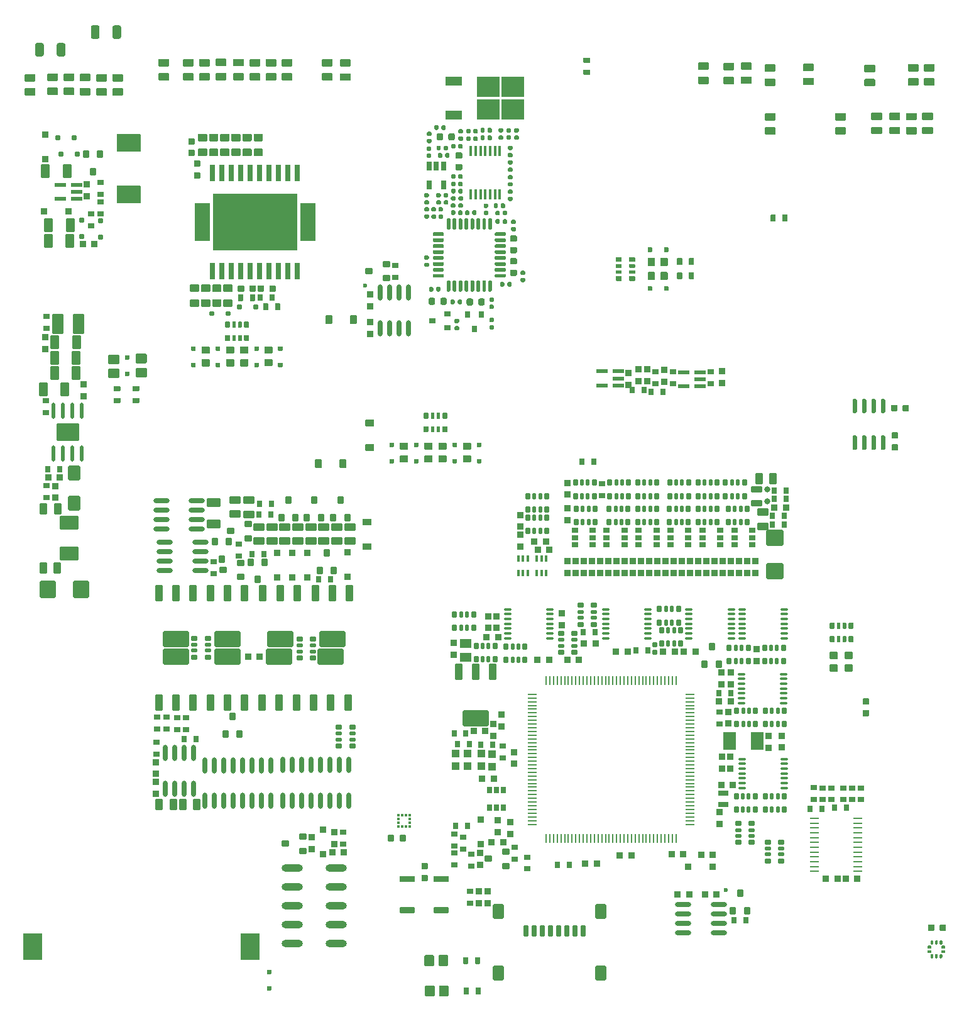
<source format=gtp>
G75*
G70*
%OFA0B0*%
%FSLAX25Y25*%
%IPPOS*%
%LPD*%
%AMOC8*
5,1,8,0,0,1.08239X$1,22.5*
%
%AMM147*
21,1,0.039370,0.049210,-0.000000,0.000000,180.000000*
21,1,0.031500,0.057090,-0.000000,0.000000,180.000000*
1,1,0.007870,-0.015750,0.024610*
1,1,0.007870,0.015750,0.024610*
1,1,0.007870,0.015750,-0.024610*
1,1,0.007870,-0.015750,-0.024610*
%
%AMM150*
21,1,0.027560,0.030710,-0.000000,0.000000,180.000000*
21,1,0.022050,0.036220,-0.000000,0.000000,180.000000*
1,1,0.005510,-0.011020,0.015350*
1,1,0.005510,0.011020,0.015350*
1,1,0.005510,0.011020,-0.015350*
1,1,0.005510,-0.011020,-0.015350*
%
%AMM154*
21,1,0.033470,0.026770,-0.000000,0.000000,0.000000*
21,1,0.026770,0.033470,-0.000000,0.000000,0.000000*
1,1,0.006690,0.013390,-0.013390*
1,1,0.006690,-0.013390,-0.013390*
1,1,0.006690,-0.013390,0.013390*
1,1,0.006690,0.013390,0.013390*
%
%AMM157*
21,1,0.027560,0.030710,-0.000000,0.000000,90.000000*
21,1,0.022050,0.036220,-0.000000,0.000000,90.000000*
1,1,0.005510,0.015350,0.011020*
1,1,0.005510,0.015350,-0.011020*
1,1,0.005510,-0.015350,-0.011020*
1,1,0.005510,-0.015350,0.011020*
%
%AMM159*
21,1,0.033470,0.026770,-0.000000,0.000000,270.000000*
21,1,0.026770,0.033470,-0.000000,0.000000,270.000000*
1,1,0.006690,-0.013390,-0.013390*
1,1,0.006690,-0.013390,0.013390*
1,1,0.006690,0.013390,0.013390*
1,1,0.006690,0.013390,-0.013390*
%
%AMM176*
21,1,0.035430,0.050000,-0.000000,-0.000000,90.000000*
21,1,0.028350,0.057090,-0.000000,-0.000000,90.000000*
1,1,0.007090,0.025000,0.014170*
1,1,0.007090,0.025000,-0.014170*
1,1,0.007090,-0.025000,-0.014170*
1,1,0.007090,-0.025000,0.014170*
%
%AMM177*
21,1,0.086610,0.073230,-0.000000,-0.000000,90.000000*
21,1,0.069290,0.090550,-0.000000,-0.000000,90.000000*
1,1,0.017320,0.036610,0.034650*
1,1,0.017320,0.036610,-0.034650*
1,1,0.017320,-0.036610,-0.034650*
1,1,0.017320,-0.036610,0.034650*
%
%AMM178*
21,1,0.027560,0.030710,-0.000000,-0.000000,270.000000*
21,1,0.022050,0.036220,-0.000000,-0.000000,270.000000*
1,1,0.005510,-0.015350,-0.011020*
1,1,0.005510,-0.015350,0.011020*
1,1,0.005510,0.015350,0.011020*
1,1,0.005510,0.015350,-0.011020*
%
%AMM180*
21,1,0.025590,0.026380,-0.000000,-0.000000,180.000000*
21,1,0.020470,0.031500,-0.000000,-0.000000,180.000000*
1,1,0.005120,-0.010240,0.013190*
1,1,0.005120,0.010240,0.013190*
1,1,0.005120,0.010240,-0.013190*
1,1,0.005120,-0.010240,-0.013190*
%
%AMM181*
21,1,0.023620,0.030710,-0.000000,-0.000000,270.000000*
21,1,0.018900,0.035430,-0.000000,-0.000000,270.000000*
1,1,0.004720,-0.015350,-0.009450*
1,1,0.004720,-0.015350,0.009450*
1,1,0.004720,0.015350,0.009450*
1,1,0.004720,0.015350,-0.009450*
%
%AMM182*
21,1,0.033470,0.026770,-0.000000,-0.000000,90.000000*
21,1,0.026770,0.033470,-0.000000,-0.000000,90.000000*
1,1,0.006690,0.013390,0.013390*
1,1,0.006690,0.013390,-0.013390*
1,1,0.006690,-0.013390,-0.013390*
1,1,0.006690,-0.013390,0.013390*
%
%AMM183*
21,1,0.017720,0.027950,-0.000000,-0.000000,180.000000*
21,1,0.014170,0.031500,-0.000000,-0.000000,180.000000*
1,1,0.003540,-0.007090,0.013980*
1,1,0.003540,0.007090,0.013980*
1,1,0.003540,0.007090,-0.013980*
1,1,0.003540,-0.007090,-0.013980*
%
%AMM184*
21,1,0.039370,0.049210,-0.000000,-0.000000,270.000000*
21,1,0.031500,0.057090,-0.000000,-0.000000,270.000000*
1,1,0.007870,-0.024610,-0.015750*
1,1,0.007870,-0.024610,0.015750*
1,1,0.007870,0.024610,0.015750*
1,1,0.007870,0.024610,-0.015750*
%
%AMM185*
21,1,0.027560,0.030710,-0.000000,-0.000000,180.000000*
21,1,0.022050,0.036220,-0.000000,-0.000000,180.000000*
1,1,0.005510,-0.011020,0.015350*
1,1,0.005510,0.011020,0.015350*
1,1,0.005510,0.011020,-0.015350*
1,1,0.005510,-0.011020,-0.015350*
%
%AMM186*
21,1,0.039370,0.049210,-0.000000,-0.000000,0.000000*
21,1,0.031500,0.057090,-0.000000,-0.000000,0.000000*
1,1,0.007870,0.015750,-0.024610*
1,1,0.007870,-0.015750,-0.024610*
1,1,0.007870,-0.015750,0.024610*
1,1,0.007870,0.015750,0.024610*
%
%AMM188*
21,1,0.033470,0.026770,-0.000000,-0.000000,0.000000*
21,1,0.026770,0.033470,-0.000000,-0.000000,0.000000*
1,1,0.006690,0.013390,-0.013390*
1,1,0.006690,-0.013390,-0.013390*
1,1,0.006690,-0.013390,0.013390*
1,1,0.006690,0.013390,0.013390*
%
%AMM206*
21,1,0.033470,0.026770,-0.000000,-0.000000,180.000000*
21,1,0.026770,0.033470,-0.000000,-0.000000,180.000000*
1,1,0.006690,-0.013390,0.013390*
1,1,0.006690,0.013390,0.013390*
1,1,0.006690,0.013390,-0.013390*
1,1,0.006690,-0.013390,-0.013390*
%
%AMM207*
21,1,0.027560,0.030710,-0.000000,-0.000000,90.000000*
21,1,0.022050,0.036220,-0.000000,-0.000000,90.000000*
1,1,0.005510,0.015350,0.011020*
1,1,0.005510,0.015350,-0.011020*
1,1,0.005510,-0.015350,-0.011020*
1,1,0.005510,-0.015350,0.011020*
%
%AMM216*
21,1,0.027560,0.030710,-0.000000,0.000000,270.000000*
21,1,0.022050,0.036220,-0.000000,0.000000,270.000000*
1,1,0.005510,-0.015350,-0.011020*
1,1,0.005510,-0.015350,0.011020*
1,1,0.005510,0.015350,0.011020*
1,1,0.005510,0.015350,-0.011020*
%
%AMM259*
21,1,0.027560,0.030710,-0.000000,-0.000000,0.000000*
21,1,0.022050,0.036220,-0.000000,-0.000000,0.000000*
1,1,0.005510,0.011020,-0.015350*
1,1,0.005510,-0.011020,-0.015350*
1,1,0.005510,-0.011020,0.015350*
1,1,0.005510,0.011020,0.015350*
%
%AMM262*
21,1,0.035830,0.026770,-0.000000,-0.000000,90.000000*
21,1,0.029130,0.033470,-0.000000,-0.000000,90.000000*
1,1,0.006690,0.013390,0.014570*
1,1,0.006690,0.013390,-0.014570*
1,1,0.006690,-0.013390,-0.014570*
1,1,0.006690,-0.013390,0.014570*
%
%AMM263*
21,1,0.035430,0.030320,-0.000000,-0.000000,0.000000*
21,1,0.028350,0.037400,-0.000000,-0.000000,0.000000*
1,1,0.007090,0.014170,-0.015160*
1,1,0.007090,-0.014170,-0.015160*
1,1,0.007090,-0.014170,0.015160*
1,1,0.007090,0.014170,0.015160*
%
%AMM264*
21,1,0.023620,0.030710,-0.000000,-0.000000,0.000000*
21,1,0.018900,0.035430,-0.000000,-0.000000,0.000000*
1,1,0.004720,0.009450,-0.015350*
1,1,0.004720,-0.009450,-0.015350*
1,1,0.004720,-0.009450,0.015350*
1,1,0.004720,0.009450,0.015350*
%
%AMM265*
21,1,0.035430,0.030320,-0.000000,-0.000000,90.000000*
21,1,0.028350,0.037400,-0.000000,-0.000000,90.000000*
1,1,0.007090,0.015160,0.014170*
1,1,0.007090,0.015160,-0.014170*
1,1,0.007090,-0.015160,-0.014170*
1,1,0.007090,-0.015160,0.014170*
%
%AMM268*
21,1,0.039370,0.035430,-0.000000,-0.000000,90.000000*
21,1,0.031500,0.043310,-0.000000,-0.000000,90.000000*
1,1,0.007870,0.017720,0.015750*
1,1,0.007870,0.017720,-0.015750*
1,1,0.007870,-0.017720,-0.015750*
1,1,0.007870,-0.017720,0.015750*
%
%AMM269*
21,1,0.043310,0.075990,-0.000000,-0.000000,180.000000*
21,1,0.034650,0.084650,-0.000000,-0.000000,180.000000*
1,1,0.008660,-0.017320,0.037990*
1,1,0.008660,0.017320,0.037990*
1,1,0.008660,0.017320,-0.037990*
1,1,0.008660,-0.017320,-0.037990*
%
%AMM271*
21,1,0.027560,0.018900,-0.000000,-0.000000,0.000000*
21,1,0.022840,0.023620,-0.000000,-0.000000,0.000000*
1,1,0.004720,0.011420,-0.009450*
1,1,0.004720,-0.011420,-0.009450*
1,1,0.004720,-0.011420,0.009450*
1,1,0.004720,0.011420,0.009450*
%
%AMM272*
21,1,0.043310,0.075980,-0.000000,-0.000000,180.000000*
21,1,0.034650,0.084650,-0.000000,-0.000000,180.000000*
1,1,0.008660,-0.017320,0.037990*
1,1,0.008660,0.017320,0.037990*
1,1,0.008660,0.017320,-0.037990*
1,1,0.008660,-0.017320,-0.037990*
%
%AMM273*
21,1,0.137800,0.067720,-0.000000,-0.000000,180.000000*
21,1,0.120870,0.084650,-0.000000,-0.000000,180.000000*
1,1,0.016930,-0.060430,0.033860*
1,1,0.016930,0.060430,0.033860*
1,1,0.016930,0.060430,-0.033860*
1,1,0.016930,-0.060430,-0.033860*
%
%AMM274*
21,1,0.035830,0.026770,-0.000000,-0.000000,0.000000*
21,1,0.029130,0.033470,-0.000000,-0.000000,0.000000*
1,1,0.006690,0.014570,-0.013390*
1,1,0.006690,-0.014570,-0.013390*
1,1,0.006690,-0.014570,0.013390*
1,1,0.006690,0.014570,0.013390*
%
%AMM275*
21,1,0.027560,0.049610,-0.000000,-0.000000,90.000000*
21,1,0.022050,0.055120,-0.000000,-0.000000,90.000000*
1,1,0.005510,0.024800,0.011020*
1,1,0.005510,0.024800,-0.011020*
1,1,0.005510,-0.024800,-0.011020*
1,1,0.005510,-0.024800,0.011020*
%
%AMM276*
21,1,0.017720,0.027950,-0.000000,-0.000000,90.000000*
21,1,0.014170,0.031500,-0.000000,-0.000000,90.000000*
1,1,0.003540,0.013980,0.007090*
1,1,0.003540,0.013980,-0.007090*
1,1,0.003540,-0.013980,-0.007090*
1,1,0.003540,-0.013980,0.007090*
%
%AMM277*
21,1,0.025590,0.026380,-0.000000,-0.000000,90.000000*
21,1,0.020470,0.031500,-0.000000,-0.000000,90.000000*
1,1,0.005120,0.013190,0.010240*
1,1,0.005120,0.013190,-0.010240*
1,1,0.005120,-0.013190,-0.010240*
1,1,0.005120,-0.013190,0.010240*
%
%AMM298*
21,1,0.035830,0.026770,-0.000000,0.000000,180.000000*
21,1,0.029130,0.033470,-0.000000,0.000000,180.000000*
1,1,0.006690,-0.014570,0.013390*
1,1,0.006690,0.014570,0.013390*
1,1,0.006690,0.014570,-0.013390*
1,1,0.006690,-0.014570,-0.013390*
%
%AMM301*
21,1,0.035430,0.030320,-0.000000,0.000000,90.000000*
21,1,0.028350,0.037400,-0.000000,0.000000,90.000000*
1,1,0.007090,0.015160,0.014170*
1,1,0.007090,0.015160,-0.014170*
1,1,0.007090,-0.015160,-0.014170*
1,1,0.007090,-0.015160,0.014170*
%
%AMM303*
21,1,0.070870,0.036220,-0.000000,0.000000,90.000000*
21,1,0.061810,0.045280,-0.000000,0.000000,90.000000*
1,1,0.009060,0.018110,0.030910*
1,1,0.009060,0.018110,-0.030910*
1,1,0.009060,-0.018110,-0.030910*
1,1,0.009060,-0.018110,0.030910*
%
%AMM306*
21,1,0.017720,0.027950,-0.000000,0.000000,180.000000*
21,1,0.014170,0.031500,-0.000000,0.000000,180.000000*
1,1,0.003540,-0.007090,0.013980*
1,1,0.003540,0.007090,0.013980*
1,1,0.003540,0.007090,-0.013980*
1,1,0.003540,-0.007090,-0.013980*
%
%AMM307*
21,1,0.025590,0.026380,-0.000000,0.000000,180.000000*
21,1,0.020470,0.031500,-0.000000,0.000000,180.000000*
1,1,0.005120,-0.010240,0.013190*
1,1,0.005120,0.010240,0.013190*
1,1,0.005120,0.010240,-0.013190*
1,1,0.005120,-0.010240,-0.013190*
%
%AMM31*
21,1,0.027560,0.030710,0.000000,0.000000,270.000000*
21,1,0.022050,0.036220,0.000000,0.000000,270.000000*
1,1,0.005510,-0.015350,-0.011020*
1,1,0.005510,-0.015350,0.011020*
1,1,0.005510,0.015350,0.011020*
1,1,0.005510,0.015350,-0.011020*
%
%AMM318*
21,1,0.035830,0.026770,-0.000000,-0.000000,270.000000*
21,1,0.029130,0.033470,-0.000000,-0.000000,270.000000*
1,1,0.006690,-0.013390,-0.014570*
1,1,0.006690,-0.013390,0.014570*
1,1,0.006690,0.013390,0.014570*
1,1,0.006690,0.013390,-0.014570*
%
%AMM321*
21,1,0.035430,0.030320,-0.000000,-0.000000,180.000000*
21,1,0.028350,0.037400,-0.000000,-0.000000,180.000000*
1,1,0.007090,-0.014170,0.015160*
1,1,0.007090,0.014170,0.015160*
1,1,0.007090,0.014170,-0.015160*
1,1,0.007090,-0.014170,-0.015160*
%
%AMM322*
21,1,0.043310,0.075980,-0.000000,-0.000000,0.000000*
21,1,0.034650,0.084650,-0.000000,-0.000000,0.000000*
1,1,0.008660,0.017320,-0.037990*
1,1,0.008660,-0.017320,-0.037990*
1,1,0.008660,-0.017320,0.037990*
1,1,0.008660,0.017320,0.037990*
%
%AMM323*
21,1,0.070870,0.036220,-0.000000,-0.000000,180.000000*
21,1,0.061810,0.045280,-0.000000,-0.000000,180.000000*
1,1,0.009060,-0.030910,0.018110*
1,1,0.009060,0.030910,0.018110*
1,1,0.009060,0.030910,-0.018110*
1,1,0.009060,-0.030910,-0.018110*
%
%AMM324*
21,1,0.137800,0.067720,-0.000000,-0.000000,0.000000*
21,1,0.120870,0.084650,-0.000000,-0.000000,0.000000*
1,1,0.016930,0.060430,-0.033860*
1,1,0.016930,-0.060430,-0.033860*
1,1,0.016930,-0.060430,0.033860*
1,1,0.016930,0.060430,0.033860*
%
%AMM325*
21,1,0.043310,0.075990,-0.000000,-0.000000,0.000000*
21,1,0.034650,0.084650,-0.000000,-0.000000,0.000000*
1,1,0.008660,0.017320,-0.037990*
1,1,0.008660,-0.017320,-0.037990*
1,1,0.008660,-0.017320,0.037990*
1,1,0.008660,0.017320,0.037990*
%
%AMM326*
21,1,0.017720,0.027950,-0.000000,-0.000000,270.000000*
21,1,0.014170,0.031500,-0.000000,-0.000000,270.000000*
1,1,0.003540,-0.013980,-0.007090*
1,1,0.003540,-0.013980,0.007090*
1,1,0.003540,0.013980,0.007090*
1,1,0.003540,0.013980,-0.007090*
%
%AMM328*
21,1,0.025590,0.026380,-0.000000,-0.000000,270.000000*
21,1,0.020470,0.031500,-0.000000,-0.000000,270.000000*
1,1,0.005120,-0.013190,-0.010240*
1,1,0.005120,-0.013190,0.010240*
1,1,0.005120,0.013190,0.010240*
1,1,0.005120,0.013190,-0.010240*
%
%AMM337*
21,1,0.012600,0.028980,-0.000000,0.000000,0.000000*
21,1,0.010080,0.031500,-0.000000,0.000000,0.000000*
1,1,0.002520,0.005040,-0.014490*
1,1,0.002520,-0.005040,-0.014490*
1,1,0.002520,-0.005040,0.014490*
1,1,0.002520,0.005040,0.014490*
%
%AMM347*
21,1,0.035830,0.026770,-0.000000,0.000000,90.000000*
21,1,0.029130,0.033470,-0.000000,0.000000,90.000000*
1,1,0.006690,0.013390,0.014570*
1,1,0.006690,0.013390,-0.014570*
1,1,0.006690,-0.013390,-0.014570*
1,1,0.006690,-0.013390,0.014570*
%
%AMM351*
21,1,0.035430,0.030320,0.000000,-0.000000,90.000000*
21,1,0.028350,0.037400,0.000000,-0.000000,90.000000*
1,1,0.007090,0.015160,0.014170*
1,1,0.007090,0.015160,-0.014170*
1,1,0.007090,-0.015160,-0.014170*
1,1,0.007090,-0.015160,0.014170*
%
%AMM352*
21,1,0.033470,0.026770,0.000000,-0.000000,270.000000*
21,1,0.026770,0.033470,0.000000,-0.000000,270.000000*
1,1,0.006690,-0.013390,-0.013390*
1,1,0.006690,-0.013390,0.013390*
1,1,0.006690,0.013390,0.013390*
1,1,0.006690,0.013390,-0.013390*
%
%AMM353*
21,1,0.027560,0.030710,0.000000,-0.000000,90.000000*
21,1,0.022050,0.036220,0.000000,-0.000000,90.000000*
1,1,0.005510,0.015350,0.011020*
1,1,0.005510,0.015350,-0.011020*
1,1,0.005510,-0.015350,-0.011020*
1,1,0.005510,-0.015350,0.011020*
%
%AMM359*
21,1,0.021650,0.052760,-0.000000,-0.000000,90.000000*
21,1,0.017320,0.057090,-0.000000,-0.000000,90.000000*
1,1,0.004330,0.026380,0.008660*
1,1,0.004330,0.026380,-0.008660*
1,1,0.004330,-0.026380,-0.008660*
1,1,0.004330,-0.026380,0.008660*
%
%AMM361*
21,1,0.035430,0.030320,-0.000000,0.000000,180.000000*
21,1,0.028350,0.037400,-0.000000,0.000000,180.000000*
1,1,0.007090,-0.014170,0.015160*
1,1,0.007090,0.014170,0.015160*
1,1,0.007090,0.014170,-0.015160*
1,1,0.007090,-0.014170,-0.015160*
%
%AMM363*
21,1,0.021650,0.052760,-0.000000,0.000000,90.000000*
21,1,0.017320,0.057090,-0.000000,0.000000,90.000000*
1,1,0.004330,0.026380,0.008660*
1,1,0.004330,0.026380,-0.008660*
1,1,0.004330,-0.026380,-0.008660*
1,1,0.004330,-0.026380,0.008660*
%
%AMM364*
21,1,0.023620,0.018900,-0.000000,0.000000,0.000000*
21,1,0.018900,0.023620,-0.000000,0.000000,0.000000*
1,1,0.004720,0.009450,-0.009450*
1,1,0.004720,-0.009450,-0.009450*
1,1,0.004720,-0.009450,0.009450*
1,1,0.004720,0.009450,0.009450*
%
%AMM365*
21,1,0.094490,0.111020,-0.000000,0.000000,270.000000*
21,1,0.075590,0.129920,-0.000000,0.000000,270.000000*
1,1,0.018900,-0.055510,-0.037800*
1,1,0.018900,-0.055510,0.037800*
1,1,0.018900,0.055510,0.037800*
1,1,0.018900,0.055510,-0.037800*
%
%AMM366*
21,1,0.023620,0.018900,-0.000000,0.000000,270.000000*
21,1,0.018900,0.023620,-0.000000,0.000000,270.000000*
1,1,0.004720,-0.009450,-0.009450*
1,1,0.004720,-0.009450,0.009450*
1,1,0.004720,0.009450,0.009450*
1,1,0.004720,0.009450,-0.009450*
%
%AMM367*
21,1,0.033470,0.026770,-0.000000,0.000000,180.000000*
21,1,0.026770,0.033470,-0.000000,0.000000,180.000000*
1,1,0.006690,-0.013390,0.013390*
1,1,0.006690,0.013390,0.013390*
1,1,0.006690,0.013390,-0.013390*
1,1,0.006690,-0.013390,-0.013390*
%
%AMM374*
21,1,0.106300,0.050390,-0.000000,0.000000,90.000000*
21,1,0.093700,0.062990,-0.000000,0.000000,90.000000*
1,1,0.012600,0.025200,0.046850*
1,1,0.012600,0.025200,-0.046850*
1,1,0.012600,-0.025200,-0.046850*
1,1,0.012600,-0.025200,0.046850*
%
%AMM375*
21,1,0.074800,0.083460,-0.000000,0.000000,270.000000*
21,1,0.059840,0.098430,-0.000000,0.000000,270.000000*
1,1,0.014960,-0.041730,-0.029920*
1,1,0.014960,-0.041730,0.029920*
1,1,0.014960,0.041730,0.029920*
1,1,0.014960,0.041730,-0.029920*
%
%AMM376*
21,1,0.078740,0.053540,-0.000000,0.000000,270.000000*
21,1,0.065350,0.066930,-0.000000,0.000000,270.000000*
1,1,0.013390,-0.026770,-0.032680*
1,1,0.013390,-0.026770,0.032680*
1,1,0.013390,0.026770,0.032680*
1,1,0.013390,0.026770,-0.032680*
%
%AMM377*
21,1,0.122050,0.075590,-0.000000,0.000000,0.000000*
21,1,0.103150,0.094490,-0.000000,0.000000,0.000000*
1,1,0.018900,0.051580,-0.037800*
1,1,0.018900,-0.051580,-0.037800*
1,1,0.018900,-0.051580,0.037800*
1,1,0.018900,0.051580,0.037800*
%
%AMM378*
21,1,0.086610,0.073230,-0.000000,0.000000,180.000000*
21,1,0.069290,0.090550,-0.000000,0.000000,180.000000*
1,1,0.017320,-0.034650,0.036610*
1,1,0.017320,0.034650,0.036610*
1,1,0.017320,0.034650,-0.036610*
1,1,0.017320,-0.034650,-0.036610*
%
%AMM379*
21,1,0.070870,0.036220,-0.000000,0.000000,270.000000*
21,1,0.061810,0.045280,-0.000000,0.000000,270.000000*
1,1,0.009060,-0.018110,-0.030910*
1,1,0.009060,-0.018110,0.030910*
1,1,0.009060,0.018110,0.030910*
1,1,0.009060,0.018110,-0.030910*
%
%AMM78*
21,1,0.078740,0.045670,0.000000,0.000000,270.000000*
21,1,0.067320,0.057090,0.000000,0.000000,270.000000*
1,1,0.011420,-0.022840,-0.033660*
1,1,0.011420,-0.022840,0.033660*
1,1,0.011420,0.022840,0.033660*
1,1,0.011420,0.022840,-0.033660*
%
%AMM79*
21,1,0.059060,0.020470,0.000000,0.000000,270.000000*
21,1,0.053940,0.025590,0.000000,0.000000,270.000000*
1,1,0.005120,-0.010240,-0.026970*
1,1,0.005120,-0.010240,0.026970*
1,1,0.005120,0.010240,0.026970*
1,1,0.005120,0.010240,-0.026970*
%
%AMM80*
21,1,0.033470,0.026770,0.000000,0.000000,90.000000*
21,1,0.026770,0.033470,0.000000,0.000000,90.000000*
1,1,0.006690,0.013390,0.013390*
1,1,0.006690,0.013390,-0.013390*
1,1,0.006690,-0.013390,-0.013390*
1,1,0.006690,-0.013390,0.013390*
%
%ADD11O,0.05118X0.00866*%
%ADD112R,0.03150X0.03543*%
%ADD116O,0.00866X0.05118*%
%ADD133C,0.02362*%
%ADD140R,0.01476X0.01378*%
%ADD152M31*%
%ADD158R,0.45000X0.30000*%
%ADD162R,0.03543X0.03150*%
%ADD168R,0.10236X0.14173*%
%ADD182R,0.03150X0.08661*%
%ADD224M78*%
%ADD226O,0.00000X0.00000*%
%ADD250C,0.03150*%
%ADD269O,0.04961X0.00984*%
%ADD271R,0.06693X0.09449*%
%ADD283O,0.04331X0.01181*%
%ADD287M80*%
%ADD314O,0.02362X0.08661*%
%ADD328M79*%
%ADD329R,0.08000X0.20000*%
%ADD365M147*%
%ADD368M150*%
%ADD372M154*%
%ADD375M157*%
%ADD377M159*%
%ADD394M176*%
%ADD395M177*%
%ADD396M178*%
%ADD398M180*%
%ADD399M181*%
%ADD400M182*%
%ADD401M183*%
%ADD402M184*%
%ADD403M185*%
%ADD404M186*%
%ADD406M188*%
%ADD428M206*%
%ADD429M207*%
%ADD438M216*%
%ADD44R,0.05906X0.05118*%
%ADD487M259*%
%ADD490M262*%
%ADD491M263*%
%ADD492M264*%
%ADD493M265*%
%ADD496M268*%
%ADD497M269*%
%ADD499M271*%
%ADD500M272*%
%ADD501M273*%
%ADD502M274*%
%ADD503M275*%
%ADD504M276*%
%ADD505M277*%
%ADD532M298*%
%ADD539M301*%
%ADD541M303*%
%ADD544M306*%
%ADD545M307*%
%ADD561M318*%
%ADD564M321*%
%ADD565M322*%
%ADD566M323*%
%ADD567M324*%
%ADD568M325*%
%ADD569M326*%
%ADD571M328*%
%ADD580M337*%
%ADD589O,0.11221X0.04016*%
%ADD591M347*%
%ADD596M351*%
%ADD597M352*%
%ADD598M353*%
%ADD604M359*%
%ADD606M361*%
%ADD608M363*%
%ADD609M364*%
%ADD610M365*%
%ADD611M366*%
%ADD612M367*%
%ADD623M374*%
%ADD624M375*%
%ADD625O,0.01968X0.08661*%
%ADD626M376*%
%ADD627M377*%
%ADD628M378*%
%ADD629M379*%
%ADD641R,0.08661X0.04724*%
%ADD642R,0.01772X0.05709*%
%ADD643R,0.02559X0.04803*%
%ADD645R,0.12008X0.10827*%
%ADD74R,0.01378X0.01476*%
%ADD89O,0.08661X0.02362*%
%ADD92O,0.03937X0.01968*%
X0000000Y0000000D02*
%LPD*%
G01*
D226*
X0354207Y0023012D03*
X0323695Y0076358D03*
X0326727Y0017992D03*
G36*
G01*
X0504232Y0476575D02*
X0499311Y0476575D01*
G75*
G02*
X0498917Y0476969I0000000J0000394D01*
G01*
X0498917Y0480118D01*
G75*
G02*
X0499311Y0480512I0000394J0000000D01*
G01*
X0504232Y0480512D01*
G75*
G02*
X0504626Y0480118I0000000J-000394D01*
G01*
X0504626Y0476969D01*
G75*
G02*
X0504232Y0476575I-000394J0000000D01*
G01*
G37*
G36*
G01*
X0504232Y0484055D02*
X0499311Y0484055D01*
G75*
G02*
X0498917Y0484449I0000000J0000394D01*
G01*
X0498917Y0487599D01*
G75*
G02*
X0499311Y0487992I0000394J0000000D01*
G01*
X0504232Y0487992D01*
G75*
G02*
X0504626Y0487599I0000000J-000394D01*
G01*
X0504626Y0484449D01*
G75*
G02*
X0504232Y0484055I-000394J0000000D01*
G01*
G37*
G36*
G01*
X0191533Y0505041D02*
X0186612Y0505041D01*
G75*
G02*
X0186218Y0505434I0000000J0000394D01*
G01*
X0186218Y0508584D01*
G75*
G02*
X0186612Y0508978I0000394J0000000D01*
G01*
X0191533Y0508978D01*
G75*
G02*
X0191927Y0508584I0000000J-000394D01*
G01*
X0191927Y0505434D01*
G75*
G02*
X0191533Y0505041I-000394J0000000D01*
G01*
G37*
G36*
G01*
X0191533Y0512521D02*
X0186612Y0512521D01*
G75*
G02*
X0186218Y0512915I0000000J0000394D01*
G01*
X0186218Y0516064D01*
G75*
G02*
X0186612Y0516458I0000394J0000000D01*
G01*
X0191533Y0516458D01*
G75*
G02*
X0191927Y0516064I0000000J-000394D01*
G01*
X0191927Y0512915D01*
G75*
G02*
X0191533Y0512521I-000394J0000000D01*
G01*
G37*
G36*
G01*
X0097283Y0343159D02*
X0100354Y0343159D01*
G75*
G02*
X0100630Y0342884I0000000J-000276D01*
G01*
X0100630Y0340679D01*
G75*
G02*
X0100354Y0340404I-000276J0000000D01*
G01*
X0097283Y0340404D01*
G75*
G02*
X0097008Y0340679I0000000J0000276D01*
G01*
X0097008Y0342884D01*
G75*
G02*
X0097283Y0343159I0000276J0000000D01*
G01*
G37*
G36*
G01*
X0097283Y0336860D02*
X0100354Y0336860D01*
G75*
G02*
X0100630Y0336585I0000000J-000276D01*
G01*
X0100630Y0334380D01*
G75*
G02*
X0100354Y0334104I-000276J0000000D01*
G01*
X0097283Y0334104D01*
G75*
G02*
X0097008Y0334380I0000000J0000276D01*
G01*
X0097008Y0336585D01*
G75*
G02*
X0097283Y0336860I0000276J0000000D01*
G01*
G37*
G36*
G01*
X0445479Y0430671D02*
X0445479Y0433741D01*
G75*
G02*
X0445755Y0434017I0000276J0000000D01*
G01*
X0447959Y0434017D01*
G75*
G02*
X0448235Y0433741I0000000J-000276D01*
G01*
X0448235Y0430671D01*
G75*
G02*
X0447959Y0430395I-000276J0000000D01*
G01*
X0445755Y0430395D01*
G75*
G02*
X0445479Y0430671I0000000J0000276D01*
G01*
G37*
G36*
G01*
X0451778Y0430671D02*
X0451778Y0433741D01*
G75*
G02*
X0452054Y0434017I0000276J0000000D01*
G01*
X0454259Y0434017D01*
G75*
G02*
X0454534Y0433741I0000000J-000276D01*
G01*
X0454534Y0430671D01*
G75*
G02*
X0454259Y0430395I-000276J0000000D01*
G01*
X0452054Y0430395D01*
G75*
G02*
X0451778Y0430671I0000000J0000276D01*
G01*
G37*
G36*
G01*
X0242507Y0102226D02*
X0242507Y0104903D01*
G75*
G02*
X0242841Y0105238I0000335J0000000D01*
G01*
X0245518Y0105238D01*
G75*
G02*
X0245853Y0104903I0000000J-000335D01*
G01*
X0245853Y0102226D01*
G75*
G02*
X0245518Y0101891I-000335J0000000D01*
G01*
X0242841Y0101891D01*
G75*
G02*
X0242507Y0102226I0000000J0000335D01*
G01*
G37*
G36*
G01*
X0248727Y0102226D02*
X0248727Y0104903D01*
G75*
G02*
X0249062Y0105238I0000335J0000000D01*
G01*
X0251739Y0105238D01*
G75*
G02*
X0252074Y0104903I0000000J-000335D01*
G01*
X0252074Y0102226D01*
G75*
G02*
X0251739Y0101891I-000335J0000000D01*
G01*
X0249062Y0101891D01*
G75*
G02*
X0248727Y0102226I0000000J0000335D01*
G01*
G37*
G36*
G01*
X0173333Y0388545D02*
X0173333Y0391616D01*
G75*
G02*
X0173609Y0391891I0000276J0000000D01*
G01*
X0175814Y0391891D01*
G75*
G02*
X0176089Y0391616I0000000J-000276D01*
G01*
X0176089Y0388545D01*
G75*
G02*
X0175814Y0388269I-000276J0000000D01*
G01*
X0173609Y0388269D01*
G75*
G02*
X0173333Y0388545I0000000J0000276D01*
G01*
G37*
G36*
G01*
X0179633Y0388545D02*
X0179633Y0391616D01*
G75*
G02*
X0179908Y0391891I0000276J0000000D01*
G01*
X0182113Y0391891D01*
G75*
G02*
X0182389Y0391616I0000000J-000276D01*
G01*
X0182389Y0388545D01*
G75*
G02*
X0182113Y0388269I-000276J0000000D01*
G01*
X0179908Y0388269D01*
G75*
G02*
X0179633Y0388545I0000000J0000276D01*
G01*
G37*
G36*
G01*
X0222448Y0504942D02*
X0217526Y0504942D01*
G75*
G02*
X0217133Y0505336I0000000J0000394D01*
G01*
X0217133Y0508486D01*
G75*
G02*
X0217526Y0508879I0000394J0000000D01*
G01*
X0222448Y0508879D01*
G75*
G02*
X0222841Y0508486I0000000J-000394D01*
G01*
X0222841Y0505336D01*
G75*
G02*
X0222448Y0504942I-000394J0000000D01*
G01*
G37*
G36*
G01*
X0222448Y0512423D02*
X0217526Y0512423D01*
G75*
G02*
X0217133Y0512816I0000000J0000394D01*
G01*
X0217133Y0515966D01*
G75*
G02*
X0217526Y0516360I0000394J0000000D01*
G01*
X0222448Y0516360D01*
G75*
G02*
X0222841Y0515966I0000000J-000394D01*
G01*
X0222841Y0512816D01*
G75*
G02*
X0222448Y0512423I-000394J0000000D01*
G01*
G37*
X0225374Y0268983D03*
G36*
G01*
X0126089Y0505041D02*
X0121168Y0505041D01*
G75*
G02*
X0120774Y0505434I0000000J0000394D01*
G01*
X0120774Y0508584D01*
G75*
G02*
X0121168Y0508978I0000394J0000000D01*
G01*
X0126089Y0508978D01*
G75*
G02*
X0126483Y0508584I0000000J-000394D01*
G01*
X0126483Y0505434D01*
G75*
G02*
X0126089Y0505041I-000394J0000000D01*
G01*
G37*
G36*
G01*
X0126089Y0512521D02*
X0121168Y0512521D01*
G75*
G02*
X0120774Y0512915I0000000J0000394D01*
G01*
X0120774Y0516064D01*
G75*
G02*
X0121168Y0516458I0000394J0000000D01*
G01*
X0126089Y0516458D01*
G75*
G02*
X0126483Y0516064I0000000J-000394D01*
G01*
X0126483Y0512915D01*
G75*
G02*
X0126089Y0512521I-000394J0000000D01*
G01*
G37*
G36*
G01*
X0267347Y0025001D02*
X0267347Y0020119D01*
G75*
G02*
X0266835Y0019608I-000512J0000000D01*
G01*
X0262740Y0019608D01*
G75*
G02*
X0262228Y0020119I0000000J0000512D01*
G01*
X0262228Y0025001D01*
G75*
G02*
X0262740Y0025513I0000512J0000000D01*
G01*
X0266835Y0025513D01*
G75*
G02*
X0267347Y0025001I0000000J-000512D01*
G01*
G37*
G36*
G01*
X0274827Y0025001D02*
X0274827Y0020119D01*
G75*
G02*
X0274315Y0019608I-000512J0000000D01*
G01*
X0270221Y0019608D01*
G75*
G02*
X0269709Y0020119I0000000J0000512D01*
G01*
X0269709Y0025001D01*
G75*
G02*
X0270221Y0025513I0000512J0000000D01*
G01*
X0274315Y0025513D01*
G75*
G02*
X0274827Y0025001I0000000J-000512D01*
G01*
G37*
G36*
G01*
X0447644Y0502186D02*
X0442723Y0502186D01*
G75*
G02*
X0442329Y0502580I0000000J0000394D01*
G01*
X0442329Y0505730D01*
G75*
G02*
X0442723Y0506123I0000394J0000000D01*
G01*
X0447644Y0506123D01*
G75*
G02*
X0448038Y0505730I0000000J-000394D01*
G01*
X0448038Y0502580D01*
G75*
G02*
X0447644Y0502186I-000394J0000000D01*
G01*
G37*
G36*
G01*
X0447644Y0509667D02*
X0442723Y0509667D01*
G75*
G02*
X0442329Y0510060I0000000J0000394D01*
G01*
X0442329Y0513210D01*
G75*
G02*
X0442723Y0513604I0000394J0000000D01*
G01*
X0447644Y0513604D01*
G75*
G02*
X0448038Y0513210I0000000J-000394D01*
G01*
X0448038Y0510060D01*
G75*
G02*
X0447644Y0509667I-000394J0000000D01*
G01*
G37*
G36*
G01*
X0245716Y0312977D02*
X0245716Y0311087D01*
G75*
G02*
X0245480Y0310851I-000236J0000000D01*
G01*
X0243590Y0310851D01*
G75*
G02*
X0243354Y0311087I0000000J0000236D01*
G01*
X0243354Y0312977D01*
G75*
G02*
X0243590Y0313213I0000236J0000000D01*
G01*
X0245480Y0313213D01*
G75*
G02*
X0245716Y0312977I0000000J-000236D01*
G01*
G37*
G36*
G01*
X0245716Y0304315D02*
X0245716Y0302426D01*
G75*
G02*
X0245480Y0302189I-000236J0000000D01*
G01*
X0243590Y0302189D01*
G75*
G02*
X0243354Y0302426I0000000J0000236D01*
G01*
X0243354Y0304315D01*
G75*
G02*
X0243590Y0304552I0000236J0000000D01*
G01*
X0245480Y0304552D01*
G75*
G02*
X0245716Y0304315I0000000J-000236D01*
G01*
G37*
G36*
G01*
X0136969Y0474515D02*
X0139646Y0474515D01*
G75*
G02*
X0139981Y0474180I0000000J-000335D01*
G01*
X0139981Y0471503D01*
G75*
G02*
X0139646Y0471168I-000335J0000000D01*
G01*
X0136969Y0471168D01*
G75*
G02*
X0136635Y0471503I0000000J0000335D01*
G01*
X0136635Y0474180D01*
G75*
G02*
X0136969Y0474515I0000335J0000000D01*
G01*
G37*
G36*
G01*
X0136969Y0468294D02*
X0139646Y0468294D01*
G75*
G02*
X0139981Y0467960I0000000J-000335D01*
G01*
X0139981Y0465283D01*
G75*
G02*
X0139646Y0464948I-000335J0000000D01*
G01*
X0136969Y0464948D01*
G75*
G02*
X0136635Y0465283I0000000J0000335D01*
G01*
X0136635Y0467960D01*
G75*
G02*
X0136969Y0468294I0000335J0000000D01*
G01*
G37*
G36*
G01*
X0260676Y0090336D02*
X0263353Y0090336D01*
G75*
G02*
X0263688Y0090001I0000000J-000335D01*
G01*
X0263688Y0087324D01*
G75*
G02*
X0263353Y0086990I-000335J0000000D01*
G01*
X0260676Y0086990D01*
G75*
G02*
X0260341Y0087324I0000000J0000335D01*
G01*
X0260341Y0090001D01*
G75*
G02*
X0260676Y0090336I0000335J0000000D01*
G01*
G37*
G36*
G01*
X0260676Y0084116D02*
X0263353Y0084116D01*
G75*
G02*
X0263688Y0083781I0000000J-000335D01*
G01*
X0263688Y0081104D01*
G75*
G02*
X0263353Y0080769I-000335J0000000D01*
G01*
X0260676Y0080769D01*
G75*
G02*
X0260341Y0081104I0000000J0000335D01*
G01*
X0260341Y0083781D01*
G75*
G02*
X0260676Y0084116I0000335J0000000D01*
G01*
G37*
G36*
G01*
X0249140Y0083486D02*
X0256385Y0083486D01*
G75*
G02*
X0256700Y0083171I0000000J-000315D01*
G01*
X0256700Y0080651D01*
G75*
G02*
X0256385Y0080336I-000315J0000000D01*
G01*
X0249140Y0080336D01*
G75*
G02*
X0248826Y0080651I0000000J0000315D01*
G01*
X0248826Y0083171D01*
G75*
G02*
X0249140Y0083486I0000315J0000000D01*
G01*
G37*
G36*
G01*
X0249140Y0066950D02*
X0256385Y0066950D01*
G75*
G02*
X0256700Y0066635I0000000J-000315D01*
G01*
X0256700Y0064116D01*
G75*
G02*
X0256385Y0063801I-000315J0000000D01*
G01*
X0249140Y0063801D01*
G75*
G02*
X0248826Y0064116I0000000J0000315D01*
G01*
X0248826Y0066635D01*
G75*
G02*
X0249140Y0066950I0000315J0000000D01*
G01*
G37*
G36*
G01*
X0282724Y0313213D02*
X0286267Y0313213D01*
G75*
G02*
X0286661Y0312819I0000000J-000394D01*
G01*
X0286661Y0309670D01*
G75*
G02*
X0286267Y0309276I-000394J0000000D01*
G01*
X0282724Y0309276D01*
G75*
G02*
X0282330Y0309670I0000000J0000394D01*
G01*
X0282330Y0312819D01*
G75*
G02*
X0282724Y0313213I0000394J0000000D01*
G01*
G37*
G36*
G01*
X0282724Y0306520D02*
X0286267Y0306520D01*
G75*
G02*
X0286661Y0306126I0000000J-000394D01*
G01*
X0286661Y0302977D01*
G75*
G02*
X0286267Y0302583I-000394J0000000D01*
G01*
X0282724Y0302583D01*
G75*
G02*
X0282330Y0302977I0000000J0000394D01*
G01*
X0282330Y0306126D01*
G75*
G02*
X0282724Y0306520I0000394J0000000D01*
G01*
G37*
G36*
G01*
X0518924Y0332856D02*
X0518924Y0330179D01*
G75*
G02*
X0518589Y0329844I-000335J0000000D01*
G01*
X0515912Y0329844D01*
G75*
G02*
X0515577Y0330179I0000000J0000335D01*
G01*
X0515577Y0332856D01*
G75*
G02*
X0515912Y0333190I0000335J0000000D01*
G01*
X0518589Y0333190D01*
G75*
G02*
X0518924Y0332856I0000000J-000335D01*
G01*
G37*
G36*
G01*
X0512703Y0332856D02*
X0512703Y0330179D01*
G75*
G02*
X0512369Y0329844I-000335J0000000D01*
G01*
X0509692Y0329844D01*
G75*
G02*
X0509357Y0330179I0000000J0000335D01*
G01*
X0509357Y0332856D01*
G75*
G02*
X0509692Y0333190I0000335J0000000D01*
G01*
X0512369Y0333190D01*
G75*
G02*
X0512703Y0332856I0000000J-000335D01*
G01*
G37*
G36*
G01*
X0447841Y0476399D02*
X0442920Y0476399D01*
G75*
G02*
X0442526Y0476793I0000000J0000394D01*
G01*
X0442526Y0479942D01*
G75*
G02*
X0442920Y0480336I0000394J0000000D01*
G01*
X0447841Y0480336D01*
G75*
G02*
X0448235Y0479942I0000000J-000394D01*
G01*
X0448235Y0476793D01*
G75*
G02*
X0447841Y0476399I-000394J0000000D01*
G01*
G37*
G36*
G01*
X0447841Y0483879D02*
X0442920Y0483879D01*
G75*
G02*
X0442526Y0484273I0000000J0000394D01*
G01*
X0442526Y0487423D01*
G75*
G02*
X0442920Y0487816I0000394J0000000D01*
G01*
X0447841Y0487816D01*
G75*
G02*
X0448235Y0487423I0000000J-000394D01*
G01*
X0448235Y0484273D01*
G75*
G02*
X0447841Y0483879I-000394J0000000D01*
G01*
G37*
G36*
G01*
X0220459Y0303997D02*
X0220459Y0299982D01*
G75*
G02*
X0220105Y0299627I-000354J0000000D01*
G01*
X0217270Y0299627D01*
G75*
G02*
X0216916Y0299982I0000000J0000354D01*
G01*
X0216916Y0303997D01*
G75*
G02*
X0217270Y0304352I0000354J0000000D01*
G01*
X0220105Y0304352D01*
G75*
G02*
X0220459Y0303997I0000000J-000354D01*
G01*
G37*
G36*
G01*
X0207467Y0303997D02*
X0207467Y0299982D01*
G75*
G02*
X0207113Y0299627I-000354J0000000D01*
G01*
X0204278Y0299627D01*
G75*
G02*
X0203924Y0299982I0000000J0000354D01*
G01*
X0203924Y0303997D01*
G75*
G02*
X0204278Y0304352I0000354J0000000D01*
G01*
X0207113Y0304352D01*
G75*
G02*
X0207467Y0303997I0000000J-000354D01*
G01*
G37*
G36*
G01*
X0174514Y0505041D02*
X0169593Y0505041D01*
G75*
G02*
X0169200Y0505434I0000000J0000394D01*
G01*
X0169200Y0508584D01*
G75*
G02*
X0169593Y0508978I0000394J0000000D01*
G01*
X0174514Y0508978D01*
G75*
G02*
X0174908Y0508584I0000000J-000394D01*
G01*
X0174908Y0505434D01*
G75*
G02*
X0174514Y0505041I-000394J0000000D01*
G01*
G37*
G36*
G01*
X0174514Y0512521D02*
X0169593Y0512521D01*
G75*
G02*
X0169200Y0512915I0000000J0000394D01*
G01*
X0169200Y0516064D01*
G75*
G02*
X0169593Y0516458I0000394J0000000D01*
G01*
X0174514Y0516458D01*
G75*
G02*
X0174908Y0516064I0000000J-000394D01*
G01*
X0174908Y0512915D01*
G75*
G02*
X0174514Y0512521I-000394J0000000D01*
G01*
G37*
G36*
G01*
X0292124Y0312971D02*
X0292124Y0311081D01*
G75*
G02*
X0291887Y0310845I-000236J0000000D01*
G01*
X0289998Y0310845D01*
G75*
G02*
X0289761Y0311081I0000000J0000236D01*
G01*
X0289761Y0312971D01*
G75*
G02*
X0289998Y0313207I0000236J0000000D01*
G01*
X0291887Y0313207D01*
G75*
G02*
X0292124Y0312971I0000000J-000236D01*
G01*
G37*
G36*
G01*
X0292124Y0304309D02*
X0292124Y0302420D01*
G75*
G02*
X0291887Y0302183I-000236J0000000D01*
G01*
X0289998Y0302183D01*
G75*
G02*
X0289761Y0302420I0000000J0000236D01*
G01*
X0289761Y0304309D01*
G75*
G02*
X0289998Y0304546I0000236J0000000D01*
G01*
X0291887Y0304546D01*
G75*
G02*
X0292124Y0304309I0000000J-000236D01*
G01*
G37*
G36*
G01*
X0055182Y0497084D02*
X0050261Y0497084D01*
G75*
G02*
X0049867Y0497478I0000000J0000394D01*
G01*
X0049867Y0500628D01*
G75*
G02*
X0050261Y0501021I0000394J0000000D01*
G01*
X0055182Y0501021D01*
G75*
G02*
X0055576Y0500628I0000000J-000394D01*
G01*
X0055576Y0497478D01*
G75*
G02*
X0055182Y0497084I-000394J0000000D01*
G01*
G37*
G36*
G01*
X0055182Y0504565D02*
X0050261Y0504565D01*
G75*
G02*
X0049867Y0504959I0000000J0000394D01*
G01*
X0049867Y0508108D01*
G75*
G02*
X0050261Y0508502I0000394J0000000D01*
G01*
X0055182Y0508502D01*
G75*
G02*
X0055576Y0508108I0000000J-000394D01*
G01*
X0055576Y0504959D01*
G75*
G02*
X0055182Y0504565I-000394J0000000D01*
G01*
G37*
G36*
G01*
X0153501Y0363952D02*
X0153501Y0362062D01*
G75*
G02*
X0153264Y0361826I-000236J0000000D01*
G01*
X0151375Y0361826D01*
G75*
G02*
X0151138Y0362062I0000000J0000236D01*
G01*
X0151138Y0363952D01*
G75*
G02*
X0151375Y0364188I0000236J0000000D01*
G01*
X0153264Y0364188D01*
G75*
G02*
X0153501Y0363952I0000000J-000236D01*
G01*
G37*
G36*
G01*
X0153501Y0355291D02*
X0153501Y0353401D01*
G75*
G02*
X0153264Y0353165I-000236J0000000D01*
G01*
X0151375Y0353165D01*
G75*
G02*
X0151138Y0353401I0000000J0000236D01*
G01*
X0151138Y0355291D01*
G75*
G02*
X0151375Y0355527I0000236J0000000D01*
G01*
X0153264Y0355527D01*
G75*
G02*
X0153501Y0355291I0000000J-000236D01*
G01*
G37*
G36*
G01*
X0114154Y0355167D02*
X0109272Y0355167D01*
G75*
G02*
X0108760Y0355679I0000000J0000512D01*
G01*
X0108760Y0359774D01*
G75*
G02*
X0109272Y0360286I0000512J0000000D01*
G01*
X0114154Y0360286D01*
G75*
G02*
X0114665Y0359774I0000000J-000512D01*
G01*
X0114665Y0355679D01*
G75*
G02*
X0114154Y0355167I-000512J0000000D01*
G01*
G37*
G36*
G01*
X0114154Y0347687D02*
X0109272Y0347687D01*
G75*
G02*
X0108760Y0348199I0000000J0000512D01*
G01*
X0108760Y0352293D01*
G75*
G02*
X0109272Y0352805I0000512J0000000D01*
G01*
X0114154Y0352805D01*
G75*
G02*
X0114665Y0352293I0000000J-000512D01*
G01*
X0114665Y0348199D01*
G75*
G02*
X0114154Y0347687I-000512J0000000D01*
G01*
G37*
G36*
G01*
X0155617Y0396970D02*
X0159751Y0396970D01*
G75*
G02*
X0160144Y0396576I0000000J-000394D01*
G01*
X0160144Y0393427D01*
G75*
G02*
X0159751Y0393033I-000394J0000000D01*
G01*
X0155617Y0393033D01*
G75*
G02*
X0155223Y0393427I0000000J0000394D01*
G01*
X0155223Y0396576D01*
G75*
G02*
X0155617Y0396970I0000394J0000000D01*
G01*
G37*
G36*
G01*
X0155617Y0389096D02*
X0159751Y0389096D01*
G75*
G02*
X0160144Y0388702I0000000J-000394D01*
G01*
X0160144Y0385553D01*
G75*
G02*
X0159751Y0385159I-000394J0000000D01*
G01*
X0155617Y0385159D01*
G75*
G02*
X0155223Y0385553I0000000J0000394D01*
G01*
X0155223Y0388702D01*
G75*
G02*
X0155617Y0389096I0000394J0000000D01*
G01*
G37*
G36*
G01*
X0346503Y0517147D02*
X0349574Y0517147D01*
G75*
G02*
X0349849Y0516871I0000000J-000276D01*
G01*
X0349849Y0514667D01*
G75*
G02*
X0349574Y0514391I-000276J0000000D01*
G01*
X0346503Y0514391D01*
G75*
G02*
X0346227Y0514667I0000000J0000276D01*
G01*
X0346227Y0516871D01*
G75*
G02*
X0346503Y0517147I0000276J0000000D01*
G01*
G37*
G36*
G01*
X0346503Y0510848D02*
X0349574Y0510848D01*
G75*
G02*
X0349849Y0510572I0000000J-000276D01*
G01*
X0349849Y0508367D01*
G75*
G02*
X0349574Y0508092I-000276J0000000D01*
G01*
X0346503Y0508092D01*
G75*
G02*
X0346227Y0508367I0000000J0000276D01*
G01*
X0346227Y0510572D01*
G75*
G02*
X0346503Y0510848I0000276J0000000D01*
G01*
G37*
G36*
G01*
X0274063Y0328705D02*
X0274063Y0326067D01*
G75*
G02*
X0273807Y0325811I-000256J0000000D01*
G01*
X0271759Y0325811D01*
G75*
G02*
X0271504Y0326067I0000000J0000256D01*
G01*
X0271504Y0328705D01*
G75*
G02*
X0271759Y0328961I0000256J0000000D01*
G01*
X0273807Y0328961D01*
G75*
G02*
X0274063Y0328705I0000000J-000256D01*
G01*
G37*
G36*
G01*
X0270224Y0328784D02*
X0270224Y0325989D01*
G75*
G02*
X0270047Y0325811I-000177J0000000D01*
G01*
X0268629Y0325811D01*
G75*
G02*
X0268452Y0325989I0000000J0000177D01*
G01*
X0268452Y0328784D01*
G75*
G02*
X0268629Y0328961I0000177J0000000D01*
G01*
X0270047Y0328961D01*
G75*
G02*
X0270224Y0328784I0000000J-000177D01*
G01*
G37*
G36*
G01*
X0267074Y0328784D02*
X0267074Y0325989D01*
G75*
G02*
X0266897Y0325811I-000177J0000000D01*
G01*
X0265480Y0325811D01*
G75*
G02*
X0265303Y0325989I0000000J0000177D01*
G01*
X0265303Y0328784D01*
G75*
G02*
X0265480Y0328961I0000177J0000000D01*
G01*
X0266897Y0328961D01*
G75*
G02*
X0267074Y0328784I0000000J-000177D01*
G01*
G37*
G36*
G01*
X0264023Y0328705D02*
X0264023Y0326067D01*
G75*
G02*
X0263767Y0325811I-000256J0000000D01*
G01*
X0261720Y0325811D01*
G75*
G02*
X0261464Y0326067I0000000J0000256D01*
G01*
X0261464Y0328705D01*
G75*
G02*
X0261720Y0328961I0000256J0000000D01*
G01*
X0263767Y0328961D01*
G75*
G02*
X0264023Y0328705I0000000J-000256D01*
G01*
G37*
G36*
G01*
X0264023Y0321618D02*
X0264023Y0318981D01*
G75*
G02*
X0263767Y0318725I-000256J0000000D01*
G01*
X0261720Y0318725D01*
G75*
G02*
X0261464Y0318981I0000000J0000256D01*
G01*
X0261464Y0321618D01*
G75*
G02*
X0261720Y0321874I0000256J0000000D01*
G01*
X0263767Y0321874D01*
G75*
G02*
X0264023Y0321618I0000000J-000256D01*
G01*
G37*
G36*
G01*
X0267074Y0321697D02*
X0267074Y0318902D01*
G75*
G02*
X0266897Y0318725I-000177J0000000D01*
G01*
X0265480Y0318725D01*
G75*
G02*
X0265303Y0318902I0000000J0000177D01*
G01*
X0265303Y0321697D01*
G75*
G02*
X0265480Y0321874I0000177J0000000D01*
G01*
X0266897Y0321874D01*
G75*
G02*
X0267074Y0321697I0000000J-000177D01*
G01*
G37*
G36*
G01*
X0270224Y0321697D02*
X0270224Y0318902D01*
G75*
G02*
X0270047Y0318725I-000177J0000000D01*
G01*
X0268629Y0318725D01*
G75*
G02*
X0268452Y0318902I0000000J0000177D01*
G01*
X0268452Y0321697D01*
G75*
G02*
X0268629Y0321874I0000177J0000000D01*
G01*
X0270047Y0321874D01*
G75*
G02*
X0270224Y0321697I0000000J-000177D01*
G01*
G37*
G36*
G01*
X0274063Y0321618D02*
X0274063Y0318981D01*
G75*
G02*
X0273807Y0318725I-000256J0000000D01*
G01*
X0271759Y0318725D01*
G75*
G02*
X0271504Y0318981I0000000J0000256D01*
G01*
X0271504Y0321618D01*
G75*
G02*
X0271759Y0321874I0000256J0000000D01*
G01*
X0273807Y0321874D01*
G75*
G02*
X0274063Y0321618I0000000J-000256D01*
G01*
G37*
G36*
G01*
X0212802Y0505041D02*
X0207881Y0505041D01*
G75*
G02*
X0207487Y0505434I0000000J0000394D01*
G01*
X0207487Y0508584D01*
G75*
G02*
X0207881Y0508978I0000394J0000000D01*
G01*
X0212802Y0508978D01*
G75*
G02*
X0213196Y0508584I0000000J-000394D01*
G01*
X0213196Y0505434D01*
G75*
G02*
X0212802Y0505041I-000394J0000000D01*
G01*
G37*
G36*
G01*
X0212802Y0512521D02*
X0207881Y0512521D01*
G75*
G02*
X0207487Y0512915I0000000J0000394D01*
G01*
X0207487Y0516064D01*
G75*
G02*
X0207881Y0516458I0000394J0000000D01*
G01*
X0212802Y0516458D01*
G75*
G02*
X0213196Y0516064I0000000J-000394D01*
G01*
X0213196Y0512915D01*
G75*
G02*
X0212802Y0512521I-000394J0000000D01*
G01*
G37*
G36*
G01*
X0380561Y0396063D02*
X0382450Y0396063D01*
G75*
G02*
X0382687Y0395826I0000000J-000236D01*
G01*
X0382687Y0393937D01*
G75*
G02*
X0382450Y0393700I-000236J0000000D01*
G01*
X0380561Y0393700D01*
G75*
G02*
X0380324Y0393937I0000000J0000236D01*
G01*
X0380324Y0395826D01*
G75*
G02*
X0380561Y0396063I0000236J0000000D01*
G01*
G37*
G36*
G01*
X0389222Y0396063D02*
X0391112Y0396063D01*
G75*
G02*
X0391348Y0395826I0000000J-000236D01*
G01*
X0391348Y0393937D01*
G75*
G02*
X0391112Y0393700I-000236J0000000D01*
G01*
X0389222Y0393700D01*
G75*
G02*
X0388986Y0393937I0000000J0000236D01*
G01*
X0388986Y0395826D01*
G75*
G02*
X0389222Y0396063I0000236J0000000D01*
G01*
G37*
X0229760Y0386614D03*
G36*
G01*
X0518707Y0513764D02*
X0523629Y0513764D01*
G75*
G02*
X0524022Y0513370I0000000J-000394D01*
G01*
X0524022Y0510221D01*
G75*
G02*
X0523629Y0509827I-000394J0000000D01*
G01*
X0518707Y0509827D01*
G75*
G02*
X0518314Y0510221I0000000J0000394D01*
G01*
X0518314Y0513370D01*
G75*
G02*
X0518707Y0513764I0000394J0000000D01*
G01*
G37*
G36*
G01*
X0518707Y0506284D02*
X0523629Y0506284D01*
G75*
G02*
X0524022Y0505890I0000000J-000394D01*
G01*
X0524022Y0502740D01*
G75*
G02*
X0523629Y0502347I-000394J0000000D01*
G01*
X0518707Y0502347D01*
G75*
G02*
X0518314Y0502740I0000000J0000394D01*
G01*
X0518314Y0505890D01*
G75*
G02*
X0518707Y0506284I0000394J0000000D01*
G01*
G37*
X0411884Y0076982D03*
G36*
G01*
X0267152Y0083486D02*
X0274396Y0083486D01*
G75*
G02*
X0274711Y0083171I0000000J-000315D01*
G01*
X0274711Y0080651D01*
G75*
G02*
X0274396Y0080336I-000315J0000000D01*
G01*
X0267152Y0080336D01*
G75*
G02*
X0266837Y0080651I0000000J0000315D01*
G01*
X0266837Y0083171D01*
G75*
G02*
X0267152Y0083486I0000315J0000000D01*
G01*
G37*
G36*
G01*
X0267152Y0066950D02*
X0274396Y0066950D01*
G75*
G02*
X0274711Y0066635I0000000J-000315D01*
G01*
X0274711Y0064116D01*
G75*
G02*
X0274396Y0063801I-000315J0000000D01*
G01*
X0267152Y0063801D01*
G75*
G02*
X0266837Y0064116I0000000J0000315D01*
G01*
X0266837Y0066635D01*
G75*
G02*
X0267152Y0066950I0000315J0000000D01*
G01*
G37*
G36*
G01*
X0093174Y0497065D02*
X0088253Y0497065D01*
G75*
G02*
X0087859Y0497458I0000000J0000394D01*
G01*
X0087859Y0500608D01*
G75*
G02*
X0088253Y0501002I0000394J0000000D01*
G01*
X0093174Y0501002D01*
G75*
G02*
X0093568Y0500608I0000000J-000394D01*
G01*
X0093568Y0497458D01*
G75*
G02*
X0093174Y0497065I-000394J0000000D01*
G01*
G37*
G36*
G01*
X0093174Y0504545D02*
X0088253Y0504545D01*
G75*
G02*
X0087859Y0504939I0000000J0000394D01*
G01*
X0087859Y0508088D01*
G75*
G02*
X0088253Y0508482I0000394J0000000D01*
G01*
X0093174Y0508482D01*
G75*
G02*
X0093568Y0508088I0000000J-000394D01*
G01*
X0093568Y0504939D01*
G75*
G02*
X0093174Y0504545I-000394J0000000D01*
G01*
G37*
G36*
G01*
X0140558Y0363958D02*
X0140558Y0362068D01*
G75*
G02*
X0140322Y0361832I-000236J0000000D01*
G01*
X0138432Y0361832D01*
G75*
G02*
X0138196Y0362068I0000000J0000236D01*
G01*
X0138196Y0363958D01*
G75*
G02*
X0138432Y0364194I0000236J0000000D01*
G01*
X0140322Y0364194D01*
G75*
G02*
X0140558Y0363958I0000000J-000236D01*
G01*
G37*
G36*
G01*
X0140558Y0355297D02*
X0140558Y0353407D01*
G75*
G02*
X0140322Y0353171I-000236J0000000D01*
G01*
X0138432Y0353171D01*
G75*
G02*
X0138196Y0353407I0000000J0000236D01*
G01*
X0138196Y0355297D01*
G75*
G02*
X0138432Y0355533I0000236J0000000D01*
G01*
X0140322Y0355533D01*
G75*
G02*
X0140558Y0355297I0000000J-000236D01*
G01*
G37*
G36*
G01*
X0380324Y0407135D02*
X0380324Y0410679D01*
G75*
G02*
X0380718Y0411072I0000394J0000000D01*
G01*
X0383868Y0411072D01*
G75*
G02*
X0384261Y0410679I0000000J-000394D01*
G01*
X0384261Y0407135D01*
G75*
G02*
X0383868Y0406742I-000394J0000000D01*
G01*
X0380718Y0406742D01*
G75*
G02*
X0380324Y0407135I0000000J0000394D01*
G01*
G37*
G36*
G01*
X0387017Y0407135D02*
X0387017Y0410679D01*
G75*
G02*
X0387411Y0411072I0000394J0000000D01*
G01*
X0390561Y0411072D01*
G75*
G02*
X0390954Y0410679I0000000J-000394D01*
G01*
X0390954Y0407135D01*
G75*
G02*
X0390561Y0406742I-000394J0000000D01*
G01*
X0387411Y0406742D01*
G75*
G02*
X0387017Y0407135I0000000J0000394D01*
G01*
G37*
G36*
G01*
X0171674Y0476818D02*
X0175808Y0476818D01*
G75*
G02*
X0176202Y0476424I0000000J-000394D01*
G01*
X0176202Y0473275D01*
G75*
G02*
X0175808Y0472881I-000394J0000000D01*
G01*
X0171674Y0472881D01*
G75*
G02*
X0171280Y0473275I0000000J0000394D01*
G01*
X0171280Y0476424D01*
G75*
G02*
X0171674Y0476818I0000394J0000000D01*
G01*
G37*
G36*
G01*
X0171674Y0468944D02*
X0175808Y0468944D01*
G75*
G02*
X0176202Y0468550I0000000J-000394D01*
G01*
X0176202Y0465401D01*
G75*
G02*
X0175808Y0465007I-000394J0000000D01*
G01*
X0171674Y0465007D01*
G75*
G02*
X0171280Y0465401I0000000J0000394D01*
G01*
X0171280Y0468550D01*
G75*
G02*
X0171674Y0468944I0000394J0000000D01*
G01*
G37*
G36*
G01*
X0363651Y0411466D02*
X0366289Y0411466D01*
G75*
G02*
X0366545Y0411210I0000000J-000256D01*
G01*
X0366545Y0409163D01*
G75*
G02*
X0366289Y0408907I-000256J0000000D01*
G01*
X0363651Y0408907D01*
G75*
G02*
X0363395Y0409163I0000000J0000256D01*
G01*
X0363395Y0411210D01*
G75*
G02*
X0363651Y0411466I0000256J0000000D01*
G01*
G37*
G36*
G01*
X0363572Y0407628D02*
X0366368Y0407628D01*
G75*
G02*
X0366545Y0407450I0000000J-000177D01*
G01*
X0366545Y0406033D01*
G75*
G02*
X0366368Y0405856I-000177J0000000D01*
G01*
X0363572Y0405856D01*
G75*
G02*
X0363395Y0406033I0000000J0000177D01*
G01*
X0363395Y0407450D01*
G75*
G02*
X0363572Y0407628I0000177J0000000D01*
G01*
G37*
G36*
G01*
X0363572Y0404478D02*
X0366368Y0404478D01*
G75*
G02*
X0366545Y0404301I0000000J-000177D01*
G01*
X0366545Y0402883D01*
G75*
G02*
X0366368Y0402706I-000177J0000000D01*
G01*
X0363572Y0402706D01*
G75*
G02*
X0363395Y0402883I0000000J0000177D01*
G01*
X0363395Y0404301D01*
G75*
G02*
X0363572Y0404478I0000177J0000000D01*
G01*
G37*
G36*
G01*
X0363651Y0401427D02*
X0366289Y0401427D01*
G75*
G02*
X0366545Y0401171I0000000J-000256D01*
G01*
X0366545Y0399124D01*
G75*
G02*
X0366289Y0398868I-000256J0000000D01*
G01*
X0363651Y0398868D01*
G75*
G02*
X0363395Y0399124I0000000J0000256D01*
G01*
X0363395Y0401171D01*
G75*
G02*
X0363651Y0401427I0000256J0000000D01*
G01*
G37*
G36*
G01*
X0370738Y0401427D02*
X0373376Y0401427D01*
G75*
G02*
X0373631Y0401171I0000000J-000256D01*
G01*
X0373631Y0399124D01*
G75*
G02*
X0373376Y0398868I-000256J0000000D01*
G01*
X0370738Y0398868D01*
G75*
G02*
X0370482Y0399124I0000000J0000256D01*
G01*
X0370482Y0401171D01*
G75*
G02*
X0370738Y0401427I0000256J0000000D01*
G01*
G37*
G36*
G01*
X0370659Y0404478D02*
X0373454Y0404478D01*
G75*
G02*
X0373631Y0404301I0000000J-000177D01*
G01*
X0373631Y0402883D01*
G75*
G02*
X0373454Y0402706I-000177J0000000D01*
G01*
X0370659Y0402706D01*
G75*
G02*
X0370482Y0402883I0000000J0000177D01*
G01*
X0370482Y0404301D01*
G75*
G02*
X0370659Y0404478I0000177J0000000D01*
G01*
G37*
G36*
G01*
X0370659Y0407628D02*
X0373454Y0407628D01*
G75*
G02*
X0373631Y0407450I0000000J-000177D01*
G01*
X0373631Y0406033D01*
G75*
G02*
X0373454Y0405856I-000177J0000000D01*
G01*
X0370659Y0405856D01*
G75*
G02*
X0370482Y0406033I0000000J0000177D01*
G01*
X0370482Y0407450D01*
G75*
G02*
X0370659Y0407628I0000177J0000000D01*
G01*
G37*
G36*
G01*
X0370738Y0411466D02*
X0373376Y0411466D01*
G75*
G02*
X0373631Y0411210I0000000J-000256D01*
G01*
X0373631Y0409163D01*
G75*
G02*
X0373376Y0408907I-000256J0000000D01*
G01*
X0370738Y0408907D01*
G75*
G02*
X0370482Y0409163I0000000J0000256D01*
G01*
X0370482Y0411210D01*
G75*
G02*
X0370738Y0411466I0000256J0000000D01*
G01*
G37*
G36*
G01*
X0249259Y0313213D02*
X0252803Y0313213D01*
G75*
G02*
X0253196Y0312819I0000000J-000394D01*
G01*
X0253196Y0309670D01*
G75*
G02*
X0252803Y0309276I-000394J0000000D01*
G01*
X0249259Y0309276D01*
G75*
G02*
X0248866Y0309670I0000000J0000394D01*
G01*
X0248866Y0312819D01*
G75*
G02*
X0249259Y0313213I0000394J0000000D01*
G01*
G37*
G36*
G01*
X0249259Y0306520D02*
X0252803Y0306520D01*
G75*
G02*
X0253196Y0306126I0000000J-000394D01*
G01*
X0253196Y0302977D01*
G75*
G02*
X0252803Y0302583I-000394J0000000D01*
G01*
X0249259Y0302583D01*
G75*
G02*
X0248866Y0302977I0000000J0000394D01*
G01*
X0248866Y0306126D01*
G75*
G02*
X0249259Y0306520I0000394J0000000D01*
G01*
G37*
G36*
G01*
X0262252Y0313213D02*
X0265795Y0313213D01*
G75*
G02*
X0266189Y0312819I0000000J-000394D01*
G01*
X0266189Y0309670D01*
G75*
G02*
X0265795Y0309276I-000394J0000000D01*
G01*
X0262252Y0309276D01*
G75*
G02*
X0261858Y0309670I0000000J0000394D01*
G01*
X0261858Y0312819D01*
G75*
G02*
X0262252Y0313213I0000394J0000000D01*
G01*
G37*
G36*
G01*
X0262252Y0306520D02*
X0265795Y0306520D01*
G75*
G02*
X0266189Y0306126I0000000J-000394D01*
G01*
X0266189Y0302977D01*
G75*
G02*
X0265795Y0302583I-000394J0000000D01*
G01*
X0262252Y0302583D01*
G75*
G02*
X0261858Y0302977I0000000J0000394D01*
G01*
X0261858Y0306126D01*
G75*
G02*
X0262252Y0306520I0000394J0000000D01*
G01*
G37*
G36*
G01*
X0258708Y0312977D02*
X0258708Y0311087D01*
G75*
G02*
X0258472Y0310851I-000236J0000000D01*
G01*
X0256582Y0310851D01*
G75*
G02*
X0256346Y0311087I0000000J0000236D01*
G01*
X0256346Y0312977D01*
G75*
G02*
X0256582Y0313213I0000236J0000000D01*
G01*
X0258472Y0313213D01*
G75*
G02*
X0258708Y0312977I0000000J-000236D01*
G01*
G37*
G36*
G01*
X0258708Y0304315D02*
X0258708Y0302426D01*
G75*
G02*
X0258472Y0302189I-000236J0000000D01*
G01*
X0256582Y0302189D01*
G75*
G02*
X0256346Y0302426I0000000J0000236D01*
G01*
X0256346Y0304315D01*
G75*
G02*
X0256582Y0304552I0000236J0000000D01*
G01*
X0258472Y0304552D01*
G75*
G02*
X0258708Y0304315I0000000J-000236D01*
G01*
G37*
G36*
G01*
X0163997Y0465007D02*
X0159863Y0465007D01*
G75*
G02*
X0159469Y0465401I0000000J0000394D01*
G01*
X0159469Y0468550D01*
G75*
G02*
X0159863Y0468944I0000394J0000000D01*
G01*
X0163997Y0468944D01*
G75*
G02*
X0164391Y0468550I0000000J-000394D01*
G01*
X0164391Y0465401D01*
G75*
G02*
X0163997Y0465007I-000394J0000000D01*
G01*
G37*
G36*
G01*
X0163997Y0472881D02*
X0159863Y0472881D01*
G75*
G02*
X0159469Y0473275I0000000J0000394D01*
G01*
X0159469Y0476424D01*
G75*
G02*
X0159863Y0476818I0000394J0000000D01*
G01*
X0163997Y0476818D01*
G75*
G02*
X0164391Y0476424I0000000J-000394D01*
G01*
X0164391Y0473275D01*
G75*
G02*
X0163997Y0472881I-000394J0000000D01*
G01*
G37*
G36*
G01*
X0380561Y0416584D02*
X0382450Y0416584D01*
G75*
G02*
X0382687Y0416348I0000000J-000236D01*
G01*
X0382687Y0414458D01*
G75*
G02*
X0382450Y0414222I-000236J0000000D01*
G01*
X0380561Y0414222D01*
G75*
G02*
X0380324Y0414458I0000000J0000236D01*
G01*
X0380324Y0416348D01*
G75*
G02*
X0380561Y0416584I0000236J0000000D01*
G01*
G37*
G36*
G01*
X0389222Y0416584D02*
X0391112Y0416584D01*
G75*
G02*
X0391348Y0416348I0000000J-000236D01*
G01*
X0391348Y0414458D01*
G75*
G02*
X0391112Y0414222I-000236J0000000D01*
G01*
X0389222Y0414222D01*
G75*
G02*
X0388986Y0414458I0000000J0000236D01*
G01*
X0388986Y0416348D01*
G75*
G02*
X0389222Y0416584I0000236J0000000D01*
G01*
G37*
G36*
G01*
X0067190Y0497360D02*
X0062269Y0497360D01*
G75*
G02*
X0061875Y0497754I0000000J0000394D01*
G01*
X0061875Y0500903D01*
G75*
G02*
X0062269Y0501297I0000394J0000000D01*
G01*
X0067190Y0501297D01*
G75*
G02*
X0067584Y0500903I0000000J-000394D01*
G01*
X0067584Y0497754D01*
G75*
G02*
X0067190Y0497360I-000394J0000000D01*
G01*
G37*
G36*
G01*
X0067190Y0504840D02*
X0062269Y0504840D01*
G75*
G02*
X0061875Y0505234I0000000J0000394D01*
G01*
X0061875Y0508384D01*
G75*
G02*
X0062269Y0508777I0000394J0000000D01*
G01*
X0067190Y0508777D01*
G75*
G02*
X0067584Y0508384I0000000J-000394D01*
G01*
X0067584Y0505234D01*
G75*
G02*
X0067190Y0504840I-000394J0000000D01*
G01*
G37*
G36*
G01*
X0500591Y0501969D02*
X0495669Y0501969D01*
G75*
G02*
X0495276Y0502362I0000000J0000394D01*
G01*
X0495276Y0505512D01*
G75*
G02*
X0495669Y0505906I0000394J0000000D01*
G01*
X0500591Y0505906D01*
G75*
G02*
X0500984Y0505512I0000000J-000394D01*
G01*
X0500984Y0502362D01*
G75*
G02*
X0500591Y0501969I-000394J0000000D01*
G01*
G37*
G36*
G01*
X0500591Y0509449D02*
X0495669Y0509449D01*
G75*
G02*
X0495276Y0509843I0000000J0000394D01*
G01*
X0495276Y0512992D01*
G75*
G02*
X0495669Y0513386I0000394J0000000D01*
G01*
X0500591Y0513386D01*
G75*
G02*
X0500984Y0512992I0000000J-000394D01*
G01*
X0500984Y0509843D01*
G75*
G02*
X0500591Y0509449I-000394J0000000D01*
G01*
G37*
G36*
G01*
X0146280Y0465007D02*
X0142146Y0465007D01*
G75*
G02*
X0141753Y0465401I0000000J0000394D01*
G01*
X0141753Y0468550D01*
G75*
G02*
X0142146Y0468944I0000394J0000000D01*
G01*
X0146280Y0468944D01*
G75*
G02*
X0146674Y0468550I0000000J-000394D01*
G01*
X0146674Y0465401D01*
G75*
G02*
X0146280Y0465007I-000394J0000000D01*
G01*
G37*
G36*
G01*
X0146280Y0472881D02*
X0142146Y0472881D01*
G75*
G02*
X0141753Y0473275I0000000J0000394D01*
G01*
X0141753Y0476424D01*
G75*
G02*
X0142146Y0476818I0000394J0000000D01*
G01*
X0146280Y0476818D01*
G75*
G02*
X0146674Y0476424I0000000J-000394D01*
G01*
X0146674Y0473275D01*
G75*
G02*
X0146280Y0472881I-000394J0000000D01*
G01*
G37*
G36*
G01*
X0177369Y0364222D02*
X0180912Y0364222D01*
G75*
G02*
X0181306Y0363828I0000000J-000394D01*
G01*
X0181306Y0360679D01*
G75*
G02*
X0180912Y0360285I-000394J0000000D01*
G01*
X0177369Y0360285D01*
G75*
G02*
X0176975Y0360679I0000000J0000394D01*
G01*
X0176975Y0363828D01*
G75*
G02*
X0177369Y0364222I0000394J0000000D01*
G01*
G37*
G36*
G01*
X0177369Y0357529D02*
X0180912Y0357529D01*
G75*
G02*
X0181306Y0357135I0000000J-000394D01*
G01*
X0181306Y0353986D01*
G75*
G02*
X0180912Y0353592I-000394J0000000D01*
G01*
X0177369Y0353592D01*
G75*
G02*
X0176975Y0353986I0000000J0000394D01*
G01*
X0176975Y0357135D01*
G75*
G02*
X0177369Y0357529I0000394J0000000D01*
G01*
G37*
G36*
G01*
X0344101Y0301537D02*
X0344101Y0304608D01*
G75*
G02*
X0344377Y0304883I0000276J0000000D01*
G01*
X0346581Y0304883D01*
G75*
G02*
X0346857Y0304608I0000000J-000276D01*
G01*
X0346857Y0301537D01*
G75*
G02*
X0346581Y0301261I-000276J0000000D01*
G01*
X0344377Y0301261D01*
G75*
G02*
X0344101Y0301537I0000000J0000276D01*
G01*
G37*
G36*
G01*
X0350400Y0301537D02*
X0350400Y0304608D01*
G75*
G02*
X0350676Y0304883I0000276J0000000D01*
G01*
X0352881Y0304883D01*
G75*
G02*
X0353156Y0304608I0000000J-000276D01*
G01*
X0353156Y0301537D01*
G75*
G02*
X0352881Y0301261I-000276J0000000D01*
G01*
X0350676Y0301261D01*
G75*
G02*
X0350400Y0301537I0000000J0000276D01*
G01*
G37*
G36*
G01*
X0172054Y0391517D02*
X0172054Y0388446D01*
G75*
G02*
X0171778Y0388171I-000276J0000000D01*
G01*
X0169574Y0388171D01*
G75*
G02*
X0169298Y0388446I0000000J0000276D01*
G01*
X0169298Y0391517D01*
G75*
G02*
X0169574Y0391793I0000276J0000000D01*
G01*
X0171778Y0391793D01*
G75*
G02*
X0172054Y0391517I0000000J-000276D01*
G01*
G37*
G36*
G01*
X0165755Y0391517D02*
X0165755Y0388446D01*
G75*
G02*
X0165479Y0388171I-000276J0000000D01*
G01*
X0163274Y0388171D01*
G75*
G02*
X0162999Y0388446I0000000J0000276D01*
G01*
X0162999Y0391517D01*
G75*
G02*
X0163274Y0391793I0000276J0000000D01*
G01*
X0165479Y0391793D01*
G75*
G02*
X0165755Y0391517I0000000J-000276D01*
G01*
G37*
G36*
G01*
X0144101Y0364194D02*
X0147644Y0364194D01*
G75*
G02*
X0148038Y0363801I0000000J-000394D01*
G01*
X0148038Y0360651D01*
G75*
G02*
X0147644Y0360257I-000394J0000000D01*
G01*
X0144101Y0360257D01*
G75*
G02*
X0143707Y0360651I0000000J0000394D01*
G01*
X0143707Y0363801D01*
G75*
G02*
X0144101Y0364194I0000394J0000000D01*
G01*
G37*
G36*
G01*
X0144101Y0357501D02*
X0147644Y0357501D01*
G75*
G02*
X0148038Y0357108I0000000J-000394D01*
G01*
X0148038Y0353958D01*
G75*
G02*
X0147644Y0353564I-000394J0000000D01*
G01*
X0144101Y0353564D01*
G75*
G02*
X0143707Y0353958I0000000J0000394D01*
G01*
X0143707Y0357108D01*
G75*
G02*
X0144101Y0357501I0000394J0000000D01*
G01*
G37*
G36*
G01*
X0139180Y0505041D02*
X0134259Y0505041D01*
G75*
G02*
X0133865Y0505434I0000000J0000394D01*
G01*
X0133865Y0508584D01*
G75*
G02*
X0134259Y0508978I0000394J0000000D01*
G01*
X0139180Y0508978D01*
G75*
G02*
X0139574Y0508584I0000000J-000394D01*
G01*
X0139574Y0505434D01*
G75*
G02*
X0139180Y0505041I-000394J0000000D01*
G01*
G37*
G36*
G01*
X0139180Y0512521D02*
X0134259Y0512521D01*
G75*
G02*
X0133865Y0512915I0000000J0000394D01*
G01*
X0133865Y0516064D01*
G75*
G02*
X0134259Y0516458I0000394J0000000D01*
G01*
X0139180Y0516458D01*
G75*
G02*
X0139574Y0516064I0000000J-000394D01*
G01*
X0139574Y0512915D01*
G75*
G02*
X0139180Y0512521I-000394J0000000D01*
G01*
G37*
G36*
G01*
X0174022Y0363958D02*
X0174022Y0362068D01*
G75*
G02*
X0173786Y0361832I-000236J0000000D01*
G01*
X0171896Y0361832D01*
G75*
G02*
X0171660Y0362068I0000000J0000236D01*
G01*
X0171660Y0363958D01*
G75*
G02*
X0171896Y0364194I0000236J0000000D01*
G01*
X0173786Y0364194D01*
G75*
G02*
X0174022Y0363958I0000000J-000236D01*
G01*
G37*
G36*
G01*
X0174022Y0355297D02*
X0174022Y0353407D01*
G75*
G02*
X0173786Y0353171I-000236J0000000D01*
G01*
X0171896Y0353171D01*
G75*
G02*
X0171660Y0353407I0000000J0000236D01*
G01*
X0171660Y0355297D01*
G75*
G02*
X0171896Y0355533I0000236J0000000D01*
G01*
X0173786Y0355533D01*
G75*
G02*
X0174022Y0355297I0000000J-000236D01*
G01*
G37*
G36*
G01*
X0513878Y0476575D02*
X0508957Y0476575D01*
G75*
G02*
X0508563Y0476969I0000000J0000394D01*
G01*
X0508563Y0480118D01*
G75*
G02*
X0508957Y0480512I0000394J0000000D01*
G01*
X0513878Y0480512D01*
G75*
G02*
X0514272Y0480118I0000000J-000394D01*
G01*
X0514272Y0476969D01*
G75*
G02*
X0513878Y0476575I-000394J0000000D01*
G01*
G37*
G36*
G01*
X0513878Y0484055D02*
X0508957Y0484055D01*
G75*
G02*
X0508563Y0484449I0000000J0000394D01*
G01*
X0508563Y0487599D01*
G75*
G02*
X0508957Y0487992I0000394J0000000D01*
G01*
X0513878Y0487992D01*
G75*
G02*
X0514272Y0487599I0000000J-000394D01*
G01*
X0514272Y0484449D01*
G75*
G02*
X0513878Y0484055I-000394J0000000D01*
G01*
G37*
D140*
X0254190Y0109667D03*
X0254190Y0111635D03*
X0254190Y0113604D03*
X0254190Y0115572D03*
D74*
X0252172Y0115621D03*
X0250203Y0115621D03*
D140*
X0248186Y0115572D03*
X0248186Y0113604D03*
X0248186Y0111635D03*
X0248186Y0109667D03*
D74*
X0250203Y0109617D03*
X0252172Y0109617D03*
D168*
X0169495Y0046084D03*
X0054140Y0046084D03*
G36*
G01*
X0107323Y0343159D02*
X0110394Y0343159D01*
G75*
G02*
X0110669Y0342884I0000000J-000276D01*
G01*
X0110669Y0340679D01*
G75*
G02*
X0110394Y0340404I-000276J0000000D01*
G01*
X0107323Y0340404D01*
G75*
G02*
X0107047Y0340679I0000000J0000276D01*
G01*
X0107047Y0342884D01*
G75*
G02*
X0107323Y0343159I0000276J0000000D01*
G01*
G37*
G36*
G01*
X0107323Y0336860D02*
X0110394Y0336860D01*
G75*
G02*
X0110669Y0336585I0000000J-000276D01*
G01*
X0110669Y0334380D01*
G75*
G02*
X0110394Y0334104I-000276J0000000D01*
G01*
X0107323Y0334104D01*
G75*
G02*
X0107047Y0334380I0000000J0000276D01*
G01*
X0107047Y0336585D01*
G75*
G02*
X0107323Y0336860I0000276J0000000D01*
G01*
G37*
G36*
G01*
X0267034Y0041143D02*
X0267034Y0036261D01*
G75*
G02*
X0266522Y0035749I-000512J0000000D01*
G01*
X0262428Y0035749D01*
G75*
G02*
X0261916Y0036261I0000000J0000512D01*
G01*
X0261916Y0041143D01*
G75*
G02*
X0262428Y0041655I0000512J0000000D01*
G01*
X0266522Y0041655D01*
G75*
G02*
X0267034Y0041143I0000000J-000512D01*
G01*
G37*
G36*
G01*
X0274514Y0041143D02*
X0274514Y0036261D01*
G75*
G02*
X0274003Y0035749I-000512J0000000D01*
G01*
X0269908Y0035749D01*
G75*
G02*
X0269396Y0036261I0000000J0000512D01*
G01*
X0269396Y0041143D01*
G75*
G02*
X0269908Y0041655I0000512J0000000D01*
G01*
X0274003Y0041655D01*
G75*
G02*
X0274514Y0041143I0000000J-000512D01*
G01*
G37*
G36*
G01*
X0099546Y0354774D02*
X0094664Y0354774D01*
G75*
G02*
X0094153Y0355286I0000000J0000512D01*
G01*
X0094153Y0359380D01*
G75*
G02*
X0094664Y0359892I0000512J0000000D01*
G01*
X0099546Y0359892D01*
G75*
G02*
X0100058Y0359380I0000000J-000512D01*
G01*
X0100058Y0355286D01*
G75*
G02*
X0099546Y0354774I-000512J0000000D01*
G01*
G37*
G36*
G01*
X0099546Y0347293D02*
X0094664Y0347293D01*
G75*
G02*
X0094153Y0347805I0000000J0000512D01*
G01*
X0094153Y0351900D01*
G75*
G02*
X0094664Y0352411I0000512J0000000D01*
G01*
X0099546Y0352411D01*
G75*
G02*
X0100058Y0351900I0000000J-000512D01*
G01*
X0100058Y0347805D01*
G75*
G02*
X0099546Y0347293I-000512J0000000D01*
G01*
G37*
D226*
X0076232Y0476610D03*
X0097895Y0476275D03*
G36*
G01*
X0115307Y0441866D02*
X0115307Y0441866D01*
X0115307Y0441866D01*
X0115307Y0441866D01*
X0115307Y0441866D01*
G37*
X0103496Y0439898D03*
G36*
G01*
X0164574Y0364194D02*
X0168117Y0364194D01*
G75*
G02*
X0168511Y0363801I0000000J-000394D01*
G01*
X0168511Y0360651D01*
G75*
G02*
X0168117Y0360257I-000394J0000000D01*
G01*
X0164574Y0360257D01*
G75*
G02*
X0164180Y0360651I0000000J0000394D01*
G01*
X0164180Y0363801D01*
G75*
G02*
X0164574Y0364194I0000394J0000000D01*
G01*
G37*
G36*
G01*
X0164574Y0357501D02*
X0168117Y0357501D01*
G75*
G02*
X0168511Y0357108I0000000J-000394D01*
G01*
X0168511Y0353958D01*
G75*
G02*
X0168117Y0353564I-000394J0000000D01*
G01*
X0164574Y0353564D01*
G75*
G02*
X0164180Y0353958I0000000J0000394D01*
G01*
X0164180Y0357108D01*
G75*
G02*
X0164574Y0357501I0000394J0000000D01*
G01*
G37*
G36*
G01*
X0185440Y0386694D02*
X0185440Y0383623D01*
G75*
G02*
X0185164Y0383348I-000276J0000000D01*
G01*
X0182959Y0383348D01*
G75*
G02*
X0182684Y0383623I0000000J0000276D01*
G01*
X0182684Y0386694D01*
G75*
G02*
X0182959Y0386970I0000276J0000000D01*
G01*
X0185164Y0386970D01*
G75*
G02*
X0185440Y0386694I0000000J-000276D01*
G01*
G37*
G36*
G01*
X0179140Y0386694D02*
X0179140Y0383623D01*
G75*
G02*
X0178865Y0383348I-000276J0000000D01*
G01*
X0176660Y0383348D01*
G75*
G02*
X0176385Y0383623I0000000J0000276D01*
G01*
X0176385Y0386694D01*
G75*
G02*
X0176660Y0386970I0000276J0000000D01*
G01*
X0178865Y0386970D01*
G75*
G02*
X0179140Y0386694I0000000J-000276D01*
G01*
G37*
G36*
G01*
X0488704Y0191696D02*
X0485161Y0191696D01*
G75*
G02*
X0484767Y0192090I0000000J0000394D01*
G01*
X0484767Y0195240D01*
G75*
G02*
X0485161Y0195633I0000394J0000000D01*
G01*
X0488704Y0195633D01*
G75*
G02*
X0489098Y0195240I0000000J-000394D01*
G01*
X0489098Y0192090D01*
G75*
G02*
X0488704Y0191696I-000394J0000000D01*
G01*
G37*
G36*
G01*
X0488704Y0198389D02*
X0485161Y0198389D01*
G75*
G02*
X0484767Y0198783I0000000J0000394D01*
G01*
X0484767Y0201932D01*
G75*
G02*
X0485161Y0202326I0000394J0000000D01*
G01*
X0488704Y0202326D01*
G75*
G02*
X0489098Y0201932I0000000J-000394D01*
G01*
X0489098Y0198783D01*
G75*
G02*
X0488704Y0198389I-000394J0000000D01*
G01*
G37*
G36*
G01*
X0504554Y0336438D02*
X0505735Y0336438D01*
G75*
G02*
X0506326Y0335848I0000000J-000591D01*
G01*
X0506326Y0329352D01*
G75*
G02*
X0505735Y0328761I-000591J0000000D01*
G01*
X0504554Y0328761D01*
G75*
G02*
X0503963Y0329352I0000000J0000591D01*
G01*
X0503963Y0335848D01*
G75*
G02*
X0504554Y0336438I0000591J0000000D01*
G01*
G37*
G36*
G01*
X0499554Y0336438D02*
X0500735Y0336438D01*
G75*
G02*
X0501326Y0335848I0000000J-000591D01*
G01*
X0501326Y0329352D01*
G75*
G02*
X0500735Y0328761I-000591J0000000D01*
G01*
X0499554Y0328761D01*
G75*
G02*
X0498963Y0329352I0000000J0000591D01*
G01*
X0498963Y0335848D01*
G75*
G02*
X0499554Y0336438I0000591J0000000D01*
G01*
G37*
G36*
G01*
X0494554Y0336438D02*
X0495735Y0336438D01*
G75*
G02*
X0496326Y0335848I0000000J-000591D01*
G01*
X0496326Y0329352D01*
G75*
G02*
X0495735Y0328761I-000591J0000000D01*
G01*
X0494554Y0328761D01*
G75*
G02*
X0493963Y0329352I0000000J0000591D01*
G01*
X0493963Y0335848D01*
G75*
G02*
X0494554Y0336438I0000591J0000000D01*
G01*
G37*
G36*
G01*
X0489554Y0336438D02*
X0490735Y0336438D01*
G75*
G02*
X0491326Y0335848I0000000J-000591D01*
G01*
X0491326Y0329352D01*
G75*
G02*
X0490735Y0328761I-000591J0000000D01*
G01*
X0489554Y0328761D01*
G75*
G02*
X0488963Y0329352I0000000J0000591D01*
G01*
X0488963Y0335848D01*
G75*
G02*
X0489554Y0336438I0000591J0000000D01*
G01*
G37*
G36*
G01*
X0489554Y0316950D02*
X0490735Y0316950D01*
G75*
G02*
X0491326Y0316360I0000000J-000591D01*
G01*
X0491326Y0309864D01*
G75*
G02*
X0490735Y0309273I-000591J0000000D01*
G01*
X0489554Y0309273D01*
G75*
G02*
X0488963Y0309864I0000000J0000591D01*
G01*
X0488963Y0316360D01*
G75*
G02*
X0489554Y0316950I0000591J0000000D01*
G01*
G37*
G36*
G01*
X0494554Y0316950D02*
X0495735Y0316950D01*
G75*
G02*
X0496326Y0316360I0000000J-000591D01*
G01*
X0496326Y0309864D01*
G75*
G02*
X0495735Y0309273I-000591J0000000D01*
G01*
X0494554Y0309273D01*
G75*
G02*
X0493963Y0309864I0000000J0000591D01*
G01*
X0493963Y0316360D01*
G75*
G02*
X0494554Y0316950I0000591J0000000D01*
G01*
G37*
G36*
G01*
X0499554Y0316950D02*
X0500735Y0316950D01*
G75*
G02*
X0501326Y0316360I0000000J-000591D01*
G01*
X0501326Y0309864D01*
G75*
G02*
X0500735Y0309273I-000591J0000000D01*
G01*
X0499554Y0309273D01*
G75*
G02*
X0498963Y0309864I0000000J0000591D01*
G01*
X0498963Y0316360D01*
G75*
G02*
X0499554Y0316950I0000591J0000000D01*
G01*
G37*
G36*
G01*
X0504554Y0316950D02*
X0505735Y0316950D01*
G75*
G02*
X0506326Y0316360I0000000J-000591D01*
G01*
X0506326Y0309864D01*
G75*
G02*
X0505735Y0309273I-000591J0000000D01*
G01*
X0504554Y0309273D01*
G75*
G02*
X0503963Y0309864I0000000J0000591D01*
G01*
X0503963Y0316360D01*
G75*
G02*
X0504554Y0316950I0000591J0000000D01*
G01*
G37*
G36*
G01*
X0528747Y0045395D02*
X0528747Y0046182D01*
G75*
G02*
X0529140Y0046576I0000394J0000000D01*
G01*
X0530518Y0046576D01*
G75*
G02*
X0530912Y0046182I0000000J-000394D01*
G01*
X0530912Y0045395D01*
G75*
G02*
X0530518Y0045001I-000394J0000000D01*
G01*
X0529140Y0045001D01*
G75*
G02*
X0528747Y0045395I0000000J0000394D01*
G01*
G37*
G36*
G01*
X0528747Y0043033D02*
X0528747Y0043820D01*
G75*
G02*
X0529140Y0044214I0000394J0000000D01*
G01*
X0530518Y0044214D01*
G75*
G02*
X0530912Y0043820I0000000J-000394D01*
G01*
X0530912Y0043033D01*
G75*
G02*
X0530518Y0042639I-000394J0000000D01*
G01*
X0529140Y0042639D01*
G75*
G02*
X0528747Y0043033I0000000J0000394D01*
G01*
G37*
G36*
G01*
X0530322Y0040277D02*
X0530322Y0041655D01*
G75*
G02*
X0530715Y0042049I0000394J0000000D01*
G01*
X0531503Y0042049D01*
G75*
G02*
X0531896Y0041655I0000000J-000394D01*
G01*
X0531896Y0040277D01*
G75*
G02*
X0531503Y0039883I-000394J0000000D01*
G01*
X0530715Y0039883D01*
G75*
G02*
X0530322Y0040277I0000000J0000394D01*
G01*
G37*
G36*
G01*
X0532684Y0040277D02*
X0532684Y0041655D01*
G75*
G02*
X0533077Y0042049I0000394J0000000D01*
G01*
X0533865Y0042049D01*
G75*
G02*
X0534259Y0041655I0000000J-000394D01*
G01*
X0534259Y0040277D01*
G75*
G02*
X0533865Y0039883I-000394J0000000D01*
G01*
X0533077Y0039883D01*
G75*
G02*
X0532684Y0040277I0000000J0000394D01*
G01*
G37*
G36*
G01*
X0535046Y0040277D02*
X0535046Y0041655D01*
G75*
G02*
X0535440Y0042049I0000394J0000000D01*
G01*
X0536227Y0042049D01*
G75*
G02*
X0536621Y0041655I0000000J-000394D01*
G01*
X0536621Y0040277D01*
G75*
G02*
X0536227Y0039883I-000394J0000000D01*
G01*
X0535440Y0039883D01*
G75*
G02*
X0535046Y0040277I0000000J0000394D01*
G01*
G37*
G36*
G01*
X0536030Y0043033D02*
X0536030Y0043820D01*
G75*
G02*
X0536424Y0044214I0000394J0000000D01*
G01*
X0537802Y0044214D01*
G75*
G02*
X0538196Y0043820I0000000J-000394D01*
G01*
X0538196Y0043033D01*
G75*
G02*
X0537802Y0042639I-000394J0000000D01*
G01*
X0536424Y0042639D01*
G75*
G02*
X0536030Y0043033I0000000J0000394D01*
G01*
G37*
G36*
G01*
X0536030Y0045395D02*
X0536030Y0046182D01*
G75*
G02*
X0536424Y0046576I0000394J0000000D01*
G01*
X0537802Y0046576D01*
G75*
G02*
X0538196Y0046182I0000000J-000394D01*
G01*
X0538196Y0045395D01*
G75*
G02*
X0537802Y0045001I-000394J0000000D01*
G01*
X0536424Y0045001D01*
G75*
G02*
X0536030Y0045395I0000000J0000394D01*
G01*
G37*
G36*
G01*
X0535046Y0047560D02*
X0535046Y0048938D01*
G75*
G02*
X0535440Y0049332I0000394J0000000D01*
G01*
X0536227Y0049332D01*
G75*
G02*
X0536621Y0048938I0000000J-000394D01*
G01*
X0536621Y0047560D01*
G75*
G02*
X0536227Y0047167I-000394J0000000D01*
G01*
X0535440Y0047167D01*
G75*
G02*
X0535046Y0047560I0000000J0000394D01*
G01*
G37*
G36*
G01*
X0532684Y0047560D02*
X0532684Y0048938D01*
G75*
G02*
X0533077Y0049332I0000394J0000000D01*
G01*
X0533865Y0049332D01*
G75*
G02*
X0534259Y0048938I0000000J-000394D01*
G01*
X0534259Y0047560D01*
G75*
G02*
X0533865Y0047167I-000394J0000000D01*
G01*
X0533077Y0047167D01*
G75*
G02*
X0532684Y0047560I0000000J0000394D01*
G01*
G37*
G36*
G01*
X0530322Y0047560D02*
X0530322Y0048938D01*
G75*
G02*
X0530715Y0049332I0000394J0000000D01*
G01*
X0531503Y0049332D01*
G75*
G02*
X0531896Y0048938I0000000J-000394D01*
G01*
X0531896Y0047560D01*
G75*
G02*
X0531503Y0047167I-000394J0000000D01*
G01*
X0530715Y0047167D01*
G75*
G02*
X0530322Y0047560I0000000J0000394D01*
G01*
G37*
G36*
G01*
X0142034Y0385159D02*
X0137900Y0385159D01*
G75*
G02*
X0137507Y0385553I0000000J0000394D01*
G01*
X0137507Y0388702D01*
G75*
G02*
X0137900Y0389096I0000394J0000000D01*
G01*
X0142034Y0389096D01*
G75*
G02*
X0142428Y0388702I0000000J-000394D01*
G01*
X0142428Y0385553D01*
G75*
G02*
X0142034Y0385159I-000394J0000000D01*
G01*
G37*
G36*
G01*
X0142034Y0393033D02*
X0137900Y0393033D01*
G75*
G02*
X0137507Y0393427I0000000J0000394D01*
G01*
X0137507Y0396576D01*
G75*
G02*
X0137900Y0396970I0000394J0000000D01*
G01*
X0142034Y0396970D01*
G75*
G02*
X0142428Y0396576I0000000J-000394D01*
G01*
X0142428Y0393427D01*
G75*
G02*
X0142034Y0393033I-000394J0000000D01*
G01*
G37*
G36*
G01*
X0435126Y0503254D02*
X0430205Y0503254D01*
G75*
G02*
X0429811Y0503647I0000000J0000394D01*
G01*
X0429811Y0506797D01*
G75*
G02*
X0430205Y0507191I0000394J0000000D01*
G01*
X0435126Y0507191D01*
G75*
G02*
X0435520Y0506797I0000000J-000394D01*
G01*
X0435520Y0503647D01*
G75*
G02*
X0435126Y0503254I-000394J0000000D01*
G01*
G37*
G36*
G01*
X0435126Y0510734D02*
X0430205Y0510734D01*
G75*
G02*
X0429811Y0511128I0000000J0000394D01*
G01*
X0429811Y0514277D01*
G75*
G02*
X0430205Y0514671I0000394J0000000D01*
G01*
X0435126Y0514671D01*
G75*
G02*
X0435520Y0514277I0000000J-000394D01*
G01*
X0435520Y0511128D01*
G75*
G02*
X0435126Y0510734I-000394J0000000D01*
G01*
G37*
G36*
G01*
X0172507Y0396143D02*
X0172507Y0393466D01*
G75*
G02*
X0172172Y0393131I-000335J0000000D01*
G01*
X0169495Y0393131D01*
G75*
G02*
X0169160Y0393466I0000000J0000335D01*
G01*
X0169160Y0396143D01*
G75*
G02*
X0169495Y0396478I0000335J0000000D01*
G01*
X0172172Y0396478D01*
G75*
G02*
X0172507Y0396143I0000000J-000335D01*
G01*
G37*
G36*
G01*
X0166286Y0396143D02*
X0166286Y0393466D01*
G75*
G02*
X0165951Y0393131I-000335J0000000D01*
G01*
X0163274Y0393131D01*
G75*
G02*
X0162940Y0393466I0000000J0000335D01*
G01*
X0162940Y0396143D01*
G75*
G02*
X0163274Y0396478I0000335J0000000D01*
G01*
X0165951Y0396478D01*
G75*
G02*
X0166286Y0396143I0000000J-000335D01*
G01*
G37*
G36*
G01*
X0140000Y0462657D02*
X0142677Y0462657D01*
G75*
G02*
X0143012Y0462323I0000000J-000335D01*
G01*
X0143012Y0459646D01*
G75*
G02*
X0142677Y0459311I-000335J0000000D01*
G01*
X0140000Y0459311D01*
G75*
G02*
X0139665Y0459646I0000000J0000335D01*
G01*
X0139665Y0462323D01*
G75*
G02*
X0140000Y0462657I0000335J0000000D01*
G01*
G37*
G36*
G01*
X0140000Y0456437D02*
X0142677Y0456437D01*
G75*
G02*
X0143012Y0456102I0000000J-000335D01*
G01*
X0143012Y0453425D01*
G75*
G02*
X0142677Y0453091I-000335J0000000D01*
G01*
X0140000Y0453091D01*
G75*
G02*
X0139665Y0453425I0000000J0000335D01*
G01*
X0139665Y0456102D01*
G75*
G02*
X0140000Y0456437I0000335J0000000D01*
G01*
G37*
G36*
G01*
X0404931Y0410639D02*
X0404931Y0407569D01*
G75*
G02*
X0404655Y0407293I-000276J0000000D01*
G01*
X0402450Y0407293D01*
G75*
G02*
X0402175Y0407569I0000000J0000276D01*
G01*
X0402175Y0410639D01*
G75*
G02*
X0402450Y0410915I0000276J0000000D01*
G01*
X0404655Y0410915D01*
G75*
G02*
X0404931Y0410639I0000000J-000276D01*
G01*
G37*
G36*
G01*
X0398631Y0410639D02*
X0398631Y0407569D01*
G75*
G02*
X0398356Y0407293I-000276J0000000D01*
G01*
X0396151Y0407293D01*
G75*
G02*
X0395876Y0407569I0000000J0000276D01*
G01*
X0395876Y0410639D01*
G75*
G02*
X0396151Y0410915I0000276J0000000D01*
G01*
X0398356Y0410915D01*
G75*
G02*
X0398631Y0410639I0000000J-000276D01*
G01*
G37*
G36*
G01*
X0105413Y0359262D02*
X0105413Y0357372D01*
G75*
G02*
X0105177Y0357136I-000236J0000000D01*
G01*
X0103287Y0357136D01*
G75*
G02*
X0103051Y0357372I0000000J0000236D01*
G01*
X0103051Y0359262D01*
G75*
G02*
X0103287Y0359498I0000236J0000000D01*
G01*
X0105177Y0359498D01*
G75*
G02*
X0105413Y0359262I0000000J-000236D01*
G01*
G37*
G36*
G01*
X0105413Y0350600D02*
X0105413Y0348711D01*
G75*
G02*
X0105177Y0348474I-000236J0000000D01*
G01*
X0103287Y0348474D01*
G75*
G02*
X0103051Y0348711I0000000J0000236D01*
G01*
X0103051Y0350600D01*
G75*
G02*
X0103287Y0350837I0000236J0000000D01*
G01*
X0105177Y0350837D01*
G75*
G02*
X0105413Y0350600I0000000J-000236D01*
G01*
G37*
G36*
G01*
X0088661Y0527165D02*
X0085945Y0527165D01*
G75*
G02*
X0085039Y0528071I0000000J0000906D01*
G01*
X0085039Y0533346D01*
G75*
G02*
X0085945Y0534252I0000906J0000000D01*
G01*
X0088661Y0534252D01*
G75*
G02*
X0089567Y0533346I0000000J-000906D01*
G01*
X0089567Y0528071D01*
G75*
G02*
X0088661Y0527165I-000906J0000000D01*
G01*
G37*
G36*
G01*
X0100079Y0527165D02*
X0097362Y0527165D01*
G75*
G02*
X0096457Y0528071I0000000J0000906D01*
G01*
X0096457Y0533346D01*
G75*
G02*
X0097362Y0534252I0000906J0000000D01*
G01*
X0100079Y0534252D01*
G75*
G02*
X0100984Y0533346I0000000J-000906D01*
G01*
X0100984Y0528071D01*
G75*
G02*
X0100079Y0527165I-000906J0000000D01*
G01*
G37*
G36*
G01*
X0152186Y0465007D02*
X0148052Y0465007D01*
G75*
G02*
X0147658Y0465401I0000000J0000394D01*
G01*
X0147658Y0468550D01*
G75*
G02*
X0148052Y0468944I0000394J0000000D01*
G01*
X0152186Y0468944D01*
G75*
G02*
X0152580Y0468550I0000000J-000394D01*
G01*
X0152580Y0465401D01*
G75*
G02*
X0152186Y0465007I-000394J0000000D01*
G01*
G37*
G36*
G01*
X0152186Y0472881D02*
X0148052Y0472881D01*
G75*
G02*
X0147658Y0473275I0000000J0000394D01*
G01*
X0147658Y0476424D01*
G75*
G02*
X0148052Y0476818I0000394J0000000D01*
G01*
X0152186Y0476818D01*
G75*
G02*
X0152580Y0476424I0000000J-000394D01*
G01*
X0152580Y0473275D01*
G75*
G02*
X0152186Y0472881I-000394J0000000D01*
G01*
G37*
G36*
G01*
X0147940Y0385159D02*
X0143806Y0385159D01*
G75*
G02*
X0143412Y0385553I0000000J0000394D01*
G01*
X0143412Y0388702D01*
G75*
G02*
X0143806Y0389096I0000394J0000000D01*
G01*
X0147940Y0389096D01*
G75*
G02*
X0148333Y0388702I0000000J-000394D01*
G01*
X0148333Y0385553D01*
G75*
G02*
X0147940Y0385159I-000394J0000000D01*
G01*
G37*
G36*
G01*
X0147940Y0393033D02*
X0143806Y0393033D01*
G75*
G02*
X0143412Y0393427I0000000J0000394D01*
G01*
X0143412Y0396576D01*
G75*
G02*
X0143806Y0396970I0000394J0000000D01*
G01*
X0147940Y0396970D01*
G75*
G02*
X0148333Y0396576I0000000J-000394D01*
G01*
X0148333Y0393427D01*
G75*
G02*
X0147940Y0393033I-000394J0000000D01*
G01*
G37*
G36*
G01*
X0209455Y0376360D02*
X0209455Y0380375D01*
G75*
G02*
X0209810Y0380730I0000354J0000000D01*
G01*
X0212644Y0380730D01*
G75*
G02*
X0212999Y0380375I0000000J-000354D01*
G01*
X0212999Y0376360D01*
G75*
G02*
X0212644Y0376005I-000354J0000000D01*
G01*
X0209810Y0376005D01*
G75*
G02*
X0209455Y0376360I0000000J0000354D01*
G01*
G37*
G36*
G01*
X0222448Y0376360D02*
X0222448Y0380375D01*
G75*
G02*
X0222802Y0380730I0000354J0000000D01*
G01*
X0225637Y0380730D01*
G75*
G02*
X0225991Y0380375I0000000J-000354D01*
G01*
X0225991Y0376360D01*
G75*
G02*
X0225637Y0376005I-000354J0000000D01*
G01*
X0222802Y0376005D01*
G75*
G02*
X0222448Y0376360I0000000J0000354D01*
G01*
G37*
G36*
G01*
X0156487Y0505152D02*
X0151566Y0505152D01*
G75*
G02*
X0151172Y0505546I0000000J0000394D01*
G01*
X0151172Y0508695D01*
G75*
G02*
X0151566Y0509089I0000394J0000000D01*
G01*
X0156487Y0509089D01*
G75*
G02*
X0156881Y0508695I0000000J-000394D01*
G01*
X0156881Y0505546D01*
G75*
G02*
X0156487Y0505152I-000394J0000000D01*
G01*
G37*
G36*
G01*
X0156487Y0512632D02*
X0151566Y0512632D01*
G75*
G02*
X0151172Y0513026I0000000J0000394D01*
G01*
X0151172Y0516176D01*
G75*
G02*
X0151566Y0516569I0000394J0000000D01*
G01*
X0156487Y0516569D01*
G75*
G02*
X0156881Y0516176I0000000J-000394D01*
G01*
X0156881Y0513026D01*
G75*
G02*
X0156487Y0512632I-000394J0000000D01*
G01*
G37*
G36*
G01*
X0101639Y0496986D02*
X0096717Y0496986D01*
G75*
G02*
X0096324Y0497380I0000000J0000394D01*
G01*
X0096324Y0500529D01*
G75*
G02*
X0096717Y0500923I0000394J0000000D01*
G01*
X0101639Y0500923D01*
G75*
G02*
X0102032Y0500529I0000000J-000394D01*
G01*
X0102032Y0497380D01*
G75*
G02*
X0101639Y0496986I-000394J0000000D01*
G01*
G37*
G36*
G01*
X0101639Y0504466D02*
X0096717Y0504466D01*
G75*
G02*
X0096324Y0504860I0000000J0000394D01*
G01*
X0096324Y0508010D01*
G75*
G02*
X0096717Y0508403I0000394J0000000D01*
G01*
X0101639Y0508403D01*
G75*
G02*
X0102032Y0508010I0000000J-000394D01*
G01*
X0102032Y0504860D01*
G75*
G02*
X0101639Y0504466I-000394J0000000D01*
G01*
G37*
G36*
G01*
X0157093Y0364194D02*
X0160637Y0364194D01*
G75*
G02*
X0161030Y0363801I0000000J-000394D01*
G01*
X0161030Y0360651D01*
G75*
G02*
X0160637Y0360257I-000394J0000000D01*
G01*
X0157093Y0360257D01*
G75*
G02*
X0156700Y0360651I0000000J0000394D01*
G01*
X0156700Y0363801D01*
G75*
G02*
X0157093Y0364194I0000394J0000000D01*
G01*
G37*
G36*
G01*
X0157093Y0357501D02*
X0160637Y0357501D01*
G75*
G02*
X0161030Y0357108I0000000J-000394D01*
G01*
X0161030Y0353958D01*
G75*
G02*
X0160637Y0353564I-000394J0000000D01*
G01*
X0157093Y0353564D01*
G75*
G02*
X0156700Y0353958I0000000J0000394D01*
G01*
X0156700Y0357108D01*
G75*
G02*
X0157093Y0357501I0000394J0000000D01*
G01*
G37*
G36*
G01*
X0186621Y0363980D02*
X0186621Y0362090D01*
G75*
G02*
X0186385Y0361854I-000236J0000000D01*
G01*
X0184495Y0361854D01*
G75*
G02*
X0184259Y0362090I0000000J0000236D01*
G01*
X0184259Y0363980D01*
G75*
G02*
X0184495Y0364216I0000236J0000000D01*
G01*
X0186385Y0364216D01*
G75*
G02*
X0186621Y0363980I0000000J-000236D01*
G01*
G37*
G36*
G01*
X0186621Y0355319D02*
X0186621Y0353429D01*
G75*
G02*
X0186385Y0353193I-000236J0000000D01*
G01*
X0184495Y0353193D01*
G75*
G02*
X0184259Y0353429I0000000J0000236D01*
G01*
X0184259Y0355319D01*
G75*
G02*
X0184495Y0355555I0000236J0000000D01*
G01*
X0186385Y0355555D01*
G75*
G02*
X0186621Y0355319I0000000J-000236D01*
G01*
G37*
G36*
G01*
X0158721Y0380385D02*
X0156831Y0380385D01*
G75*
G02*
X0156595Y0380621I0000000J0000236D01*
G01*
X0156595Y0382511D01*
G75*
G02*
X0156831Y0382747I0000236J0000000D01*
G01*
X0158721Y0382747D01*
G75*
G02*
X0158957Y0382511I0000000J-000236D01*
G01*
X0158957Y0380621D01*
G75*
G02*
X0158721Y0380385I-000236J0000000D01*
G01*
G37*
G36*
G01*
X0150060Y0380385D02*
X0148170Y0380385D01*
G75*
G02*
X0147934Y0380621I0000000J0000236D01*
G01*
X0147934Y0382511D01*
G75*
G02*
X0148170Y0382747I0000236J0000000D01*
G01*
X0150060Y0382747D01*
G75*
G02*
X0150296Y0382511I0000000J-000236D01*
G01*
X0150296Y0380621D01*
G75*
G02*
X0150060Y0380385I-000236J0000000D01*
G01*
G37*
G36*
G01*
X0380324Y0399655D02*
X0380324Y0403198D01*
G75*
G02*
X0380718Y0403592I0000394J0000000D01*
G01*
X0383868Y0403592D01*
G75*
G02*
X0384261Y0403198I0000000J-000394D01*
G01*
X0384261Y0399655D01*
G75*
G02*
X0383868Y0399261I-000394J0000000D01*
G01*
X0380718Y0399261D01*
G75*
G02*
X0380324Y0399655I0000000J0000394D01*
G01*
G37*
G36*
G01*
X0387017Y0399655D02*
X0387017Y0403198D01*
G75*
G02*
X0387411Y0403592I0000394J0000000D01*
G01*
X0390561Y0403592D01*
G75*
G02*
X0390954Y0403198I0000000J-000394D01*
G01*
X0390954Y0399655D01*
G75*
G02*
X0390561Y0399261I-000394J0000000D01*
G01*
X0387411Y0399261D01*
G75*
G02*
X0387017Y0399655I0000000J0000394D01*
G01*
G37*
G36*
G01*
X0149711Y0396970D02*
X0153845Y0396970D01*
G75*
G02*
X0154239Y0396576I0000000J-000394D01*
G01*
X0154239Y0393427D01*
G75*
G02*
X0153845Y0393033I-000394J0000000D01*
G01*
X0149711Y0393033D01*
G75*
G02*
X0149318Y0393427I0000000J0000394D01*
G01*
X0149318Y0396576D01*
G75*
G02*
X0149711Y0396970I0000394J0000000D01*
G01*
G37*
G36*
G01*
X0149711Y0389096D02*
X0153845Y0389096D01*
G75*
G02*
X0154239Y0388702I0000000J-000394D01*
G01*
X0154239Y0385553D01*
G75*
G02*
X0153845Y0385159I-000394J0000000D01*
G01*
X0149711Y0385159D01*
G75*
G02*
X0149318Y0385553I0000000J0000394D01*
G01*
X0149318Y0388702D01*
G75*
G02*
X0149711Y0389096I0000394J0000000D01*
G01*
G37*
G36*
G01*
X0165739Y0505139D02*
X0160818Y0505139D01*
G75*
G02*
X0160424Y0505533I0000000J0000394D01*
G01*
X0160424Y0508682D01*
G75*
G02*
X0160818Y0509076I0000394J0000000D01*
G01*
X0165739Y0509076D01*
G75*
G02*
X0166133Y0508682I0000000J-000394D01*
G01*
X0166133Y0505533D01*
G75*
G02*
X0165739Y0505139I-000394J0000000D01*
G01*
G37*
G36*
G01*
X0165739Y0512620D02*
X0160818Y0512620D01*
G75*
G02*
X0160424Y0513013I0000000J0000394D01*
G01*
X0160424Y0516163D01*
G75*
G02*
X0160818Y0516557I0000394J0000000D01*
G01*
X0165739Y0516557D01*
G75*
G02*
X0166133Y0516163I0000000J-000394D01*
G01*
X0166133Y0513013D01*
G75*
G02*
X0165739Y0512620I-000394J0000000D01*
G01*
G37*
G36*
G01*
X0084316Y0497163D02*
X0079395Y0497163D01*
G75*
G02*
X0079001Y0497557I0000000J0000394D01*
G01*
X0079001Y0500706D01*
G75*
G02*
X0079395Y0501100I0000394J0000000D01*
G01*
X0084316Y0501100D01*
G75*
G02*
X0084710Y0500706I0000000J-000394D01*
G01*
X0084710Y0497557D01*
G75*
G02*
X0084316Y0497163I-000394J0000000D01*
G01*
G37*
G36*
G01*
X0084316Y0504644D02*
X0079395Y0504644D01*
G75*
G02*
X0079001Y0505037I0000000J0000394D01*
G01*
X0079001Y0508187D01*
G75*
G02*
X0079395Y0508581I0000394J0000000D01*
G01*
X0084316Y0508581D01*
G75*
G02*
X0084710Y0508187I0000000J-000394D01*
G01*
X0084710Y0505037D01*
G75*
G02*
X0084316Y0504644I-000394J0000000D01*
G01*
G37*
G36*
G01*
X0182970Y0505041D02*
X0178049Y0505041D01*
G75*
G02*
X0177655Y0505434I0000000J0000394D01*
G01*
X0177655Y0508584D01*
G75*
G02*
X0178049Y0508978I0000394J0000000D01*
G01*
X0182970Y0508978D01*
G75*
G02*
X0183364Y0508584I0000000J-000394D01*
G01*
X0183364Y0505434D01*
G75*
G02*
X0182970Y0505041I-000394J0000000D01*
G01*
G37*
G36*
G01*
X0182970Y0512521D02*
X0178049Y0512521D01*
G75*
G02*
X0177655Y0512915I0000000J0000394D01*
G01*
X0177655Y0516064D01*
G75*
G02*
X0178049Y0516458I0000394J0000000D01*
G01*
X0182970Y0516458D01*
G75*
G02*
X0183364Y0516064I0000000J-000394D01*
G01*
X0183364Y0512915D01*
G75*
G02*
X0182970Y0512521I-000394J0000000D01*
G01*
G37*
G36*
G01*
X0531251Y0476576D02*
X0526329Y0476576D01*
G75*
G02*
X0525936Y0476970I0000000J0000394D01*
G01*
X0525936Y0480119D01*
G75*
G02*
X0526329Y0480513I0000394J0000000D01*
G01*
X0531251Y0480513D01*
G75*
G02*
X0531644Y0480119I0000000J-000394D01*
G01*
X0531644Y0476970D01*
G75*
G02*
X0531251Y0476576I-000394J0000000D01*
G01*
G37*
G36*
G01*
X0531251Y0484057D02*
X0526329Y0484057D01*
G75*
G02*
X0525936Y0484450I0000000J0000394D01*
G01*
X0525936Y0487600D01*
G75*
G02*
X0526329Y0487994I0000394J0000000D01*
G01*
X0531251Y0487994D01*
G75*
G02*
X0531644Y0487600I0000000J-000394D01*
G01*
X0531644Y0484450D01*
G75*
G02*
X0531251Y0484057I-000394J0000000D01*
G01*
G37*
G36*
G01*
X0178402Y0023098D02*
X0178402Y0024988D01*
G75*
G02*
X0178639Y0025224I0000236J0000000D01*
G01*
X0180528Y0025224D01*
G75*
G02*
X0180765Y0024988I0000000J-000236D01*
G01*
X0180765Y0023098D01*
G75*
G02*
X0180528Y0022862I-000236J0000000D01*
G01*
X0178639Y0022862D01*
G75*
G02*
X0178402Y0023098I0000000J0000236D01*
G01*
G37*
G36*
G01*
X0178402Y0031759D02*
X0178402Y0033649D01*
G75*
G02*
X0178639Y0033885I0000236J0000000D01*
G01*
X0180528Y0033885D01*
G75*
G02*
X0180765Y0033649I0000000J-000236D01*
G01*
X0180765Y0031759D01*
G75*
G02*
X0180528Y0031523I-000236J0000000D01*
G01*
X0178639Y0031523D01*
G75*
G02*
X0178402Y0031759I0000000J0000236D01*
G01*
G37*
G36*
G01*
X0532192Y0502347D02*
X0527270Y0502347D01*
G75*
G02*
X0526877Y0502740I0000000J0000394D01*
G01*
X0526877Y0505890D01*
G75*
G02*
X0527270Y0506284I0000394J0000000D01*
G01*
X0532192Y0506284D01*
G75*
G02*
X0532585Y0505890I0000000J-000394D01*
G01*
X0532585Y0502740D01*
G75*
G02*
X0532192Y0502347I-000394J0000000D01*
G01*
G37*
G36*
G01*
X0532192Y0509827D02*
X0527270Y0509827D01*
G75*
G02*
X0526877Y0510221I0000000J0000394D01*
G01*
X0526877Y0513370D01*
G75*
G02*
X0527270Y0513764I0000394J0000000D01*
G01*
X0532192Y0513764D01*
G75*
G02*
X0532585Y0513370I0000000J-000394D01*
G01*
X0532585Y0510221D01*
G75*
G02*
X0532192Y0509827I-000394J0000000D01*
G01*
G37*
G36*
G01*
X0173432Y0393466D02*
X0173432Y0396143D01*
G75*
G02*
X0173766Y0396478I0000335J0000000D01*
G01*
X0176444Y0396478D01*
G75*
G02*
X0176778Y0396143I0000000J-000335D01*
G01*
X0176778Y0393466D01*
G75*
G02*
X0176444Y0393131I-000335J0000000D01*
G01*
X0173766Y0393131D01*
G75*
G02*
X0173432Y0393466I0000000J0000335D01*
G01*
G37*
G36*
G01*
X0179652Y0393466D02*
X0179652Y0396143D01*
G75*
G02*
X0179987Y0396478I0000335J0000000D01*
G01*
X0182664Y0396478D01*
G75*
G02*
X0182999Y0396143I0000000J-000335D01*
G01*
X0182999Y0393466D01*
G75*
G02*
X0182664Y0393131I-000335J0000000D01*
G01*
X0179987Y0393131D01*
G75*
G02*
X0179652Y0393466I0000000J0000335D01*
G01*
G37*
G36*
G01*
X0173392Y0383879D02*
X0171503Y0383879D01*
G75*
G02*
X0171266Y0384116I0000000J0000236D01*
G01*
X0171266Y0386005D01*
G75*
G02*
X0171503Y0386241I0000236J0000000D01*
G01*
X0173392Y0386241D01*
G75*
G02*
X0173629Y0386005I0000000J-000236D01*
G01*
X0173629Y0384116D01*
G75*
G02*
X0173392Y0383879I-000236J0000000D01*
G01*
G37*
G36*
G01*
X0164731Y0383879D02*
X0162841Y0383879D01*
G75*
G02*
X0162605Y0384116I0000000J0000236D01*
G01*
X0162605Y0386005D01*
G75*
G02*
X0162841Y0386241I0000236J0000000D01*
G01*
X0164731Y0386241D01*
G75*
G02*
X0164967Y0386005I0000000J-000236D01*
G01*
X0164967Y0384116D01*
G75*
G02*
X0164731Y0383879I-000236J0000000D01*
G01*
G37*
G36*
G01*
X0420873Y0514490D02*
X0425794Y0514490D01*
G75*
G02*
X0426188Y0514096I0000000J-000394D01*
G01*
X0426188Y0510946D01*
G75*
G02*
X0425794Y0510553I-000394J0000000D01*
G01*
X0420873Y0510553D01*
G75*
G02*
X0420479Y0510946I0000000J0000394D01*
G01*
X0420479Y0514096D01*
G75*
G02*
X0420873Y0514490I0000394J0000000D01*
G01*
G37*
G36*
G01*
X0420873Y0507009D02*
X0425794Y0507009D01*
G75*
G02*
X0426188Y0506615I0000000J-000394D01*
G01*
X0426188Y0503466D01*
G75*
G02*
X0425794Y0503072I-000394J0000000D01*
G01*
X0420873Y0503072D01*
G75*
G02*
X0420479Y0503466I0000000J0000394D01*
G01*
X0420479Y0506615D01*
G75*
G02*
X0420873Y0507009I0000394J0000000D01*
G01*
G37*
G36*
G01*
X0282389Y0037167D02*
X0282389Y0040238D01*
G75*
G02*
X0282664Y0040513I0000276J0000000D01*
G01*
X0284869Y0040513D01*
G75*
G02*
X0285144Y0040238I0000000J-000276D01*
G01*
X0285144Y0037167D01*
G75*
G02*
X0284869Y0036891I-000276J0000000D01*
G01*
X0282664Y0036891D01*
G75*
G02*
X0282389Y0037167I0000000J0000276D01*
G01*
G37*
G36*
G01*
X0288688Y0037167D02*
X0288688Y0040238D01*
G75*
G02*
X0288963Y0040513I0000276J0000000D01*
G01*
X0291168Y0040513D01*
G75*
G02*
X0291444Y0040238I0000000J-000276D01*
G01*
X0291444Y0037167D01*
G75*
G02*
X0291168Y0036891I-000276J0000000D01*
G01*
X0288963Y0036891D01*
G75*
G02*
X0288688Y0037167I0000000J0000276D01*
G01*
G37*
G36*
G01*
X0538609Y0057462D02*
X0538609Y0054785D01*
G75*
G02*
X0538274Y0054450I-000335J0000000D01*
G01*
X0535597Y0054450D01*
G75*
G02*
X0535263Y0054785I0000000J0000335D01*
G01*
X0535263Y0057462D01*
G75*
G02*
X0535597Y0057797I0000335J0000000D01*
G01*
X0538274Y0057797D01*
G75*
G02*
X0538609Y0057462I0000000J-000335D01*
G01*
G37*
G36*
G01*
X0532389Y0057462D02*
X0532389Y0054785D01*
G75*
G02*
X0532054Y0054450I-000335J0000000D01*
G01*
X0529377Y0054450D01*
G75*
G02*
X0529042Y0054785I0000000J0000335D01*
G01*
X0529042Y0057462D01*
G75*
G02*
X0529377Y0057797I0000335J0000000D01*
G01*
X0532054Y0057797D01*
G75*
G02*
X0532389Y0057462I0000000J-000335D01*
G01*
G37*
G36*
G01*
X0404931Y0403159D02*
X0404931Y0400088D01*
G75*
G02*
X0404655Y0399813I-000276J0000000D01*
G01*
X0402450Y0399813D01*
G75*
G02*
X0402175Y0400088I0000000J0000276D01*
G01*
X0402175Y0403159D01*
G75*
G02*
X0402450Y0403435I0000276J0000000D01*
G01*
X0404655Y0403435D01*
G75*
G02*
X0404931Y0403159I0000000J-000276D01*
G01*
G37*
G36*
G01*
X0398631Y0403159D02*
X0398631Y0400088D01*
G75*
G02*
X0398356Y0399813I-000276J0000000D01*
G01*
X0396151Y0399813D01*
G75*
G02*
X0395876Y0400088I0000000J0000276D01*
G01*
X0395876Y0403159D01*
G75*
G02*
X0396151Y0403435I0000276J0000000D01*
G01*
X0398356Y0403435D01*
G75*
G02*
X0398631Y0403159I0000000J-000276D01*
G01*
G37*
G36*
G01*
X0075753Y0497360D02*
X0070832Y0497360D01*
G75*
G02*
X0070438Y0497754I0000000J0000394D01*
G01*
X0070438Y0500903D01*
G75*
G02*
X0070832Y0501297I0000394J0000000D01*
G01*
X0075753Y0501297D01*
G75*
G02*
X0076147Y0500903I0000000J-000394D01*
G01*
X0076147Y0497754D01*
G75*
G02*
X0075753Y0497360I-000394J0000000D01*
G01*
G37*
G36*
G01*
X0075753Y0504840D02*
X0070832Y0504840D01*
G75*
G02*
X0070438Y0505234I0000000J0000394D01*
G01*
X0070438Y0508384D01*
G75*
G02*
X0070832Y0508777I0000394J0000000D01*
G01*
X0075753Y0508777D01*
G75*
G02*
X0076147Y0508384I0000000J-000394D01*
G01*
X0076147Y0505234D01*
G75*
G02*
X0075753Y0504840I-000394J0000000D01*
G01*
G37*
G36*
G01*
X0412310Y0503171D02*
X0407389Y0503171D01*
G75*
G02*
X0406995Y0503564I0000000J0000394D01*
G01*
X0406995Y0506714D01*
G75*
G02*
X0407389Y0507108I0000394J0000000D01*
G01*
X0412310Y0507108D01*
G75*
G02*
X0412703Y0506714I0000000J-000394D01*
G01*
X0412703Y0503564D01*
G75*
G02*
X0412310Y0503171I-000394J0000000D01*
G01*
G37*
G36*
G01*
X0412310Y0510651D02*
X0407389Y0510651D01*
G75*
G02*
X0406995Y0511045I0000000J0000394D01*
G01*
X0406995Y0514194D01*
G75*
G02*
X0407389Y0514588I0000394J0000000D01*
G01*
X0412310Y0514588D01*
G75*
G02*
X0412703Y0514194I0000000J-000394D01*
G01*
X0412703Y0511045D01*
G75*
G02*
X0412310Y0510651I-000394J0000000D01*
G01*
G37*
G36*
G01*
X0480830Y0191696D02*
X0477287Y0191696D01*
G75*
G02*
X0476893Y0192090I0000000J0000394D01*
G01*
X0476893Y0195240D01*
G75*
G02*
X0477287Y0195633I0000394J0000000D01*
G01*
X0480830Y0195633D01*
G75*
G02*
X0481224Y0195240I0000000J-000394D01*
G01*
X0481224Y0192090D01*
G75*
G02*
X0480830Y0191696I-000394J0000000D01*
G01*
G37*
G36*
G01*
X0480830Y0198389D02*
X0477287Y0198389D01*
G75*
G02*
X0476893Y0198783I0000000J0000394D01*
G01*
X0476893Y0201932D01*
G75*
G02*
X0477287Y0202326I0000394J0000000D01*
G01*
X0480830Y0202326D01*
G75*
G02*
X0481224Y0201932I0000000J-000394D01*
G01*
X0481224Y0198783D01*
G75*
G02*
X0480830Y0198389I-000394J0000000D01*
G01*
G37*
G36*
G01*
X0269732Y0313213D02*
X0273275Y0313213D01*
G75*
G02*
X0273669Y0312819I0000000J-000394D01*
G01*
X0273669Y0309670D01*
G75*
G02*
X0273275Y0309276I-000394J0000000D01*
G01*
X0269732Y0309276D01*
G75*
G02*
X0269338Y0309670I0000000J0000394D01*
G01*
X0269338Y0312819D01*
G75*
G02*
X0269732Y0313213I0000394J0000000D01*
G01*
G37*
G36*
G01*
X0269732Y0306520D02*
X0273275Y0306520D01*
G75*
G02*
X0273669Y0306126I0000000J-000394D01*
G01*
X0273669Y0302977D01*
G75*
G02*
X0273275Y0302583I-000394J0000000D01*
G01*
X0269732Y0302583D01*
G75*
G02*
X0269338Y0302977I0000000J0000394D01*
G01*
X0269338Y0306126D01*
G75*
G02*
X0269732Y0306520I0000394J0000000D01*
G01*
G37*
G36*
G01*
X0510085Y0318584D02*
X0512763Y0318584D01*
G75*
G02*
X0513097Y0318249I0000000J-000335D01*
G01*
X0513097Y0315572D01*
G75*
G02*
X0512763Y0315238I-000335J0000000D01*
G01*
X0510085Y0315238D01*
G75*
G02*
X0509751Y0315572I0000000J0000335D01*
G01*
X0509751Y0318249D01*
G75*
G02*
X0510085Y0318584I0000335J0000000D01*
G01*
G37*
G36*
G01*
X0510085Y0312364D02*
X0512763Y0312364D01*
G75*
G02*
X0513097Y0312029I0000000J-000335D01*
G01*
X0513097Y0309352D01*
G75*
G02*
X0512763Y0309017I-000335J0000000D01*
G01*
X0510085Y0309017D01*
G75*
G02*
X0509751Y0309352I0000000J0000335D01*
G01*
X0509751Y0312029D01*
G75*
G02*
X0510085Y0312364I0000335J0000000D01*
G01*
G37*
G36*
G01*
X0489491Y0217425D02*
X0489491Y0214787D01*
G75*
G02*
X0489236Y0214531I-000256J0000000D01*
G01*
X0487188Y0214531D01*
G75*
G02*
X0486932Y0214787I0000000J0000256D01*
G01*
X0486932Y0217425D01*
G75*
G02*
X0487188Y0217681I0000256J0000000D01*
G01*
X0489236Y0217681D01*
G75*
G02*
X0489491Y0217425I0000000J-000256D01*
G01*
G37*
G36*
G01*
X0485653Y0217503D02*
X0485653Y0214708D01*
G75*
G02*
X0485476Y0214531I-000177J0000000D01*
G01*
X0484058Y0214531D01*
G75*
G02*
X0483881Y0214708I0000000J0000177D01*
G01*
X0483881Y0217503D01*
G75*
G02*
X0484058Y0217681I0000177J0000000D01*
G01*
X0485476Y0217681D01*
G75*
G02*
X0485653Y0217503I0000000J-000177D01*
G01*
G37*
G36*
G01*
X0482503Y0217503D02*
X0482503Y0214708D01*
G75*
G02*
X0482326Y0214531I-000177J0000000D01*
G01*
X0480909Y0214531D01*
G75*
G02*
X0480732Y0214708I0000000J0000177D01*
G01*
X0480732Y0217503D01*
G75*
G02*
X0480909Y0217681I0000177J0000000D01*
G01*
X0482326Y0217681D01*
G75*
G02*
X0482503Y0217503I0000000J-000177D01*
G01*
G37*
G36*
G01*
X0479452Y0217425D02*
X0479452Y0214787D01*
G75*
G02*
X0479196Y0214531I-000256J0000000D01*
G01*
X0477149Y0214531D01*
G75*
G02*
X0476893Y0214787I0000000J0000256D01*
G01*
X0476893Y0217425D01*
G75*
G02*
X0477149Y0217681I0000256J0000000D01*
G01*
X0479196Y0217681D01*
G75*
G02*
X0479452Y0217425I0000000J-000256D01*
G01*
G37*
G36*
G01*
X0479452Y0210338D02*
X0479452Y0207700D01*
G75*
G02*
X0479196Y0207444I-000256J0000000D01*
G01*
X0477149Y0207444D01*
G75*
G02*
X0476893Y0207700I0000000J0000256D01*
G01*
X0476893Y0210338D01*
G75*
G02*
X0477149Y0210594I0000256J0000000D01*
G01*
X0479196Y0210594D01*
G75*
G02*
X0479452Y0210338I0000000J-000256D01*
G01*
G37*
G36*
G01*
X0482503Y0210417D02*
X0482503Y0207621D01*
G75*
G02*
X0482326Y0207444I-000177J0000000D01*
G01*
X0480909Y0207444D01*
G75*
G02*
X0480732Y0207621I0000000J0000177D01*
G01*
X0480732Y0210417D01*
G75*
G02*
X0480909Y0210594I0000177J0000000D01*
G01*
X0482326Y0210594D01*
G75*
G02*
X0482503Y0210417I0000000J-000177D01*
G01*
G37*
G36*
G01*
X0485653Y0210417D02*
X0485653Y0207621D01*
G75*
G02*
X0485476Y0207444I-000177J0000000D01*
G01*
X0484058Y0207444D01*
G75*
G02*
X0483881Y0207621I0000000J0000177D01*
G01*
X0483881Y0210417D01*
G75*
G02*
X0484058Y0210594I0000177J0000000D01*
G01*
X0485476Y0210594D01*
G75*
G02*
X0485653Y0210417I0000000J-000177D01*
G01*
G37*
G36*
G01*
X0489491Y0210338D02*
X0489491Y0207700D01*
G75*
G02*
X0489236Y0207444I-000256J0000000D01*
G01*
X0487188Y0207444D01*
G75*
G02*
X0486932Y0207700I0000000J0000256D01*
G01*
X0486932Y0210338D01*
G75*
G02*
X0487188Y0210594I0000256J0000000D01*
G01*
X0489236Y0210594D01*
G75*
G02*
X0489491Y0210338I0000000J-000256D01*
G01*
G37*
G36*
G01*
X0229495Y0272836D02*
X0233511Y0272836D01*
G75*
G02*
X0233865Y0272482I0000000J-000354D01*
G01*
X0233865Y0269647D01*
G75*
G02*
X0233511Y0269293I-000354J0000000D01*
G01*
X0229495Y0269293D01*
G75*
G02*
X0229140Y0269647I0000000J0000354D01*
G01*
X0229140Y0272482D01*
G75*
G02*
X0229495Y0272836I0000354J0000000D01*
G01*
G37*
G36*
G01*
X0229495Y0259844D02*
X0233511Y0259844D01*
G75*
G02*
X0233865Y0259490I0000000J-000354D01*
G01*
X0233865Y0256655D01*
G75*
G02*
X0233511Y0256301I-000354J0000000D01*
G01*
X0229495Y0256301D01*
G75*
G02*
X0229140Y0256655I0000000J0000354D01*
G01*
X0229140Y0259490D01*
G75*
G02*
X0229495Y0259844I0000354J0000000D01*
G01*
G37*
G36*
G01*
X0168806Y0377029D02*
X0168806Y0374391D01*
G75*
G02*
X0168550Y0374135I-000256J0000000D01*
G01*
X0166503Y0374135D01*
G75*
G02*
X0166247Y0374391I0000000J0000256D01*
G01*
X0166247Y0377029D01*
G75*
G02*
X0166503Y0377285I0000256J0000000D01*
G01*
X0168550Y0377285D01*
G75*
G02*
X0168806Y0377029I0000000J-000256D01*
G01*
G37*
G36*
G01*
X0164967Y0377108D02*
X0164967Y0374312D01*
G75*
G02*
X0164790Y0374135I-000177J0000000D01*
G01*
X0163373Y0374135D01*
G75*
G02*
X0163196Y0374312I0000000J0000177D01*
G01*
X0163196Y0377108D01*
G75*
G02*
X0163373Y0377285I0000177J0000000D01*
G01*
X0164790Y0377285D01*
G75*
G02*
X0164967Y0377108I0000000J-000177D01*
G01*
G37*
G36*
G01*
X0161818Y0377108D02*
X0161818Y0374312D01*
G75*
G02*
X0161640Y0374135I-000177J0000000D01*
G01*
X0160223Y0374135D01*
G75*
G02*
X0160046Y0374312I0000000J0000177D01*
G01*
X0160046Y0377108D01*
G75*
G02*
X0160223Y0377285I0000177J0000000D01*
G01*
X0161640Y0377285D01*
G75*
G02*
X0161818Y0377108I0000000J-000177D01*
G01*
G37*
G36*
G01*
X0158766Y0377029D02*
X0158766Y0374391D01*
G75*
G02*
X0158511Y0374135I-000256J0000000D01*
G01*
X0156463Y0374135D01*
G75*
G02*
X0156207Y0374391I0000000J0000256D01*
G01*
X0156207Y0377029D01*
G75*
G02*
X0156463Y0377285I0000256J0000000D01*
G01*
X0158511Y0377285D01*
G75*
G02*
X0158766Y0377029I0000000J-000256D01*
G01*
G37*
G36*
G01*
X0158766Y0369942D02*
X0158766Y0367304D01*
G75*
G02*
X0158511Y0367049I-000256J0000000D01*
G01*
X0156463Y0367049D01*
G75*
G02*
X0156207Y0367304I0000000J0000256D01*
G01*
X0156207Y0369942D01*
G75*
G02*
X0156463Y0370198I0000256J0000000D01*
G01*
X0158511Y0370198D01*
G75*
G02*
X0158766Y0369942I0000000J-000256D01*
G01*
G37*
G36*
G01*
X0161818Y0370021D02*
X0161818Y0367226D01*
G75*
G02*
X0161640Y0367049I-000177J0000000D01*
G01*
X0160223Y0367049D01*
G75*
G02*
X0160046Y0367226I0000000J0000177D01*
G01*
X0160046Y0370021D01*
G75*
G02*
X0160223Y0370198I0000177J0000000D01*
G01*
X0161640Y0370198D01*
G75*
G02*
X0161818Y0370021I0000000J-000177D01*
G01*
G37*
G36*
G01*
X0164967Y0370021D02*
X0164967Y0367226D01*
G75*
G02*
X0164790Y0367049I-000177J0000000D01*
G01*
X0163373Y0367049D01*
G75*
G02*
X0163196Y0367226I0000000J0000177D01*
G01*
X0163196Y0370021D01*
G75*
G02*
X0163373Y0370198I0000177J0000000D01*
G01*
X0164790Y0370198D01*
G75*
G02*
X0164967Y0370021I0000000J-000177D01*
G01*
G37*
G36*
G01*
X0168806Y0369942D02*
X0168806Y0367304D01*
G75*
G02*
X0168550Y0367049I-000256J0000000D01*
G01*
X0166503Y0367049D01*
G75*
G02*
X0166247Y0367304I0000000J0000256D01*
G01*
X0166247Y0369942D01*
G75*
G02*
X0166503Y0370198I0000256J0000000D01*
G01*
X0168550Y0370198D01*
G75*
G02*
X0168806Y0369942I0000000J-000256D01*
G01*
G37*
G36*
G01*
X0234889Y0308801D02*
X0230873Y0308801D01*
G75*
G02*
X0230518Y0309155I0000000J0000354D01*
G01*
X0230518Y0311990D01*
G75*
G02*
X0230873Y0312344I0000354J0000000D01*
G01*
X0234889Y0312344D01*
G75*
G02*
X0235243Y0311990I0000000J-000354D01*
G01*
X0235243Y0309155D01*
G75*
G02*
X0234889Y0308801I-000354J0000000D01*
G01*
G37*
G36*
G01*
X0234889Y0321793D02*
X0230873Y0321793D01*
G75*
G02*
X0230518Y0322147I0000000J0000354D01*
G01*
X0230518Y0324982D01*
G75*
G02*
X0230873Y0325336I0000354J0000000D01*
G01*
X0234889Y0325336D01*
G75*
G02*
X0235243Y0324982I0000000J-000354D01*
G01*
X0235243Y0322147D01*
G75*
G02*
X0234889Y0321793I-000354J0000000D01*
G01*
G37*
G36*
G01*
X0282701Y0021025D02*
X0282701Y0024096D01*
G75*
G02*
X0282977Y0024371I0000276J0000000D01*
G01*
X0285181Y0024371D01*
G75*
G02*
X0285457Y0024096I0000000J-000276D01*
G01*
X0285457Y0021025D01*
G75*
G02*
X0285181Y0020749I-000276J0000000D01*
G01*
X0282977Y0020749D01*
G75*
G02*
X0282701Y0021025I0000000J0000276D01*
G01*
G37*
G36*
G01*
X0289000Y0021025D02*
X0289000Y0024096D01*
G75*
G02*
X0289276Y0024371I0000276J0000000D01*
G01*
X0291480Y0024371D01*
G75*
G02*
X0291756Y0024096I0000000J-000276D01*
G01*
X0291756Y0021025D01*
G75*
G02*
X0291480Y0020749I-000276J0000000D01*
G01*
X0289276Y0020749D01*
G75*
G02*
X0289000Y0021025I0000000J0000276D01*
G01*
G37*
G36*
G01*
X0147629Y0505053D02*
X0142708Y0505053D01*
G75*
G02*
X0142314Y0505447I0000000J0000394D01*
G01*
X0142314Y0508597D01*
G75*
G02*
X0142708Y0508990I0000394J0000000D01*
G01*
X0147629Y0508990D01*
G75*
G02*
X0148023Y0508597I0000000J-000394D01*
G01*
X0148023Y0505447D01*
G75*
G02*
X0147629Y0505053I-000394J0000000D01*
G01*
G37*
G36*
G01*
X0147629Y0512534D02*
X0142708Y0512534D01*
G75*
G02*
X0142314Y0512927I0000000J0000394D01*
G01*
X0142314Y0516077D01*
G75*
G02*
X0142708Y0516471I0000394J0000000D01*
G01*
X0147629Y0516471D01*
G75*
G02*
X0148023Y0516077I0000000J-000394D01*
G01*
X0148023Y0512927D01*
G75*
G02*
X0147629Y0512534I-000394J0000000D01*
G01*
G37*
G36*
G01*
X0468018Y0502580D02*
X0463097Y0502580D01*
G75*
G02*
X0462703Y0502974I0000000J0000394D01*
G01*
X0462703Y0506123D01*
G75*
G02*
X0463097Y0506517I0000394J0000000D01*
G01*
X0468018Y0506517D01*
G75*
G02*
X0468412Y0506123I0000000J-000394D01*
G01*
X0468412Y0502974D01*
G75*
G02*
X0468018Y0502580I-000394J0000000D01*
G01*
G37*
G36*
G01*
X0468018Y0510060D02*
X0463097Y0510060D01*
G75*
G02*
X0462703Y0510454I0000000J0000394D01*
G01*
X0462703Y0513604D01*
G75*
G02*
X0463097Y0513997I0000394J0000000D01*
G01*
X0468018Y0513997D01*
G75*
G02*
X0468412Y0513604I0000000J-000394D01*
G01*
X0468412Y0510454D01*
G75*
G02*
X0468018Y0510060I-000394J0000000D01*
G01*
G37*
G36*
G01*
X0494734Y0177667D02*
X0497411Y0177667D01*
G75*
G02*
X0497746Y0177332I0000000J-000335D01*
G01*
X0497746Y0174655D01*
G75*
G02*
X0497411Y0174320I-000335J0000000D01*
G01*
X0494734Y0174320D01*
G75*
G02*
X0494399Y0174655I0000000J0000335D01*
G01*
X0494399Y0177332D01*
G75*
G02*
X0494734Y0177667I0000335J0000000D01*
G01*
G37*
G36*
G01*
X0494734Y0171446D02*
X0497411Y0171446D01*
G75*
G02*
X0497746Y0171112I0000000J-000335D01*
G01*
X0497746Y0168435D01*
G75*
G02*
X0497411Y0168100I-000335J0000000D01*
G01*
X0494734Y0168100D01*
G75*
G02*
X0494399Y0168435I0000000J0000335D01*
G01*
X0494399Y0171112D01*
G75*
G02*
X0494734Y0171446I0000335J0000000D01*
G01*
G37*
G36*
G01*
X0517717Y0487894D02*
X0522638Y0487894D01*
G75*
G02*
X0523031Y0487500I0000000J-000394D01*
G01*
X0523031Y0484350D01*
G75*
G02*
X0522638Y0483957I-000394J0000000D01*
G01*
X0517717Y0483957D01*
G75*
G02*
X0517323Y0484350I0000000J0000394D01*
G01*
X0517323Y0487500D01*
G75*
G02*
X0517717Y0487894I0000394J0000000D01*
G01*
G37*
G36*
G01*
X0517717Y0480413D02*
X0522638Y0480413D01*
G75*
G02*
X0523031Y0480020I0000000J-000394D01*
G01*
X0523031Y0476870D01*
G75*
G02*
X0522638Y0476476I-000394J0000000D01*
G01*
X0517717Y0476476D01*
G75*
G02*
X0517323Y0476870I0000000J0000394D01*
G01*
X0517323Y0480020D01*
G75*
G02*
X0517717Y0480413I0000394J0000000D01*
G01*
G37*
G36*
G01*
X0158091Y0465007D02*
X0153957Y0465007D01*
G75*
G02*
X0153564Y0465401I0000000J0000394D01*
G01*
X0153564Y0468550D01*
G75*
G02*
X0153957Y0468944I0000394J0000000D01*
G01*
X0158091Y0468944D01*
G75*
G02*
X0158485Y0468550I0000000J-000394D01*
G01*
X0158485Y0465401D01*
G75*
G02*
X0158091Y0465007I-000394J0000000D01*
G01*
G37*
G36*
G01*
X0158091Y0472881D02*
X0153957Y0472881D01*
G75*
G02*
X0153564Y0473275I0000000J0000394D01*
G01*
X0153564Y0476424D01*
G75*
G02*
X0153957Y0476818I0000394J0000000D01*
G01*
X0158091Y0476818D01*
G75*
G02*
X0158485Y0476424I0000000J-000394D01*
G01*
X0158485Y0473275D01*
G75*
G02*
X0158091Y0472881I-000394J0000000D01*
G01*
G37*
G36*
G01*
X0169902Y0465007D02*
X0165768Y0465007D01*
G75*
G02*
X0165375Y0465401I0000000J0000394D01*
G01*
X0165375Y0468550D01*
G75*
G02*
X0165768Y0468944I0000394J0000000D01*
G01*
X0169902Y0468944D01*
G75*
G02*
X0170296Y0468550I0000000J-000394D01*
G01*
X0170296Y0465401D01*
G75*
G02*
X0169902Y0465007I-000394J0000000D01*
G01*
G37*
G36*
G01*
X0169902Y0472881D02*
X0165768Y0472881D01*
G75*
G02*
X0165375Y0473275I0000000J0000394D01*
G01*
X0165375Y0476424D01*
G75*
G02*
X0165768Y0476818I0000394J0000000D01*
G01*
X0169902Y0476818D01*
G75*
G02*
X0170296Y0476424I0000000J-000394D01*
G01*
X0170296Y0473275D01*
G75*
G02*
X0169902Y0472881I-000394J0000000D01*
G01*
G37*
G36*
G01*
X0485046Y0476399D02*
X0480125Y0476399D01*
G75*
G02*
X0479731Y0476793I0000000J0000394D01*
G01*
X0479731Y0479942D01*
G75*
G02*
X0480125Y0480336I0000394J0000000D01*
G01*
X0485046Y0480336D01*
G75*
G02*
X0485440Y0479942I0000000J-000394D01*
G01*
X0485440Y0476793D01*
G75*
G02*
X0485046Y0476399I-000394J0000000D01*
G01*
G37*
G36*
G01*
X0485046Y0483879D02*
X0480125Y0483879D01*
G75*
G02*
X0479731Y0484273I0000000J0000394D01*
G01*
X0479731Y0487423D01*
G75*
G02*
X0480125Y0487816I0000394J0000000D01*
G01*
X0485046Y0487816D01*
G75*
G02*
X0485440Y0487423I0000000J-000394D01*
G01*
X0485440Y0484273D01*
G75*
G02*
X0485046Y0483879I-000394J0000000D01*
G01*
G37*
G36*
G01*
X0279131Y0312971D02*
X0279131Y0311081D01*
G75*
G02*
X0278895Y0310845I-000236J0000000D01*
G01*
X0277005Y0310845D01*
G75*
G02*
X0276769Y0311081I0000000J0000236D01*
G01*
X0276769Y0312971D01*
G75*
G02*
X0277005Y0313207I0000236J0000000D01*
G01*
X0278895Y0313207D01*
G75*
G02*
X0279131Y0312971I0000000J-000236D01*
G01*
G37*
G36*
G01*
X0279131Y0304309D02*
X0279131Y0302420D01*
G75*
G02*
X0278895Y0302183I-000236J0000000D01*
G01*
X0277005Y0302183D01*
G75*
G02*
X0276769Y0302420I0000000J0000236D01*
G01*
X0276769Y0304309D01*
G75*
G02*
X0277005Y0304546I0000236J0000000D01*
G01*
X0278895Y0304546D01*
G75*
G02*
X0279131Y0304309I0000000J-000236D01*
G01*
G37*
X0057529Y0287008D03*
X0070938Y0228445D03*
X0073081Y0380787D03*
X0065600Y0380787D03*
X0078820Y0235138D03*
D182*
X0149455Y0404155D03*
X0154455Y0404155D03*
X0159455Y0404155D03*
X0164455Y0404155D03*
X0169455Y0404155D03*
X0174455Y0404155D03*
X0179455Y0404155D03*
X0184455Y0404155D03*
X0189455Y0404155D03*
X0194455Y0404155D03*
X0194455Y0456123D03*
X0189455Y0456123D03*
X0184455Y0456123D03*
X0179455Y0456123D03*
X0174455Y0456123D03*
X0169455Y0456123D03*
X0164455Y0456123D03*
X0159455Y0456123D03*
X0154455Y0456123D03*
X0149455Y0456123D03*
D329*
X0143955Y0430139D03*
D158*
X0171955Y0430139D03*
D329*
X0199955Y0430139D03*
G36*
G01*
X0059080Y0517851D02*
X0056364Y0517851D01*
G75*
G02*
X0055458Y0518757I0000000J0000906D01*
G01*
X0055458Y0524032D01*
G75*
G02*
X0056364Y0524938I0000906J0000000D01*
G01*
X0059080Y0524938D01*
G75*
G02*
X0059986Y0524032I0000000J-000906D01*
G01*
X0059986Y0518757D01*
G75*
G02*
X0059080Y0517851I-000906J0000000D01*
G01*
G37*
G36*
G01*
X0070498Y0517851D02*
X0067781Y0517851D01*
G75*
G02*
X0066876Y0518757I0000000J0000906D01*
G01*
X0066876Y0524032D01*
G75*
G02*
X0067781Y0524938I0000906J0000000D01*
G01*
X0070498Y0524938D01*
G75*
G02*
X0071403Y0524032I0000000J-000906D01*
G01*
X0071403Y0518757D01*
G75*
G02*
X0070498Y0517851I-000906J0000000D01*
G01*
G37*
X0456447Y0297579D02*
G01*
G75*
D394*
X0438140Y0281044D02*
D03*
X0438140Y0288524D02*
D03*
D395*
X0447786Y0244921D02*
D03*
X0447786Y0262638D02*
D03*
D396*
X0356152Y0291280D02*
D03*
X0356152Y0284981D02*
D03*
D404*
X0439419Y0294036D02*
D03*
X0446900Y0294036D02*
D03*
D250*
X0443652Y0282225D02*
D03*
X0443652Y0288524D02*
D03*
D399*
X0341683Y0266575D02*
D03*
X0341683Y0262835D02*
D03*
X0341683Y0259095D02*
D03*
X0351132Y0259095D02*
D03*
X0351132Y0262835D02*
D03*
X0351132Y0266575D02*
D03*
X0418849Y0266575D02*
D03*
X0418849Y0262835D02*
D03*
X0418849Y0259095D02*
D03*
X0409400Y0259095D02*
D03*
X0409400Y0262835D02*
D03*
X0409400Y0266575D02*
D03*
X0426329Y0266575D02*
D03*
X0426329Y0262835D02*
D03*
X0426329Y0259095D02*
D03*
X0435778Y0259095D02*
D03*
X0435778Y0262835D02*
D03*
X0435778Y0266575D02*
D03*
X0401919Y0266575D02*
D03*
X0401919Y0262835D02*
D03*
X0401919Y0259095D02*
D03*
X0392471Y0259095D02*
D03*
X0392471Y0262835D02*
D03*
X0392471Y0266575D02*
D03*
X0375542Y0266575D02*
D03*
X0375542Y0262835D02*
D03*
X0375542Y0259095D02*
D03*
X0384990Y0259095D02*
D03*
X0384990Y0262835D02*
D03*
X0384990Y0266575D02*
D03*
X0368061Y0266575D02*
D03*
X0368061Y0262835D02*
D03*
X0368061Y0259095D02*
D03*
X0358612Y0259095D02*
D03*
X0358612Y0262835D02*
D03*
X0358612Y0266575D02*
D03*
D398*
X0341978Y0291969D02*
D03*
X0341978Y0284882D02*
D03*
X0352018Y0284882D02*
D03*
X0352018Y0291969D02*
D03*
X0417077Y0291969D02*
D03*
X0417077Y0284882D02*
D03*
X0407038Y0284882D02*
D03*
X0407038Y0291969D02*
D03*
X0421604Y0291969D02*
D03*
X0421604Y0284882D02*
D03*
X0431644Y0284882D02*
D03*
X0431644Y0291969D02*
D03*
X0402018Y0291969D02*
D03*
X0402018Y0284882D02*
D03*
X0391979Y0284882D02*
D03*
X0391979Y0291969D02*
D03*
X0375148Y0291969D02*
D03*
X0375148Y0284882D02*
D03*
X0385187Y0284882D02*
D03*
X0385187Y0291969D02*
D03*
X0370226Y0291969D02*
D03*
X0370226Y0284882D02*
D03*
X0360187Y0284882D02*
D03*
X0360187Y0291969D02*
D03*
X0407136Y0278189D02*
D03*
X0407136Y0271103D02*
D03*
X0417175Y0271103D02*
D03*
X0417175Y0278189D02*
D03*
X0433120Y0278189D02*
D03*
X0433120Y0271103D02*
D03*
X0423081Y0271103D02*
D03*
X0423081Y0278189D02*
D03*
X0391880Y0278189D02*
D03*
X0391880Y0271103D02*
D03*
X0401919Y0271103D02*
D03*
X0401919Y0278189D02*
D03*
X0385187Y0278189D02*
D03*
X0385187Y0271103D02*
D03*
X0375148Y0271103D02*
D03*
X0375148Y0278189D02*
D03*
X0359892Y0278189D02*
D03*
X0359892Y0271103D02*
D03*
X0369931Y0271103D02*
D03*
X0369931Y0278189D02*
D03*
X0352510Y0278091D02*
D03*
X0352510Y0271004D02*
D03*
X0342471Y0271004D02*
D03*
X0342471Y0278091D02*
D03*
D401*
X0348573Y0284882D02*
D03*
X0345423Y0284882D02*
D03*
X0345423Y0291969D02*
D03*
X0348573Y0291969D02*
D03*
X0413632Y0291969D02*
D03*
X0410482Y0291969D02*
D03*
X0410482Y0284882D02*
D03*
X0413632Y0284882D02*
D03*
X0428199Y0284882D02*
D03*
X0425049Y0284882D02*
D03*
X0425049Y0291969D02*
D03*
X0428199Y0291969D02*
D03*
X0398573Y0291969D02*
D03*
X0395423Y0291969D02*
D03*
X0395423Y0284882D02*
D03*
X0398573Y0284882D02*
D03*
X0381742Y0284882D02*
D03*
X0378593Y0284882D02*
D03*
X0378593Y0291969D02*
D03*
X0381742Y0291969D02*
D03*
X0366782Y0291969D02*
D03*
X0363632Y0291969D02*
D03*
X0363632Y0284882D02*
D03*
X0366782Y0284882D02*
D03*
X0413730Y0271103D02*
D03*
X0410581Y0271103D02*
D03*
X0410581Y0278189D02*
D03*
X0413730Y0278189D02*
D03*
X0429675Y0278189D02*
D03*
X0426526Y0278189D02*
D03*
X0426526Y0271103D02*
D03*
X0429675Y0271103D02*
D03*
X0398474Y0271103D02*
D03*
X0395325Y0271103D02*
D03*
X0395325Y0278189D02*
D03*
X0398474Y0278189D02*
D03*
X0381742Y0278189D02*
D03*
X0378593Y0278189D02*
D03*
X0378593Y0271103D02*
D03*
X0381742Y0271103D02*
D03*
X0366486Y0271103D02*
D03*
X0363337Y0271103D02*
D03*
X0363337Y0278189D02*
D03*
X0366486Y0278189D02*
D03*
X0349065Y0278091D02*
D03*
X0345916Y0278091D02*
D03*
X0345916Y0271004D02*
D03*
X0349065Y0271004D02*
D03*
D400*
X0337943Y0291831D02*
D03*
X0337943Y0285610D02*
D03*
X0372490Y0250394D02*
D03*
X0372490Y0244173D02*
D03*
X0376821Y0244173D02*
D03*
X0376821Y0250394D02*
D03*
X0381152Y0250394D02*
D03*
X0381152Y0244173D02*
D03*
X0385482Y0244173D02*
D03*
X0385482Y0250394D02*
D03*
X0368160Y0250394D02*
D03*
X0368160Y0244173D02*
D03*
X0363829Y0244173D02*
D03*
X0363829Y0250394D02*
D03*
X0359498Y0250394D02*
D03*
X0359498Y0244173D02*
D03*
X0355168Y0244173D02*
D03*
X0355168Y0250394D02*
D03*
X0402805Y0250394D02*
D03*
X0402805Y0244173D02*
D03*
X0398474Y0244173D02*
D03*
X0398474Y0250394D02*
D03*
X0394144Y0250394D02*
D03*
X0394144Y0244173D02*
D03*
X0389813Y0244173D02*
D03*
X0389813Y0250394D02*
D03*
X0437451Y0250394D02*
D03*
X0437451Y0244173D02*
D03*
X0433120Y0244173D02*
D03*
X0433120Y0250394D02*
D03*
X0428790Y0250394D02*
D03*
X0428790Y0244173D02*
D03*
X0424459Y0244173D02*
D03*
X0424459Y0250394D02*
D03*
X0420128Y0250394D02*
D03*
X0420128Y0244173D02*
D03*
X0415797Y0244173D02*
D03*
X0415797Y0250394D02*
D03*
X0411467Y0250394D02*
D03*
X0411467Y0244173D02*
D03*
X0407136Y0244173D02*
D03*
X0407136Y0250394D02*
D03*
X0337943Y0278445D02*
D03*
X0337943Y0272225D02*
D03*
X0350837Y0250394D02*
D03*
X0350837Y0244173D02*
D03*
X0346506Y0244173D02*
D03*
X0346506Y0250394D02*
D03*
X0342175Y0250394D02*
D03*
X0342175Y0244173D02*
D03*
X0337845Y0244173D02*
D03*
X0337845Y0250394D02*
D03*
D403*
X0453888Y0283307D02*
D03*
X0447589Y0283307D02*
D03*
X0447589Y0287835D02*
D03*
X0453888Y0287835D02*
D03*
X0446604Y0274351D02*
D03*
X0452904Y0274351D02*
D03*
X0446604Y0269725D02*
D03*
X0452904Y0269725D02*
D03*
D402*
X0441290Y0268839D02*
D03*
X0441290Y0276319D02*
D03*
D406*
X0453652Y0278780D02*
D03*
X0447431Y0278780D02*
D03*
X0495674Y0132764D02*
G01*
G75*
D269*
X0468626Y0114063D02*
D03*
X0468626Y0111504D02*
D03*
X0468626Y0108945D02*
D03*
X0468626Y0106386D02*
D03*
X0468626Y0103827D02*
D03*
X0468626Y0101268D02*
D03*
X0468626Y0098709D02*
D03*
X0468626Y0096150D02*
D03*
X0468626Y0093591D02*
D03*
X0468626Y0091032D02*
D03*
X0468626Y0088473D02*
D03*
X0468626Y0085914D02*
D03*
X0491619Y0114063D02*
D03*
X0491619Y0111504D02*
D03*
X0491619Y0108945D02*
D03*
X0491619Y0106386D02*
D03*
X0491619Y0103827D02*
D03*
X0491619Y0101268D02*
D03*
X0491619Y0098709D02*
D03*
X0491619Y0096150D02*
D03*
X0491619Y0093591D02*
D03*
X0491619Y0091032D02*
D03*
X0491619Y0088473D02*
D03*
X0491619Y0085914D02*
D03*
D428*
X0491599Y0081977D02*
D03*
X0485378Y0081977D02*
D03*
X0474847Y0081977D02*
D03*
X0481068Y0081977D02*
D03*
D403*
X0472839Y0119181D02*
D03*
X0466540Y0119181D02*
D03*
X0485831Y0119575D02*
D03*
X0479532Y0119575D02*
D03*
D429*
X0477756Y0130205D02*
D03*
X0477756Y0123906D02*
D03*
X0484079Y0123906D02*
D03*
X0484079Y0130205D02*
D03*
X0488705Y0130205D02*
D03*
X0488705Y0123906D02*
D03*
X0468528Y0124004D02*
D03*
X0468528Y0130303D02*
D03*
X0493331Y0123906D02*
D03*
X0493331Y0130205D02*
D03*
X0473134Y0123906D02*
D03*
X0473134Y0130205D02*
D03*
X0456963Y0230173D02*
G01*
G75*
D487*
X0346136Y0212850D02*
D03*
X0352436Y0212850D02*
D03*
X0374089Y0202909D02*
D03*
X0380388Y0202909D02*
D03*
X0291806Y0153205D02*
D03*
X0298105Y0153205D02*
D03*
X0338704Y0089516D02*
D03*
X0332404Y0089516D02*
D03*
X0285900Y0153401D02*
D03*
X0279601Y0153401D02*
D03*
X0283931Y0158913D02*
D03*
X0277632Y0158913D02*
D03*
X0418085Y0180468D02*
D03*
X0424384Y0180468D02*
D03*
X0278321Y0109996D02*
D03*
X0284620Y0109996D02*
D03*
D492*
X0296432Y0129189D02*
D03*
X0300172Y0129189D02*
D03*
X0303912Y0129189D02*
D03*
X0303912Y0119740D02*
D03*
X0300172Y0119740D02*
D03*
X0296432Y0119740D02*
D03*
D406*
X0369719Y0202319D02*
D03*
X0363498Y0202319D02*
D03*
X0294798Y0210094D02*
D03*
X0301018Y0210094D02*
D03*
X0297554Y0101433D02*
D03*
X0303774Y0101433D02*
D03*
X0288006Y0160291D02*
D03*
X0294227Y0160291D02*
D03*
X0388577Y0202319D02*
D03*
X0394798Y0202319D02*
D03*
X0321766Y0197988D02*
D03*
X0327987Y0197988D02*
D03*
X0408676Y0094740D02*
D03*
X0414896Y0094740D02*
D03*
X0292436Y0134996D02*
D03*
X0298656Y0134996D02*
D03*
X0399522Y0202417D02*
D03*
X0405743Y0202417D02*
D03*
X0346569Y0206748D02*
D03*
X0352790Y0206748D02*
D03*
X0399246Y0095134D02*
D03*
X0393026Y0095134D02*
D03*
X0365467Y0094346D02*
D03*
X0371687Y0094346D02*
D03*
X0347258Y0089917D02*
D03*
X0353479Y0089917D02*
D03*
X0343932Y0198086D02*
D03*
X0337711Y0198086D02*
D03*
X0425526Y0131650D02*
D03*
X0419306Y0131650D02*
D03*
X0418124Y0175941D02*
D03*
X0424345Y0175941D02*
D03*
D429*
X0303420Y0152417D02*
D03*
X0303420Y0146118D02*
D03*
X0309817Y0092279D02*
D03*
X0309817Y0098579D02*
D03*
X0316438Y0093559D02*
D03*
X0316438Y0087260D02*
D03*
X0286786Y0094937D02*
D03*
X0286786Y0088638D02*
D03*
X0277731Y0105764D02*
D03*
X0277731Y0099464D02*
D03*
X0277731Y0095626D02*
D03*
X0277731Y0089327D02*
D03*
X0282357Y0104189D02*
D03*
X0282357Y0097890D02*
D03*
X0418380Y0164130D02*
D03*
X0418380Y0170429D02*
D03*
D11*
X0402731Y0110882D02*
D03*
X0402731Y0112850D02*
D03*
X0402731Y0114819D02*
D03*
X0402731Y0116787D02*
D03*
X0402731Y0118756D02*
D03*
X0402731Y0120724D02*
D03*
X0402731Y0122693D02*
D03*
X0402731Y0124661D02*
D03*
X0402731Y0126630D02*
D03*
X0402731Y0128598D02*
D03*
X0402731Y0130567D02*
D03*
X0402731Y0132535D02*
D03*
X0402731Y0134504D02*
D03*
X0402731Y0136472D02*
D03*
X0402731Y0138441D02*
D03*
X0402731Y0140409D02*
D03*
X0402731Y0142378D02*
D03*
X0402731Y0144346D02*
D03*
X0402731Y0146315D02*
D03*
X0402731Y0148283D02*
D03*
X0402731Y0150252D02*
D03*
X0402731Y0152220D02*
D03*
X0402731Y0154189D02*
D03*
X0402731Y0156157D02*
D03*
X0402731Y0158126D02*
D03*
X0402731Y0160094D02*
D03*
X0402731Y0162063D02*
D03*
X0402731Y0164031D02*
D03*
X0402731Y0166000D02*
D03*
X0402731Y0167968D02*
D03*
X0402731Y0169937D02*
D03*
X0402731Y0171905D02*
D03*
X0402731Y0173874D02*
D03*
X0402731Y0175842D02*
D03*
X0402731Y0177811D02*
D03*
X0402731Y0179779D02*
D03*
X0319069Y0179779D02*
D03*
X0319069Y0177811D02*
D03*
X0319069Y0175842D02*
D03*
X0319069Y0173874D02*
D03*
X0319069Y0171905D02*
D03*
X0319069Y0169937D02*
D03*
X0319069Y0167968D02*
D03*
X0319069Y0166000D02*
D03*
X0319069Y0164031D02*
D03*
X0319069Y0162063D02*
D03*
X0319069Y0160094D02*
D03*
X0319069Y0158126D02*
D03*
X0319069Y0156157D02*
D03*
X0319069Y0154189D02*
D03*
X0319069Y0152220D02*
D03*
X0319069Y0150252D02*
D03*
X0319069Y0148283D02*
D03*
X0319069Y0146315D02*
D03*
X0319069Y0144346D02*
D03*
X0319069Y0142378D02*
D03*
X0319069Y0140409D02*
D03*
X0319069Y0138441D02*
D03*
X0319069Y0136472D02*
D03*
X0319069Y0134504D02*
D03*
X0319069Y0132535D02*
D03*
X0319069Y0130567D02*
D03*
X0319069Y0128598D02*
D03*
X0319069Y0126630D02*
D03*
X0319069Y0124661D02*
D03*
X0319069Y0122693D02*
D03*
X0319069Y0120724D02*
D03*
X0319069Y0118756D02*
D03*
X0319069Y0116787D02*
D03*
X0319069Y0114819D02*
D03*
X0319069Y0112850D02*
D03*
X0319069Y0110882D02*
D03*
D116*
X0395349Y0187161D02*
D03*
X0393380Y0187161D02*
D03*
X0391412Y0187161D02*
D03*
X0389443Y0187161D02*
D03*
X0387475Y0187161D02*
D03*
X0385506Y0187161D02*
D03*
X0383538Y0187161D02*
D03*
X0381569Y0187161D02*
D03*
X0379601Y0187161D02*
D03*
X0377632Y0187161D02*
D03*
X0375664Y0187161D02*
D03*
X0373695Y0187161D02*
D03*
X0371727Y0187161D02*
D03*
X0369758Y0187161D02*
D03*
X0367790Y0187161D02*
D03*
X0365821Y0187161D02*
D03*
X0363853Y0187161D02*
D03*
X0361884Y0187161D02*
D03*
X0359916Y0187161D02*
D03*
X0357947Y0187161D02*
D03*
X0355979Y0187161D02*
D03*
X0354010Y0187161D02*
D03*
X0352042Y0187161D02*
D03*
X0350073Y0187161D02*
D03*
X0348105Y0187161D02*
D03*
X0346136Y0187161D02*
D03*
X0344168Y0187161D02*
D03*
X0342199Y0187161D02*
D03*
X0340231Y0187161D02*
D03*
X0338262Y0187161D02*
D03*
X0336294Y0187161D02*
D03*
X0334325Y0187161D02*
D03*
X0332357Y0187161D02*
D03*
X0330388Y0187161D02*
D03*
X0328420Y0187161D02*
D03*
X0326451Y0187161D02*
D03*
X0326451Y0103500D02*
D03*
X0328420Y0103500D02*
D03*
X0330388Y0103500D02*
D03*
X0332357Y0103500D02*
D03*
X0334325Y0103500D02*
D03*
X0336294Y0103500D02*
D03*
X0338262Y0103500D02*
D03*
X0340231Y0103500D02*
D03*
X0342199Y0103500D02*
D03*
X0344168Y0103500D02*
D03*
X0346136Y0103500D02*
D03*
X0348105Y0103500D02*
D03*
X0350073Y0103500D02*
D03*
X0352042Y0103500D02*
D03*
X0354010Y0103500D02*
D03*
X0355979Y0103500D02*
D03*
X0357947Y0103500D02*
D03*
X0359916Y0103500D02*
D03*
X0361884Y0103500D02*
D03*
X0363853Y0103500D02*
D03*
X0365821Y0103500D02*
D03*
X0367790Y0103500D02*
D03*
X0369758Y0103500D02*
D03*
X0371727Y0103500D02*
D03*
X0373695Y0103500D02*
D03*
X0375664Y0103500D02*
D03*
X0377632Y0103500D02*
D03*
X0379601Y0103500D02*
D03*
X0381569Y0103500D02*
D03*
X0383538Y0103500D02*
D03*
X0385506Y0103500D02*
D03*
X0387475Y0103500D02*
D03*
X0389443Y0103500D02*
D03*
X0391412Y0103500D02*
D03*
X0393380Y0103500D02*
D03*
X0395349Y0103500D02*
D03*
D499*
X0384128Y0205960D02*
D03*
X0384128Y0202023D02*
D03*
D501*
X0289050Y0167181D02*
D03*
D500*
X0279994Y0191590D02*
D03*
X0298105Y0191590D02*
D03*
D497*
X0289050Y0191590D02*
D03*
D283*
X0305979Y0224858D02*
D03*
X0305979Y0222299D02*
D03*
X0305979Y0219740D02*
D03*
X0305979Y0217181D02*
D03*
X0305979Y0214622D02*
D03*
X0305979Y0212063D02*
D03*
X0305979Y0209504D02*
D03*
X0328420Y0224858D02*
D03*
X0328420Y0222299D02*
D03*
X0328420Y0219740D02*
D03*
X0328420Y0217181D02*
D03*
X0328420Y0214622D02*
D03*
X0328420Y0212063D02*
D03*
X0328420Y0209504D02*
D03*
X0429994Y0190508D02*
D03*
X0429994Y0187949D02*
D03*
X0429994Y0185390D02*
D03*
X0429994Y0182830D02*
D03*
X0429994Y0180271D02*
D03*
X0429994Y0177712D02*
D03*
X0429994Y0175153D02*
D03*
X0452436Y0190508D02*
D03*
X0452436Y0187949D02*
D03*
X0452436Y0185390D02*
D03*
X0452436Y0182830D02*
D03*
X0452436Y0180271D02*
D03*
X0452436Y0177712D02*
D03*
X0452436Y0175153D02*
D03*
X0430487Y0145527D02*
D03*
X0430487Y0142968D02*
D03*
X0430487Y0140409D02*
D03*
X0430487Y0137850D02*
D03*
X0430487Y0135291D02*
D03*
X0430487Y0132732D02*
D03*
X0430487Y0130173D02*
D03*
X0452928Y0145527D02*
D03*
X0452928Y0142968D02*
D03*
X0452928Y0140409D02*
D03*
X0452928Y0137850D02*
D03*
X0452928Y0135291D02*
D03*
X0452928Y0132732D02*
D03*
X0452928Y0130173D02*
D03*
X0424679Y0209504D02*
D03*
X0424679Y0212063D02*
D03*
X0424679Y0214622D02*
D03*
X0424679Y0217181D02*
D03*
X0424679Y0219740D02*
D03*
X0424679Y0222299D02*
D03*
X0424679Y0224858D02*
D03*
X0402239Y0209504D02*
D03*
X0402239Y0212063D02*
D03*
X0402239Y0214622D02*
D03*
X0402239Y0217181D02*
D03*
X0402239Y0219740D02*
D03*
X0402239Y0222299D02*
D03*
X0402239Y0224858D02*
D03*
X0380388Y0209504D02*
D03*
X0380388Y0212063D02*
D03*
X0380388Y0214622D02*
D03*
X0380388Y0217181D02*
D03*
X0380388Y0219740D02*
D03*
X0380388Y0222299D02*
D03*
X0380388Y0224858D02*
D03*
X0357947Y0209504D02*
D03*
X0357947Y0212063D02*
D03*
X0357947Y0214622D02*
D03*
X0357947Y0217181D02*
D03*
X0357947Y0219740D02*
D03*
X0357947Y0222299D02*
D03*
X0357947Y0224858D02*
D03*
X0430290Y0224858D02*
D03*
X0430290Y0222299D02*
D03*
X0430290Y0219740D02*
D03*
X0430290Y0217181D02*
D03*
X0430290Y0214622D02*
D03*
X0430290Y0212063D02*
D03*
X0430290Y0209504D02*
D03*
X0452731Y0224858D02*
D03*
X0452731Y0222299D02*
D03*
X0452731Y0219740D02*
D03*
X0452731Y0217181D02*
D03*
X0452731Y0214622D02*
D03*
X0452731Y0212063D02*
D03*
X0452731Y0209504D02*
D03*
D400*
X0291313Y0095685D02*
D03*
X0291313Y0089464D02*
D03*
X0277534Y0200685D02*
D03*
X0277534Y0206905D02*
D03*
X0307357Y0105705D02*
D03*
X0307357Y0111925D02*
D03*
X0419660Y0140350D02*
D03*
X0419660Y0146571D02*
D03*
X0300762Y0106787D02*
D03*
X0300762Y0113008D02*
D03*
X0334620Y0216433D02*
D03*
X0334620Y0222653D02*
D03*
X0300172Y0214956D02*
D03*
X0300172Y0221177D02*
D03*
X0295742Y0221177D02*
D03*
X0295742Y0214957D02*
D03*
X0444463Y0157693D02*
D03*
X0444463Y0151472D02*
D03*
X0424187Y0140350D02*
D03*
X0424187Y0146571D02*
D03*
X0419561Y0185035D02*
D03*
X0419561Y0191256D02*
D03*
X0298597Y0163992D02*
D03*
X0298597Y0157771D02*
D03*
X0424384Y0185134D02*
D03*
X0424384Y0191354D02*
D03*
X0437967Y0197535D02*
D03*
X0437967Y0203756D02*
D03*
X0451550Y0151571D02*
D03*
X0451550Y0157791D02*
D03*
X0309325Y0142909D02*
D03*
X0309325Y0149130D02*
D03*
X0302928Y0169011D02*
D03*
X0302928Y0162791D02*
D03*
X0423203Y0164268D02*
D03*
X0423203Y0170488D02*
D03*
X0418479Y0117437D02*
D03*
X0418479Y0111216D02*
D03*
D496*
X0278518Y0148480D02*
D03*
X0278518Y0141787D02*
D03*
X0292002Y0141689D02*
D03*
X0292002Y0148382D02*
D03*
X0284817Y0148480D02*
D03*
X0284817Y0141787D02*
D03*
X0297731Y0141492D02*
D03*
X0297731Y0148185D02*
D03*
D44*
X0283735Y0199366D02*
D03*
X0283735Y0206846D02*
D03*
D493*
X0305113Y0088834D02*
D03*
X0295861Y0092574D02*
D03*
D493*
X0305113Y0096315D02*
D03*
D271*
X0423794Y0155074D02*
D03*
X0438361Y0155074D02*
D03*
D398*
X0287967Y0222004D02*
D03*
X0287967Y0214917D02*
D03*
X0277928Y0214917D02*
D03*
X0277928Y0222004D02*
D03*
X0289345Y0205468D02*
D03*
X0289345Y0198382D02*
D03*
X0299384Y0198382D02*
D03*
X0299384Y0205468D02*
D03*
X0437573Y0171020D02*
D03*
X0437573Y0163933D02*
D03*
X0427534Y0163933D02*
D03*
X0427534Y0171020D02*
D03*
X0442790Y0171019D02*
D03*
X0442790Y0163933D02*
D03*
X0452829Y0163933D02*
D03*
X0452829Y0171019D02*
D03*
X0433636Y0204386D02*
D03*
X0433636Y0197299D02*
D03*
X0423597Y0197299D02*
D03*
X0423597Y0204386D02*
D03*
X0442298Y0204386D02*
D03*
X0442298Y0197299D02*
D03*
X0452337Y0197299D02*
D03*
X0452337Y0204386D02*
D03*
X0437376Y0125842D02*
D03*
X0437376Y0118756D02*
D03*
X0427337Y0118756D02*
D03*
X0427337Y0125842D02*
D03*
X0305191Y0205173D02*
D03*
X0305191Y0198086D02*
D03*
X0315231Y0198086D02*
D03*
X0315231Y0205173D02*
D03*
X0452731Y0125842D02*
D03*
X0452731Y0118756D02*
D03*
X0442691Y0118756D02*
D03*
X0442691Y0125842D02*
D03*
X0397810Y0206649D02*
D03*
X0397810Y0213736D02*
D03*
X0387770Y0213736D02*
D03*
X0387770Y0206649D02*
D03*
X0386589Y0224956D02*
D03*
X0386589Y0217870D02*
D03*
X0396628Y0217870D02*
D03*
X0396628Y0224956D02*
D03*
D401*
X0284522Y0222004D02*
D03*
X0281372Y0222004D02*
D03*
X0281372Y0214917D02*
D03*
X0284522Y0214917D02*
D03*
X0295939Y0198382D02*
D03*
X0292790Y0198382D02*
D03*
X0292790Y0205468D02*
D03*
X0295939Y0205468D02*
D03*
X0434128Y0171020D02*
D03*
X0430979Y0171020D02*
D03*
X0430979Y0163933D02*
D03*
X0434128Y0163933D02*
D03*
X0449384Y0163933D02*
D03*
X0446235Y0163933D02*
D03*
X0446235Y0171019D02*
D03*
X0449384Y0171019D02*
D03*
X0430191Y0204386D02*
D03*
X0427042Y0204386D02*
D03*
X0427042Y0197299D02*
D03*
X0430191Y0197299D02*
D03*
X0448892Y0197299D02*
D03*
X0445742Y0197299D02*
D03*
X0445742Y0204386D02*
D03*
X0448892Y0204386D02*
D03*
X0433931Y0125842D02*
D03*
X0430782Y0125842D02*
D03*
X0430782Y0118756D02*
D03*
X0433931Y0118756D02*
D03*
X0311786Y0198086D02*
D03*
X0308636Y0198086D02*
D03*
X0308636Y0205173D02*
D03*
X0311786Y0205173D02*
D03*
X0449286Y0125842D02*
D03*
X0446136Y0125842D02*
D03*
X0446136Y0118756D02*
D03*
X0449286Y0118756D02*
D03*
X0391215Y0213736D02*
D03*
X0394365Y0213736D02*
D03*
X0394365Y0206649D02*
D03*
X0391215Y0206649D02*
D03*
X0393183Y0217870D02*
D03*
X0390034Y0217870D02*
D03*
X0390034Y0224956D02*
D03*
X0393183Y0224956D02*
D03*
D490*
X0291806Y0100252D02*
D03*
X0291806Y0113244D02*
D03*
D491*
X0414345Y0205094D02*
D03*
X0410605Y0195842D02*
D03*
D491*
X0418085Y0195842D02*
D03*
D505*
X0351845Y0226925D02*
D03*
X0344758Y0226925D02*
D03*
X0344758Y0216886D02*
D03*
X0351845Y0216886D02*
D03*
X0341609Y0212063D02*
D03*
X0334522Y0212063D02*
D03*
X0334522Y0202023D02*
D03*
X0341609Y0202023D02*
D03*
X0428459Y0111296D02*
D03*
X0435546Y0111296D02*
D03*
X0435546Y0101256D02*
D03*
X0428459Y0101256D02*
D03*
X0444069Y0101531D02*
D03*
X0451156Y0101531D02*
D03*
X0451156Y0091492D02*
D03*
X0444069Y0091492D02*
D03*
D504*
X0344758Y0220330D02*
D03*
X0344758Y0223480D02*
D03*
X0351845Y0223480D02*
D03*
X0351845Y0220330D02*
D03*
X0334522Y0205468D02*
D03*
X0334522Y0208618D02*
D03*
X0341609Y0208618D02*
D03*
X0341609Y0205468D02*
D03*
X0428459Y0107851D02*
D03*
X0428459Y0104701D02*
D03*
X0435546Y0104701D02*
D03*
X0435546Y0107851D02*
D03*
X0444069Y0098086D02*
D03*
X0444069Y0094937D02*
D03*
X0451156Y0094937D02*
D03*
X0451156Y0098086D02*
D03*
D503*
X0420349Y0127417D02*
D03*
X0420349Y0121512D02*
D03*
D502*
X0414640Y0088342D02*
D03*
X0401648Y0088342D02*
D03*
X0283636Y0016614D02*
G01*
G75*
D224*
X0301254Y0064645D02*
D03*
X0301254Y0031968D02*
D03*
X0355388Y0031968D02*
D03*
X0355388Y0064645D02*
D03*
D328*
X0346018Y0054409D02*
D03*
X0341687Y0054409D02*
D03*
X0337356Y0054409D02*
D03*
X0333026Y0054409D02*
D03*
X0328695Y0054409D02*
D03*
X0324364Y0054409D02*
D03*
X0320034Y0054409D02*
D03*
X0315703Y0054409D02*
D03*
D287*
X0295349Y0069212D02*
D03*
X0295349Y0075433D02*
D03*
X0290723Y0069212D02*
D03*
X0290723Y0075433D02*
D03*
D152*
X0286195Y0075472D02*
D03*
X0286195Y0069173D02*
D03*
X0227230Y0286050D02*
G01*
G75*
D428*
X0174533Y0199633D02*
D03*
X0168313Y0199633D02*
D03*
D400*
X0119553Y0127133D02*
D03*
X0119553Y0133353D02*
D03*
X0119454Y0137664D02*
D03*
X0119454Y0143885D02*
D03*
D404*
X0133628Y0121483D02*
D03*
X0141108Y0121483D02*
D03*
X0121226Y0121483D02*
D03*
X0128707Y0121483D02*
D03*
D396*
X0135301Y0167349D02*
D03*
X0135301Y0161050D02*
D03*
X0130675Y0167349D02*
D03*
X0130675Y0161050D02*
D03*
X0150262Y0250125D02*
D03*
X0150262Y0243826D02*
D03*
X0163549Y0252979D02*
D03*
X0163549Y0259278D02*
D03*
X0120045Y0167841D02*
D03*
X0120045Y0161542D02*
D03*
X0119750Y0147959D02*
D03*
X0119750Y0154259D02*
D03*
X0125065Y0167841D02*
D03*
X0125065Y0161542D02*
D03*
D493*
X0164454Y0241956D02*
D03*
X0155202Y0245696D02*
D03*
X0159139Y0266267D02*
D03*
X0168391Y0262526D02*
D03*
D493*
X0164454Y0249436D02*
D03*
X0168391Y0270007D02*
D03*
D564*
X0158135Y0260577D02*
D03*
X0154395Y0251326D02*
D03*
X0156462Y0158766D02*
D03*
X0160203Y0168018D02*
D03*
X0199573Y0273373D02*
D03*
X0203313Y0282625D02*
D03*
X0217289Y0282625D02*
D03*
X0213549Y0273373D02*
D03*
X0189730Y0282625D02*
D03*
X0185990Y0273373D02*
D03*
X0177230Y0249888D02*
D03*
X0173490Y0240636D02*
D03*
X0210202Y0254672D02*
D03*
X0206462Y0245420D02*
D03*
D564*
X0150655Y0260577D02*
D03*
X0163943Y0158766D02*
D03*
X0207053Y0273373D02*
D03*
X0221029Y0273373D02*
D03*
X0193470Y0273373D02*
D03*
X0169750Y0249888D02*
D03*
X0213943Y0245420D02*
D03*
D566*
X0150065Y0270105D02*
D03*
X0150065Y0281523D02*
D03*
D565*
X0148490Y0175263D02*
D03*
X0166600Y0175263D02*
D03*
X0148490Y0233530D02*
D03*
X0166600Y0233530D02*
D03*
X0139238Y0233530D02*
D03*
X0121128Y0233530D02*
D03*
X0139238Y0175263D02*
D03*
X0121128Y0175263D02*
D03*
X0175852Y0175263D02*
D03*
X0193962Y0175263D02*
D03*
X0221324Y0175263D02*
D03*
X0203214Y0175263D02*
D03*
X0194356Y0233530D02*
D03*
X0176246Y0233530D02*
D03*
X0204002Y0233530D02*
D03*
X0222112Y0233530D02*
D03*
D568*
X0157545Y0175263D02*
D03*
X0157545Y0233530D02*
D03*
X0130183Y0233530D02*
D03*
X0130183Y0175263D02*
D03*
X0184907Y0175263D02*
D03*
X0212269Y0175263D02*
D03*
X0185301Y0233530D02*
D03*
X0213057Y0233530D02*
D03*
D567*
X0157545Y0199672D02*
D03*
X0157545Y0209121D02*
D03*
X0130183Y0209121D02*
D03*
X0130183Y0199672D02*
D03*
X0184907Y0199672D02*
D03*
X0212269Y0199672D02*
D03*
X0185301Y0209121D02*
D03*
X0213057Y0209121D02*
D03*
D571*
X0195636Y0209022D02*
D03*
X0202722Y0209022D02*
D03*
X0202722Y0198983D02*
D03*
X0195636Y0198983D02*
D03*
X0216600Y0162467D02*
D03*
X0223687Y0162467D02*
D03*
X0223687Y0152428D02*
D03*
X0216600Y0152428D02*
D03*
X0139927Y0199475D02*
D03*
X0147014Y0199475D02*
D03*
X0147014Y0209515D02*
D03*
X0139927Y0209515D02*
D03*
D569*
X0195636Y0205578D02*
D03*
X0195636Y0202428D02*
D03*
X0202722Y0202428D02*
D03*
X0202722Y0205578D02*
D03*
X0216600Y0159022D02*
D03*
X0216600Y0155873D02*
D03*
X0223687Y0155873D02*
D03*
X0223687Y0159022D02*
D03*
X0147014Y0206070D02*
D03*
X0147014Y0202920D02*
D03*
X0139927Y0202920D02*
D03*
X0139927Y0206070D02*
D03*
D314*
X0221797Y0142389D02*
D03*
X0216797Y0142389D02*
D03*
X0211797Y0142389D02*
D03*
X0206797Y0142389D02*
D03*
X0201797Y0142389D02*
D03*
X0196797Y0142389D02*
D03*
X0191797Y0142389D02*
D03*
X0186797Y0142389D02*
D03*
X0221797Y0123491D02*
D03*
X0216797Y0123491D02*
D03*
X0211797Y0123491D02*
D03*
X0206797Y0123491D02*
D03*
X0201797Y0123491D02*
D03*
X0196797Y0123491D02*
D03*
X0191797Y0123491D02*
D03*
X0186797Y0123491D02*
D03*
X0145360Y0123294D02*
D03*
X0150360Y0123294D02*
D03*
X0155360Y0123294D02*
D03*
X0160360Y0123294D02*
D03*
X0165360Y0123294D02*
D03*
X0170360Y0123294D02*
D03*
X0175360Y0123294D02*
D03*
X0180360Y0123294D02*
D03*
X0145360Y0142192D02*
D03*
X0150360Y0142192D02*
D03*
X0155360Y0142192D02*
D03*
X0160360Y0142192D02*
D03*
X0165360Y0142192D02*
D03*
X0170360Y0142192D02*
D03*
X0175360Y0142192D02*
D03*
X0180360Y0142192D02*
D03*
X0139455Y0148589D02*
D03*
X0134455Y0148589D02*
D03*
X0129454Y0148589D02*
D03*
X0124454Y0148589D02*
D03*
X0139455Y0129692D02*
D03*
X0134455Y0129692D02*
D03*
X0129454Y0129692D02*
D03*
X0124454Y0129692D02*
D03*
D89*
X0141206Y0267369D02*
D03*
X0141206Y0272369D02*
D03*
X0141206Y0277369D02*
D03*
X0141206Y0282369D02*
D03*
X0122308Y0267369D02*
D03*
X0122308Y0272369D02*
D03*
X0122308Y0277369D02*
D03*
X0122308Y0282369D02*
D03*
X0124080Y0260518D02*
D03*
X0124080Y0255519D02*
D03*
X0124080Y0250519D02*
D03*
X0124080Y0245518D02*
D03*
X0142978Y0260518D02*
D03*
X0142978Y0255519D02*
D03*
X0142978Y0250519D02*
D03*
X0142978Y0245518D02*
D03*
D402*
X0222309Y0260991D02*
D03*
X0222309Y0268471D02*
D03*
X0215419Y0268471D02*
D03*
X0215419Y0260991D02*
D03*
X0208529Y0260991D02*
D03*
X0208529Y0268471D02*
D03*
X0201639Y0268471D02*
D03*
X0201639Y0260991D02*
D03*
X0194750Y0260991D02*
D03*
X0194750Y0268471D02*
D03*
X0187860Y0268471D02*
D03*
X0187860Y0260991D02*
D03*
X0180970Y0260991D02*
D03*
X0180970Y0268471D02*
D03*
X0174080Y0268471D02*
D03*
X0174080Y0260991D02*
D03*
X0161580Y0282743D02*
D03*
X0161580Y0275263D02*
D03*
X0168765Y0275164D02*
D03*
X0168765Y0282645D02*
D03*
D561*
X0183824Y0254692D02*
D03*
X0183824Y0241700D02*
D03*
X0221029Y0242093D02*
D03*
X0221029Y0255085D02*
D03*
X0199868Y0254692D02*
D03*
X0199868Y0241700D02*
D03*
X0191699Y0241700D02*
D03*
X0191699Y0254692D02*
D03*
D487*
X0174277Y0275066D02*
D03*
X0180576Y0275066D02*
D03*
X0180675Y0280676D02*
D03*
X0174376Y0280676D02*
D03*
X0176738Y0254101D02*
D03*
X0170439Y0254101D02*
D03*
X0140813Y0155932D02*
D03*
X0134514Y0155932D02*
D03*
X0205872Y0240715D02*
D03*
X0212171Y0240715D02*
D03*
X0330026Y0241556D02*
G01*
G75*
D580*
X0321463Y0244115D02*
D03*
X0324022Y0244115D02*
D03*
X0326581Y0244115D02*
D03*
X0321463Y0251595D02*
D03*
X0324022Y0251595D02*
D03*
X0326581Y0251595D02*
D03*
X0316837Y0251595D02*
D03*
X0314278Y0251595D02*
D03*
X0311719Y0251595D02*
D03*
X0316837Y0244115D02*
D03*
X0314278Y0244115D02*
D03*
X0311719Y0244115D02*
D03*
D377*
X0312703Y0264351D02*
D03*
X0312703Y0258131D02*
D03*
X0312802Y0274883D02*
D03*
X0312802Y0268662D02*
D03*
D372*
X0321994Y0256517D02*
D03*
X0328215Y0256517D02*
D03*
X0326345Y0260847D02*
D03*
X0320124Y0260847D02*
D03*
D545*
X0316739Y0273544D02*
D03*
X0316739Y0266458D02*
D03*
X0326778Y0266458D02*
D03*
X0326778Y0273544D02*
D03*
X0316739Y0284765D02*
D03*
X0316739Y0277678D02*
D03*
X0326778Y0277678D02*
D03*
X0326778Y0284765D02*
D03*
D544*
X0323333Y0266458D02*
D03*
X0320184Y0266458D02*
D03*
X0320184Y0273544D02*
D03*
X0323333Y0273544D02*
D03*
X0323333Y0277678D02*
D03*
X0320184Y0277678D02*
D03*
X0320184Y0284765D02*
D03*
X0323333Y0284765D02*
D03*
X0225705Y0040135D02*
G01*
G75*
D589*
X0215075Y0087792D02*
D03*
X0191650Y0087792D02*
D03*
X0215075Y0077792D02*
D03*
X0191650Y0077792D02*
D03*
X0215075Y0067792D02*
D03*
X0191650Y0067792D02*
D03*
X0215075Y0057792D02*
D03*
X0191650Y0057792D02*
D03*
X0215075Y0047792D02*
D03*
X0191650Y0047792D02*
D03*
D377*
X0201985Y0097851D02*
D03*
X0201985Y0104072D02*
D03*
X0213992Y0100410D02*
D03*
X0213992Y0106631D02*
D03*
D591*
X0207988Y0108048D02*
D03*
X0207988Y0095056D02*
D03*
D375*
X0218618Y0106572D02*
D03*
X0218618Y0100273D02*
D03*
D539*
X0188126Y0100568D02*
D03*
X0197378Y0096828D02*
D03*
D539*
X0197378Y0104308D02*
D03*
D372*
X0219169Y0095942D02*
D03*
X0212949Y0095942D02*
D03*
X0228677Y0411712D02*
G01*
G75*
D596*
X0241689Y0400295D02*
D03*
X0232437Y0404035D02*
D03*
D596*
X0241689Y0407775D02*
D03*
D314*
X0253303Y0392736D02*
D03*
X0248303Y0392736D02*
D03*
X0243303Y0392736D02*
D03*
X0238303Y0392736D02*
D03*
X0253303Y0373838D02*
D03*
X0248303Y0373838D02*
D03*
X0243303Y0373838D02*
D03*
X0238303Y0373838D02*
D03*
D597*
X0233008Y0377027D02*
D03*
X0233008Y0370807D02*
D03*
X0233008Y0385373D02*
D03*
X0233008Y0391594D02*
D03*
D598*
X0246590Y0407185D02*
D03*
X0246590Y0400885D02*
D03*
D133*
X0230547Y0396555D02*
D03*
X0422880Y0354011D02*
G01*
G75*
D400*
X0375537Y0345684D02*
D03*
X0375537Y0351905D02*
D03*
X0370222Y0350035D02*
D03*
X0370222Y0343814D02*
D03*
X0380065Y0351905D02*
D03*
X0380065Y0345684D02*
D03*
X0419927Y0344897D02*
D03*
X0419927Y0351117D02*
D03*
X0389022Y0351609D02*
D03*
X0389022Y0345389D02*
D03*
D604*
X0356246Y0343480D02*
D03*
X0356246Y0350960D02*
D03*
X0364711Y0350960D02*
D03*
X0364711Y0347220D02*
D03*
X0399612Y0342987D02*
D03*
X0399612Y0350468D02*
D03*
X0408077Y0350468D02*
D03*
X0408077Y0346728D02*
D03*
D604*
X0364711Y0343480D02*
D03*
X0408077Y0342987D02*
D03*
D487*
X0371994Y0340920D02*
D03*
X0378293Y0340920D02*
D03*
X0382033Y0340133D02*
D03*
X0388333Y0340133D02*
D03*
D429*
X0384494Y0344267D02*
D03*
X0384494Y0350566D02*
D03*
X0413825Y0344267D02*
D03*
X0413825Y0350566D02*
D03*
X0393943Y0344267D02*
D03*
X0393943Y0350566D02*
D03*
X0118358Y0414701D02*
G01*
G75*
D541*
X0062551Y0428284D02*
D03*
X0073968Y0428284D02*
D03*
X0062453Y0420213D02*
D03*
X0073870Y0420213D02*
D03*
X0060878Y0457024D02*
D03*
X0072295Y0457024D02*
D03*
D377*
X0082925Y0450095D02*
D03*
X0082925Y0443874D02*
D03*
D606*
X0089913Y0465902D02*
D03*
X0086173Y0456650D02*
D03*
D606*
X0082433Y0465902D02*
D03*
D608*
X0068909Y0442358D02*
D03*
X0068909Y0449839D02*
D03*
X0077374Y0449839D02*
D03*
X0077374Y0446099D02*
D03*
D608*
X0077374Y0442358D02*
D03*
D610*
X0105267Y0472181D02*
D03*
X0105267Y0444819D02*
D03*
D609*
X0090208Y0430646D02*
D03*
X0090208Y0421984D02*
D03*
X0080169Y0422280D02*
D03*
X0080169Y0430941D02*
D03*
D591*
X0060878Y0463323D02*
D03*
X0060878Y0476315D02*
D03*
D611*
X0076232Y0474740D02*
D03*
X0067571Y0474740D02*
D03*
X0077915Y0466069D02*
D03*
X0069254Y0466069D02*
D03*
D375*
X0090012Y0434288D02*
D03*
X0090012Y0440587D02*
D03*
X0085189Y0434386D02*
D03*
X0085189Y0428087D02*
D03*
X0090208Y0444622D02*
D03*
X0090208Y0450921D02*
D03*
D612*
X0086862Y0418343D02*
D03*
X0080642Y0418343D02*
D03*
D532*
X0060189Y0435862D02*
D03*
X0073181Y0435862D02*
D03*
X0085581Y0227165D02*
G01*
G75*
D365*
X0067175Y0246752D02*
D03*
X0059695Y0246752D02*
D03*
X0067372Y0278149D02*
D03*
X0059892Y0278149D02*
D03*
D623*
X0067471Y0376082D02*
D03*
X0078494Y0376082D02*
D03*
D624*
X0073475Y0254429D02*
D03*
X0073475Y0270571D02*
D03*
D438*
X0061565Y0379921D02*
D03*
X0061565Y0373622D02*
D03*
X0060975Y0329035D02*
D03*
X0060975Y0335334D02*
D03*
X0061565Y0290354D02*
D03*
X0061565Y0284055D02*
D03*
D377*
X0060679Y0369055D02*
D03*
X0060679Y0362834D02*
D03*
X0066093Y0283996D02*
D03*
X0066093Y0290216D02*
D03*
X0081152Y0337834D02*
D03*
X0081152Y0344055D02*
D03*
D372*
X0062294Y0294586D02*
D03*
X0068514Y0294586D02*
D03*
D625*
X0065187Y0307480D02*
D03*
X0070187Y0307480D02*
D03*
X0075187Y0307480D02*
D03*
X0080187Y0307480D02*
D03*
X0065187Y0330118D02*
D03*
X0070187Y0330118D02*
D03*
X0075187Y0330118D02*
D03*
X0080187Y0330118D02*
D03*
D627*
X0072687Y0318799D02*
D03*
D626*
X0076034Y0296949D02*
D03*
X0076034Y0281200D02*
D03*
D629*
X0065798Y0358169D02*
D03*
X0077215Y0358169D02*
D03*
X0059695Y0341240D02*
D03*
X0071112Y0341240D02*
D03*
X0077116Y0350000D02*
D03*
X0065699Y0350000D02*
D03*
X0077313Y0366240D02*
D03*
X0065896Y0366240D02*
D03*
D628*
X0062156Y0235236D02*
D03*
X0079872Y0235236D02*
D03*
D368*
X0062254Y0299015D02*
D03*
X0068553Y0299015D02*
D03*
D92*
X0059695Y0235236D02*
D03*
X0318406Y0367126D02*
%LPD*%
G01*
G36*
G01*
X0282107Y0435719D02*
X0282107Y0434360D01*
G75*
G02*
X0281526Y0433780I-000581J0000000D01*
G01*
X0280365Y0433780D01*
G75*
G02*
X0279784Y0434360I0000000J0000581D01*
G01*
X0279784Y0435719D01*
G75*
G02*
X0280365Y0436299I0000581J0000000D01*
G01*
X0281526Y0436299D01*
G75*
G02*
X0282107Y0435719I0000000J-000581D01*
G01*
G37*
G36*
G01*
X0278288Y0435719D02*
X0278288Y0434360D01*
G75*
G02*
X0277707Y0433780I-000581J0000000D01*
G01*
X0276546Y0433780D01*
G75*
G02*
X0275965Y0434360I0000000J0000581D01*
G01*
X0275965Y0435719D01*
G75*
G02*
X0276546Y0436299I0000581J0000000D01*
G01*
X0277707Y0436299D01*
G75*
G02*
X0278288Y0435719I0000000J-000581D01*
G01*
G37*
G36*
G01*
X0306764Y0470541D02*
X0308123Y0470541D01*
G75*
G02*
X0308703Y0469961I0000000J-000581D01*
G01*
X0308703Y0468799D01*
G75*
G02*
X0308123Y0468219I-000581J0000000D01*
G01*
X0306764Y0468219D01*
G75*
G02*
X0306184Y0468799I0000000J0000581D01*
G01*
X0306184Y0469961D01*
G75*
G02*
X0306764Y0470541I0000581J0000000D01*
G01*
G37*
G36*
G01*
X0306764Y0466722D02*
X0308123Y0466722D01*
G75*
G02*
X0308703Y0466142I0000000J-000581D01*
G01*
X0308703Y0464980D01*
G75*
G02*
X0308123Y0464400I-000581J0000000D01*
G01*
X0306764Y0464400D01*
G75*
G02*
X0306184Y0464980I0000000J0000581D01*
G01*
X0306184Y0466142D01*
G75*
G02*
X0306764Y0466722I0000581J0000000D01*
G01*
G37*
G36*
G01*
X0281873Y0473150D02*
X0280514Y0473150D01*
G75*
G02*
X0279934Y0473730I0000000J0000581D01*
G01*
X0279934Y0474892D01*
G75*
G02*
X0280514Y0475472I0000581J0000000D01*
G01*
X0281873Y0475472D01*
G75*
G02*
X0282453Y0474892I0000000J-000581D01*
G01*
X0282453Y0473730D01*
G75*
G02*
X0281873Y0473150I-000581J0000000D01*
G01*
G37*
G36*
G01*
X0281873Y0476969D02*
X0280514Y0476969D01*
G75*
G02*
X0279934Y0477549I0000000J0000581D01*
G01*
X0279934Y0478711D01*
G75*
G02*
X0280514Y0479291I0000581J0000000D01*
G01*
X0281873Y0479291D01*
G75*
G02*
X0282453Y0478711I0000000J-000581D01*
G01*
X0282453Y0477549D01*
G75*
G02*
X0281873Y0476969I-000581J0000000D01*
G01*
G37*
G36*
G01*
X0298254Y0373126D02*
X0296896Y0373126D01*
G75*
G02*
X0296315Y0373707I0000000J0000581D01*
G01*
X0296315Y0374868D01*
G75*
G02*
X0296896Y0375449I0000581J0000000D01*
G01*
X0298254Y0375449D01*
G75*
G02*
X0298835Y0374868I0000000J-000581D01*
G01*
X0298835Y0373707D01*
G75*
G02*
X0298254Y0373126I-000581J0000000D01*
G01*
G37*
G36*
G01*
X0298254Y0376945D02*
X0296896Y0376945D01*
G75*
G02*
X0296315Y0377526I0000000J0000581D01*
G01*
X0296315Y0378687D01*
G75*
G02*
X0296896Y0379268I0000581J0000000D01*
G01*
X0298254Y0379268D01*
G75*
G02*
X0298835Y0378687I0000000J-000581D01*
G01*
X0298835Y0377526D01*
G75*
G02*
X0298254Y0376945I-000581J0000000D01*
G01*
G37*
G36*
G01*
X0284252Y0386688D02*
X0284252Y0388706D01*
G75*
G02*
X0285114Y0389567I0000861J0000000D01*
G01*
X0286836Y0389567D01*
G75*
G02*
X0287697Y0388706I0000000J-000861D01*
G01*
X0287697Y0386688D01*
G75*
G02*
X0286836Y0385827I-000861J0000000D01*
G01*
X0285114Y0385827D01*
G75*
G02*
X0284252Y0386688I0000000J0000861D01*
G01*
G37*
G36*
G01*
X0290453Y0386688D02*
X0290453Y0388706D01*
G75*
G02*
X0291314Y0389567I0000861J0000000D01*
G01*
X0293037Y0389567D01*
G75*
G02*
X0293898Y0388706I0000000J-000861D01*
G01*
X0293898Y0386688D01*
G75*
G02*
X0293037Y0385827I-000861J0000000D01*
G01*
X0291314Y0385827D01*
G75*
G02*
X0290453Y0386688I0000000J0000861D01*
G01*
G37*
G36*
G01*
X0281202Y0457398D02*
X0279185Y0457398D01*
G75*
G02*
X0278323Y0458259I0000000J0000861D01*
G01*
X0278323Y0459981D01*
G75*
G02*
X0279185Y0460843I0000861J0000000D01*
G01*
X0281202Y0460843D01*
G75*
G02*
X0282063Y0459981I0000000J-000861D01*
G01*
X0282063Y0458259D01*
G75*
G02*
X0281202Y0457398I-000861J0000000D01*
G01*
G37*
G36*
G01*
X0281202Y0463598D02*
X0279185Y0463598D01*
G75*
G02*
X0278323Y0464460I0000000J0000861D01*
G01*
X0278323Y0466182D01*
G75*
G02*
X0279185Y0467043I0000861J0000000D01*
G01*
X0281202Y0467043D01*
G75*
G02*
X0282063Y0466182I0000000J-000861D01*
G01*
X0282063Y0464460D01*
G75*
G02*
X0281202Y0463598I-000861J0000000D01*
G01*
G37*
G36*
G01*
X0306764Y0462791D02*
X0308123Y0462791D01*
G75*
G02*
X0308703Y0462211I0000000J-000581D01*
G01*
X0308703Y0461049D01*
G75*
G02*
X0308123Y0460469I-000581J0000000D01*
G01*
X0306764Y0460469D01*
G75*
G02*
X0306184Y0461049I0000000J0000581D01*
G01*
X0306184Y0462211D01*
G75*
G02*
X0306764Y0462791I0000581J0000000D01*
G01*
G37*
G36*
G01*
X0306764Y0458972D02*
X0308123Y0458972D01*
G75*
G02*
X0308703Y0458392I0000000J-000581D01*
G01*
X0308703Y0457230D01*
G75*
G02*
X0308123Y0456650I-000581J0000000D01*
G01*
X0306764Y0456650D01*
G75*
G02*
X0306184Y0457230I0000000J0000581D01*
G01*
X0306184Y0458392D01*
G75*
G02*
X0306764Y0458972I0000581J0000000D01*
G01*
G37*
G36*
G01*
X0290264Y0474900D02*
X0290264Y0473541D01*
G75*
G02*
X0289684Y0472961I-000581J0000000D01*
G01*
X0288522Y0472961D01*
G75*
G02*
X0287941Y0473541I0000000J0000581D01*
G01*
X0287941Y0474900D01*
G75*
G02*
X0288522Y0475480I0000581J0000000D01*
G01*
X0289684Y0475480D01*
G75*
G02*
X0290264Y0474900I0000000J-000581D01*
G01*
G37*
G36*
G01*
X0286445Y0474900D02*
X0286445Y0473541D01*
G75*
G02*
X0285865Y0472961I-000581J0000000D01*
G01*
X0284703Y0472961D01*
G75*
G02*
X0284123Y0473541I0000000J0000581D01*
G01*
X0284123Y0474900D01*
G75*
G02*
X0284703Y0475480I0000581J0000000D01*
G01*
X0285865Y0475480D01*
G75*
G02*
X0286445Y0474900I0000000J-000581D01*
G01*
G37*
G36*
G01*
X0268288Y0468612D02*
X0268288Y0469970D01*
G75*
G02*
X0268869Y0470551I0000581J0000000D01*
G01*
X0270030Y0470551D01*
G75*
G02*
X0270611Y0469970I0000000J-000581D01*
G01*
X0270611Y0468612D01*
G75*
G02*
X0270030Y0468032I-000581J0000000D01*
G01*
X0268869Y0468032D01*
G75*
G02*
X0268288Y0468612I0000000J0000581D01*
G01*
G37*
G36*
G01*
X0272107Y0468612D02*
X0272107Y0469970D01*
G75*
G02*
X0272687Y0470551I0000581J0000000D01*
G01*
X0273849Y0470551D01*
G75*
G02*
X0274430Y0469970I0000000J-000581D01*
G01*
X0274430Y0468612D01*
G75*
G02*
X0273849Y0468032I-000581J0000000D01*
G01*
X0272687Y0468032D01*
G75*
G02*
X0272107Y0468612I0000000J0000581D01*
G01*
G37*
G36*
G01*
X0264951Y0464055D02*
X0263593Y0464055D01*
G75*
G02*
X0263012Y0464636I0000000J0000581D01*
G01*
X0263012Y0465797D01*
G75*
G02*
X0263593Y0466378I0000581J0000000D01*
G01*
X0264951Y0466378D01*
G75*
G02*
X0265532Y0465797I0000000J-000581D01*
G01*
X0265532Y0464636D01*
G75*
G02*
X0264951Y0464055I-000581J0000000D01*
G01*
G37*
G36*
G01*
X0264951Y0467874D02*
X0263593Y0467874D01*
G75*
G02*
X0263012Y0468455I0000000J0000581D01*
G01*
X0263012Y0469616D01*
G75*
G02*
X0263593Y0470197I0000581J0000000D01*
G01*
X0264951Y0470197D01*
G75*
G02*
X0265532Y0469616I0000000J-000581D01*
G01*
X0265532Y0468455D01*
G75*
G02*
X0264951Y0467874I-000581J0000000D01*
G01*
G37*
G36*
G01*
X0263770Y0439252D02*
X0262412Y0439252D01*
G75*
G02*
X0261831Y0439833I0000000J0000581D01*
G01*
X0261831Y0440994D01*
G75*
G02*
X0262412Y0441575I0000581J0000000D01*
G01*
X0263770Y0441575D01*
G75*
G02*
X0264351Y0440994I0000000J-000581D01*
G01*
X0264351Y0439833D01*
G75*
G02*
X0263770Y0439252I-000581J0000000D01*
G01*
G37*
G36*
G01*
X0263770Y0443071D02*
X0262412Y0443071D01*
G75*
G02*
X0261831Y0443652I0000000J0000581D01*
G01*
X0261831Y0444813D01*
G75*
G02*
X0262412Y0445394I0000581J0000000D01*
G01*
X0263770Y0445394D01*
G75*
G02*
X0264351Y0444813I0000000J-000581D01*
G01*
X0264351Y0443652D01*
G75*
G02*
X0263770Y0443071I-000581J0000000D01*
G01*
G37*
G36*
G01*
X0306764Y0455041D02*
X0308123Y0455041D01*
G75*
G02*
X0308703Y0454461I0000000J-000581D01*
G01*
X0308703Y0453299D01*
G75*
G02*
X0308123Y0452719I-000581J0000000D01*
G01*
X0306764Y0452719D01*
G75*
G02*
X0306184Y0453299I0000000J0000581D01*
G01*
X0306184Y0454461D01*
G75*
G02*
X0306764Y0455041I0000581J0000000D01*
G01*
G37*
G36*
G01*
X0306764Y0451222D02*
X0308123Y0451222D01*
G75*
G02*
X0308703Y0450642I0000000J-000581D01*
G01*
X0308703Y0449480D01*
G75*
G02*
X0308123Y0448900I-000581J0000000D01*
G01*
X0306764Y0448900D01*
G75*
G02*
X0306184Y0449480I0000000J0000581D01*
G01*
X0306184Y0450642D01*
G75*
G02*
X0306764Y0451222I0000581J0000000D01*
G01*
G37*
G36*
G01*
X0306764Y0447291D02*
X0308123Y0447291D01*
G75*
G02*
X0308703Y0446711I0000000J-000581D01*
G01*
X0308703Y0445549D01*
G75*
G02*
X0308123Y0444969I-000581J0000000D01*
G01*
X0306764Y0444969D01*
G75*
G02*
X0306184Y0445549I0000000J0000581D01*
G01*
X0306184Y0446711D01*
G75*
G02*
X0306764Y0447291I0000581J0000000D01*
G01*
G37*
G36*
G01*
X0306764Y0443472D02*
X0308123Y0443472D01*
G75*
G02*
X0308703Y0442892I0000000J-000581D01*
G01*
X0308703Y0441730D01*
G75*
G02*
X0308123Y0441150I-000581J0000000D01*
G01*
X0306764Y0441150D01*
G75*
G02*
X0306184Y0441730I0000000J0000581D01*
G01*
X0306184Y0442892D01*
G75*
G02*
X0306764Y0443472I0000581J0000000D01*
G01*
G37*
G36*
G01*
X0282264Y0470900D02*
X0282264Y0469541D01*
G75*
G02*
X0281684Y0468961I-000581J0000000D01*
G01*
X0280522Y0468961D01*
G75*
G02*
X0279941Y0469541I0000000J0000581D01*
G01*
X0279941Y0470900D01*
G75*
G02*
X0280522Y0471480I0000581J0000000D01*
G01*
X0281684Y0471480D01*
G75*
G02*
X0282264Y0470900I0000000J-000581D01*
G01*
G37*
G36*
G01*
X0278445Y0470900D02*
X0278445Y0469541D01*
G75*
G02*
X0277865Y0468961I-000581J0000000D01*
G01*
X0276703Y0468961D01*
G75*
G02*
X0276123Y0469541I0000000J0000581D01*
G01*
X0276123Y0470900D01*
G75*
G02*
X0276703Y0471480I0000581J0000000D01*
G01*
X0277865Y0471480D01*
G75*
G02*
X0278445Y0470900I0000000J-000581D01*
G01*
G37*
D112*
X0292215Y0381134D03*
X0284735Y0381134D03*
X0288475Y0373260D03*
D642*
X0286516Y0444606D03*
X0289075Y0444606D03*
X0291634Y0444606D03*
X0294193Y0444606D03*
X0296752Y0444606D03*
X0299312Y0444606D03*
X0301871Y0444606D03*
X0301871Y0467835D03*
X0299312Y0467835D03*
X0296752Y0467835D03*
X0294193Y0467835D03*
X0291634Y0467835D03*
X0289075Y0467835D03*
X0286516Y0467835D03*
G36*
G01*
X0290264Y0478900D02*
X0290264Y0477541D01*
G75*
G02*
X0289684Y0476961I-000581J0000000D01*
G01*
X0288522Y0476961D01*
G75*
G02*
X0287941Y0477541I0000000J0000581D01*
G01*
X0287941Y0478900D01*
G75*
G02*
X0288522Y0479480I0000581J0000000D01*
G01*
X0289684Y0479480D01*
G75*
G02*
X0290264Y0478900I0000000J-000581D01*
G01*
G37*
G36*
G01*
X0286445Y0478900D02*
X0286445Y0477541D01*
G75*
G02*
X0285865Y0476961I-000581J0000000D01*
G01*
X0284703Y0476961D01*
G75*
G02*
X0284123Y0477541I0000000J0000581D01*
G01*
X0284123Y0478900D01*
G75*
G02*
X0284703Y0479480I0000581J0000000D01*
G01*
X0285865Y0479480D01*
G75*
G02*
X0286445Y0478900I0000000J-000581D01*
G01*
G37*
G36*
G01*
X0267510Y0431772D02*
X0266152Y0431772D01*
G75*
G02*
X0265571Y0432352I0000000J0000581D01*
G01*
X0265571Y0433514D01*
G75*
G02*
X0266152Y0434095I0000581J0000000D01*
G01*
X0267510Y0434095D01*
G75*
G02*
X0268091Y0433514I0000000J-000581D01*
G01*
X0268091Y0432352D01*
G75*
G02*
X0267510Y0431772I-000581J0000000D01*
G01*
G37*
G36*
G01*
X0267510Y0435591D02*
X0266152Y0435591D01*
G75*
G02*
X0265571Y0436171I0000000J0000581D01*
G01*
X0265571Y0437333D01*
G75*
G02*
X0266152Y0437913I0000581J0000000D01*
G01*
X0267510Y0437913D01*
G75*
G02*
X0268091Y0437333I0000000J-000581D01*
G01*
X0268091Y0436171D01*
G75*
G02*
X0267510Y0435591I-000581J0000000D01*
G01*
G37*
G36*
G01*
X0262412Y0437913D02*
X0263770Y0437913D01*
G75*
G02*
X0264351Y0437333I0000000J-000581D01*
G01*
X0264351Y0436171D01*
G75*
G02*
X0263770Y0435591I-000581J0000000D01*
G01*
X0262412Y0435591D01*
G75*
G02*
X0261831Y0436171I0000000J0000581D01*
G01*
X0261831Y0437333D01*
G75*
G02*
X0262412Y0437913I0000581J0000000D01*
G01*
G37*
G36*
G01*
X0262412Y0434095D02*
X0263770Y0434095D01*
G75*
G02*
X0264351Y0433514I0000000J-000581D01*
G01*
X0264351Y0432352D01*
G75*
G02*
X0263770Y0431772I-000581J0000000D01*
G01*
X0262412Y0431772D01*
G75*
G02*
X0261831Y0432352I0000000J0000581D01*
G01*
X0261831Y0433514D01*
G75*
G02*
X0262412Y0434095I0000581J0000000D01*
G01*
G37*
G36*
G01*
X0283445Y0434360D02*
X0283445Y0435719D01*
G75*
G02*
X0284026Y0436299I0000581J0000000D01*
G01*
X0285187Y0436299D01*
G75*
G02*
X0285768Y0435719I0000000J-000581D01*
G01*
X0285768Y0434360D01*
G75*
G02*
X0285187Y0433780I-000581J0000000D01*
G01*
X0284026Y0433780D01*
G75*
G02*
X0283445Y0434360I0000000J0000581D01*
G01*
G37*
G36*
G01*
X0287264Y0434360D02*
X0287264Y0435719D01*
G75*
G02*
X0287845Y0436299I0000581J0000000D01*
G01*
X0289006Y0436299D01*
G75*
G02*
X0289587Y0435719I0000000J-000581D01*
G01*
X0289587Y0434360D01*
G75*
G02*
X0289006Y0433780I-000581J0000000D01*
G01*
X0287845Y0433780D01*
G75*
G02*
X0287264Y0434360I0000000J0000581D01*
G01*
G37*
G36*
G01*
X0273249Y0480797D02*
X0273249Y0479439D01*
G75*
G02*
X0272668Y0478858I-000581J0000000D01*
G01*
X0271506Y0478858D01*
G75*
G02*
X0270926Y0479439I0000000J0000581D01*
G01*
X0270926Y0480797D01*
G75*
G02*
X0271506Y0481378I0000581J0000000D01*
G01*
X0272668Y0481378D01*
G75*
G02*
X0273249Y0480797I0000000J-000581D01*
G01*
G37*
G36*
G01*
X0269430Y0480797D02*
X0269430Y0479439D01*
G75*
G02*
X0268849Y0478858I-000581J0000000D01*
G01*
X0267687Y0478858D01*
G75*
G02*
X0267107Y0479439I0000000J0000581D01*
G01*
X0267107Y0480797D01*
G75*
G02*
X0267687Y0481378I0000581J0000000D01*
G01*
X0268849Y0481378D01*
G75*
G02*
X0269430Y0480797I0000000J-000581D01*
G01*
G37*
G36*
G01*
X0263770Y0406240D02*
X0262412Y0406240D01*
G75*
G02*
X0261831Y0406821I0000000J0000581D01*
G01*
X0261831Y0407982D01*
G75*
G02*
X0262412Y0408563I0000581J0000000D01*
G01*
X0263770Y0408563D01*
G75*
G02*
X0264351Y0407982I0000000J-000581D01*
G01*
X0264351Y0406821D01*
G75*
G02*
X0263770Y0406240I-000581J0000000D01*
G01*
G37*
G36*
G01*
X0263770Y0410059D02*
X0262412Y0410059D01*
G75*
G02*
X0261831Y0410640I0000000J0000581D01*
G01*
X0261831Y0411801D01*
G75*
G02*
X0262412Y0412382I0000581J0000000D01*
G01*
X0263770Y0412382D01*
G75*
G02*
X0264351Y0411801I0000000J-000581D01*
G01*
X0264351Y0410640D01*
G75*
G02*
X0263770Y0410059I-000581J0000000D01*
G01*
G37*
G36*
G01*
X0299587Y0429636D02*
X0299587Y0430994D01*
G75*
G02*
X0300168Y0431575I0000581J0000000D01*
G01*
X0301329Y0431575D01*
G75*
G02*
X0301910Y0430994I0000000J-000581D01*
G01*
X0301910Y0429636D01*
G75*
G02*
X0301329Y0429055I-000581J0000000D01*
G01*
X0300168Y0429055D01*
G75*
G02*
X0299587Y0429636I0000000J0000581D01*
G01*
G37*
G36*
G01*
X0303406Y0429636D02*
X0303406Y0430994D01*
G75*
G02*
X0303987Y0431575I0000581J0000000D01*
G01*
X0305148Y0431575D01*
G75*
G02*
X0305729Y0430994I0000000J-000581D01*
G01*
X0305729Y0429636D01*
G75*
G02*
X0305148Y0429055I-000581J0000000D01*
G01*
X0303987Y0429055D01*
G75*
G02*
X0303406Y0429636I0000000J0000581D01*
G01*
G37*
G36*
G01*
X0270493Y0395167D02*
X0270493Y0393809D01*
G75*
G02*
X0269912Y0393228I-000581J0000000D01*
G01*
X0268750Y0393228D01*
G75*
G02*
X0268170Y0393809I0000000J0000581D01*
G01*
X0268170Y0395167D01*
G75*
G02*
X0268750Y0395748I0000581J0000000D01*
G01*
X0269912Y0395748D01*
G75*
G02*
X0270493Y0395167I0000000J-000581D01*
G01*
G37*
G36*
G01*
X0266674Y0395167D02*
X0266674Y0393809D01*
G75*
G02*
X0266093Y0393228I-000581J0000000D01*
G01*
X0264932Y0393228D01*
G75*
G02*
X0264351Y0393809I0000000J0000581D01*
G01*
X0264351Y0395167D01*
G75*
G02*
X0264932Y0395748I0000581J0000000D01*
G01*
X0266093Y0395748D01*
G75*
G02*
X0266674Y0395167I0000000J-000581D01*
G01*
G37*
D641*
X0277461Y0486890D03*
X0277461Y0504843D03*
D645*
X0308859Y0489862D03*
X0308859Y0501870D03*
X0295670Y0489862D03*
X0295670Y0501870D03*
G36*
G01*
X0311408Y0473642D02*
X0310050Y0473642D01*
G75*
G02*
X0309469Y0474222I0000000J0000581D01*
G01*
X0309469Y0475384D01*
G75*
G02*
X0310050Y0475965I0000581J0000000D01*
G01*
X0311408Y0475965D01*
G75*
G02*
X0311989Y0475384I0000000J-000581D01*
G01*
X0311989Y0474222D01*
G75*
G02*
X0311408Y0473642I-000581J0000000D01*
G01*
G37*
G36*
G01*
X0311408Y0477461D02*
X0310050Y0477461D01*
G75*
G02*
X0309469Y0478041I0000000J0000581D01*
G01*
X0309469Y0479203D01*
G75*
G02*
X0310050Y0479783I0000581J0000000D01*
G01*
X0311408Y0479783D01*
G75*
G02*
X0311989Y0479203I0000000J-000581D01*
G01*
X0311989Y0478041D01*
G75*
G02*
X0311408Y0477461I-000581J0000000D01*
G01*
G37*
G36*
G01*
X0305729Y0435522D02*
X0305729Y0434163D01*
G75*
G02*
X0305148Y0433583I-000581J0000000D01*
G01*
X0303987Y0433583D01*
G75*
G02*
X0303406Y0434163I0000000J0000581D01*
G01*
X0303406Y0435522D01*
G75*
G02*
X0303987Y0436102I0000581J0000000D01*
G01*
X0305148Y0436102D01*
G75*
G02*
X0305729Y0435522I0000000J-000581D01*
G01*
G37*
G36*
G01*
X0301910Y0435522D02*
X0301910Y0434163D01*
G75*
G02*
X0301329Y0433583I-000581J0000000D01*
G01*
X0300168Y0433583D01*
G75*
G02*
X0299587Y0434163I0000000J0000581D01*
G01*
X0299587Y0435522D01*
G75*
G02*
X0300168Y0436102I0000581J0000000D01*
G01*
X0301329Y0436102D01*
G75*
G02*
X0301910Y0435522I0000000J-000581D01*
G01*
G37*
G36*
G01*
X0265148Y0471870D02*
X0263790Y0471870D01*
G75*
G02*
X0263209Y0472451I0000000J0000581D01*
G01*
X0263209Y0473612D01*
G75*
G02*
X0263790Y0474193I0000581J0000000D01*
G01*
X0265148Y0474193D01*
G75*
G02*
X0265729Y0473612I0000000J-000581D01*
G01*
X0265729Y0472451D01*
G75*
G02*
X0265148Y0471870I-000581J0000000D01*
G01*
G37*
G36*
G01*
X0265148Y0475689D02*
X0263790Y0475689D01*
G75*
G02*
X0263209Y0476270I0000000J0000581D01*
G01*
X0263209Y0477431D01*
G75*
G02*
X0263790Y0478012I0000581J0000000D01*
G01*
X0265148Y0478012D01*
G75*
G02*
X0265729Y0477431I0000000J-000581D01*
G01*
X0265729Y0476270D01*
G75*
G02*
X0265148Y0475689I-000581J0000000D01*
G01*
G37*
G36*
G01*
X0298623Y0438041D02*
X0298623Y0439400D01*
G75*
G02*
X0299203Y0439980I0000581J0000000D01*
G01*
X0300365Y0439980D01*
G75*
G02*
X0300945Y0439400I0000000J-000581D01*
G01*
X0300945Y0438041D01*
G75*
G02*
X0300365Y0437461I-000581J0000000D01*
G01*
X0299203Y0437461D01*
G75*
G02*
X0298623Y0438041I0000000J0000581D01*
G01*
G37*
G36*
G01*
X0302441Y0438041D02*
X0302441Y0439400D01*
G75*
G02*
X0303022Y0439980I0000581J0000000D01*
G01*
X0304184Y0439980D01*
G75*
G02*
X0304764Y0439400I0000000J-000581D01*
G01*
X0304764Y0438041D01*
G75*
G02*
X0304184Y0437461I-000581J0000000D01*
G01*
X0303022Y0437461D01*
G75*
G02*
X0302441Y0438041I0000000J0000581D01*
G01*
G37*
G36*
G01*
X0298219Y0383937D02*
X0296861Y0383937D01*
G75*
G02*
X0296280Y0384518I0000000J0000581D01*
G01*
X0296280Y0385679D01*
G75*
G02*
X0296861Y0386260I0000581J0000000D01*
G01*
X0298219Y0386260D01*
G75*
G02*
X0298800Y0385679I0000000J-000581D01*
G01*
X0298800Y0384518D01*
G75*
G02*
X0298219Y0383937I-000581J0000000D01*
G01*
G37*
G36*
G01*
X0298219Y0387756D02*
X0296861Y0387756D01*
G75*
G02*
X0296280Y0388337I0000000J0000581D01*
G01*
X0296280Y0389498D01*
G75*
G02*
X0296861Y0390079I0000581J0000000D01*
G01*
X0298219Y0390079D01*
G75*
G02*
X0298800Y0389498I0000000J-000581D01*
G01*
X0298800Y0388337D01*
G75*
G02*
X0298219Y0387756I-000581J0000000D01*
G01*
G37*
G36*
G01*
X0308185Y0423043D02*
X0310202Y0423043D01*
G75*
G02*
X0311063Y0422182I0000000J-000861D01*
G01*
X0311063Y0420460D01*
G75*
G02*
X0310202Y0419598I-000861J0000000D01*
G01*
X0308185Y0419598D01*
G75*
G02*
X0307323Y0420460I0000000J0000861D01*
G01*
X0307323Y0422182D01*
G75*
G02*
X0308185Y0423043I0000861J0000000D01*
G01*
G37*
G36*
G01*
X0308185Y0416843D02*
X0310202Y0416843D01*
G75*
G02*
X0311063Y0415981I0000000J-000861D01*
G01*
X0311063Y0414259D01*
G75*
G02*
X0310202Y0413398I-000861J0000000D01*
G01*
X0308185Y0413398D01*
G75*
G02*
X0307323Y0414259I0000000J0000861D01*
G01*
X0307323Y0415981D01*
G75*
G02*
X0308185Y0416843I0000861J0000000D01*
G01*
G37*
G36*
G01*
X0308514Y0431291D02*
X0309873Y0431291D01*
G75*
G02*
X0310453Y0430711I0000000J-000581D01*
G01*
X0310453Y0429549D01*
G75*
G02*
X0309873Y0428969I-000581J0000000D01*
G01*
X0308514Y0428969D01*
G75*
G02*
X0307934Y0429549I0000000J0000581D01*
G01*
X0307934Y0430711D01*
G75*
G02*
X0308514Y0431291I0000581J0000000D01*
G01*
G37*
G36*
G01*
X0308514Y0427472D02*
X0309873Y0427472D01*
G75*
G02*
X0310453Y0426892I0000000J-000581D01*
G01*
X0310453Y0425730D01*
G75*
G02*
X0309873Y0425150I-000581J0000000D01*
G01*
X0308514Y0425150D01*
G75*
G02*
X0307934Y0425730I0000000J0000581D01*
G01*
X0307934Y0426892D01*
G75*
G02*
X0308514Y0427472I0000581J0000000D01*
G01*
G37*
G36*
G01*
X0280514Y0443791D02*
X0281873Y0443791D01*
G75*
G02*
X0282453Y0443211I0000000J-000581D01*
G01*
X0282453Y0442049D01*
G75*
G02*
X0281873Y0441469I-000581J0000000D01*
G01*
X0280514Y0441469D01*
G75*
G02*
X0279934Y0442049I0000000J0000581D01*
G01*
X0279934Y0443211D01*
G75*
G02*
X0280514Y0443791I0000581J0000000D01*
G01*
G37*
G36*
G01*
X0280514Y0439972D02*
X0281873Y0439972D01*
G75*
G02*
X0282453Y0439392I0000000J-000581D01*
G01*
X0282453Y0438230D01*
G75*
G02*
X0281873Y0437650I-000581J0000000D01*
G01*
X0280514Y0437650D01*
G75*
G02*
X0279934Y0438230I0000000J0000581D01*
G01*
X0279934Y0439392D01*
G75*
G02*
X0280514Y0439972I0000581J0000000D01*
G01*
G37*
G36*
G01*
X0276123Y0449541D02*
X0276123Y0450900D01*
G75*
G02*
X0276703Y0451480I0000581J0000000D01*
G01*
X0277865Y0451480D01*
G75*
G02*
X0278445Y0450900I0000000J-000581D01*
G01*
X0278445Y0449541D01*
G75*
G02*
X0277865Y0448961I-000581J0000000D01*
G01*
X0276703Y0448961D01*
G75*
G02*
X0276123Y0449541I0000000J0000581D01*
G01*
G37*
G36*
G01*
X0279941Y0449541D02*
X0279941Y0450900D01*
G75*
G02*
X0280522Y0451480I0000581J0000000D01*
G01*
X0281684Y0451480D01*
G75*
G02*
X0282264Y0450900I0000000J-000581D01*
G01*
X0282264Y0449541D01*
G75*
G02*
X0281684Y0448961I-000581J0000000D01*
G01*
X0280522Y0448961D01*
G75*
G02*
X0279941Y0449541I0000000J0000581D01*
G01*
G37*
G36*
G01*
X0276123Y0445778D02*
X0276123Y0447136D01*
G75*
G02*
X0276703Y0447717I0000581J0000000D01*
G01*
X0277865Y0447717D01*
G75*
G02*
X0278445Y0447136I0000000J-000581D01*
G01*
X0278445Y0445778D01*
G75*
G02*
X0277865Y0445197I-000581J0000000D01*
G01*
X0276703Y0445197D01*
G75*
G02*
X0276123Y0445778I0000000J0000581D01*
G01*
G37*
G36*
G01*
X0279941Y0445778D02*
X0279941Y0447136D01*
G75*
G02*
X0280522Y0447717I0000581J0000000D01*
G01*
X0281684Y0447717D01*
G75*
G02*
X0282264Y0447136I0000000J-000581D01*
G01*
X0282264Y0445778D01*
G75*
G02*
X0281684Y0445197I-000581J0000000D01*
G01*
X0280522Y0445197D01*
G75*
G02*
X0279941Y0445778I0000000J0000581D01*
G01*
G37*
G36*
G01*
X0276514Y0443791D02*
X0277873Y0443791D01*
G75*
G02*
X0278453Y0443211I0000000J-000581D01*
G01*
X0278453Y0442049D01*
G75*
G02*
X0277873Y0441469I-000581J0000000D01*
G01*
X0276514Y0441469D01*
G75*
G02*
X0275934Y0442049I0000000J0000581D01*
G01*
X0275934Y0443211D01*
G75*
G02*
X0276514Y0443791I0000581J0000000D01*
G01*
G37*
G36*
G01*
X0276514Y0439972D02*
X0277873Y0439972D01*
G75*
G02*
X0278453Y0439392I0000000J-000581D01*
G01*
X0278453Y0438230D01*
G75*
G02*
X0277873Y0437650I-000581J0000000D01*
G01*
X0276514Y0437650D01*
G75*
G02*
X0275934Y0438230I0000000J0000581D01*
G01*
X0275934Y0439392D01*
G75*
G02*
X0276514Y0439972I0000581J0000000D01*
G01*
G37*
D643*
X0271949Y0459882D03*
X0268209Y0459882D03*
X0264469Y0459882D03*
X0264469Y0449567D03*
X0271949Y0449567D03*
G36*
G01*
X0276123Y0453541D02*
X0276123Y0454900D01*
G75*
G02*
X0276703Y0455480I0000581J0000000D01*
G01*
X0277865Y0455480D01*
G75*
G02*
X0278445Y0454900I0000000J-000581D01*
G01*
X0278445Y0453541D01*
G75*
G02*
X0277865Y0452961I-000581J0000000D01*
G01*
X0276703Y0452961D01*
G75*
G02*
X0276123Y0453541I0000000J0000581D01*
G01*
G37*
G36*
G01*
X0279941Y0453541D02*
X0279941Y0454900D01*
G75*
G02*
X0280522Y0455480I0000581J0000000D01*
G01*
X0281684Y0455480D01*
G75*
G02*
X0282264Y0454900I0000000J-000581D01*
G01*
X0282264Y0453541D01*
G75*
G02*
X0281684Y0452961I-000581J0000000D01*
G01*
X0280522Y0452961D01*
G75*
G02*
X0279941Y0453541I0000000J0000581D01*
G01*
G37*
G36*
G01*
X0269075Y0464675D02*
X0269075Y0466033D01*
G75*
G02*
X0269656Y0466614I0000581J0000000D01*
G01*
X0270817Y0466614D01*
G75*
G02*
X0271398Y0466033I0000000J-000581D01*
G01*
X0271398Y0464675D01*
G75*
G02*
X0270817Y0464095I-000581J0000000D01*
G01*
X0269656Y0464095D01*
G75*
G02*
X0269075Y0464675I0000000J0000581D01*
G01*
G37*
G36*
G01*
X0272894Y0464675D02*
X0272894Y0466033D01*
G75*
G02*
X0273475Y0466614I0000581J0000000D01*
G01*
X0274636Y0466614D01*
G75*
G02*
X0275217Y0466033I0000000J-000581D01*
G01*
X0275217Y0464675D01*
G75*
G02*
X0274636Y0464095I-000581J0000000D01*
G01*
X0273475Y0464095D01*
G75*
G02*
X0272894Y0464675I0000000J0000581D01*
G01*
G37*
G36*
G01*
X0291623Y0478041D02*
X0291623Y0479400D01*
G75*
G02*
X0292203Y0479980I0000581J0000000D01*
G01*
X0293365Y0479980D01*
G75*
G02*
X0293945Y0479400I0000000J-000581D01*
G01*
X0293945Y0478041D01*
G75*
G02*
X0293365Y0477461I-000581J0000000D01*
G01*
X0292203Y0477461D01*
G75*
G02*
X0291623Y0478041I0000000J0000581D01*
G01*
G37*
G36*
G01*
X0295441Y0478041D02*
X0295441Y0479400D01*
G75*
G02*
X0296022Y0479980I0000581J0000000D01*
G01*
X0297184Y0479980D01*
G75*
G02*
X0297764Y0479400I0000000J-000581D01*
G01*
X0297764Y0478041D01*
G75*
G02*
X0297184Y0477461I-000581J0000000D01*
G01*
X0296022Y0477461D01*
G75*
G02*
X0295441Y0478041I0000000J0000581D01*
G01*
G37*
G36*
G01*
X0278016Y0476229D02*
X0278016Y0474212D01*
G75*
G02*
X0277155Y0473350I-000861J0000000D01*
G01*
X0275433Y0473350D01*
G75*
G02*
X0274571Y0474212I0000000J0000861D01*
G01*
X0274571Y0476229D01*
G75*
G02*
X0275433Y0477091I0000861J0000000D01*
G01*
X0277155Y0477091D01*
G75*
G02*
X0278016Y0476229I0000000J-000861D01*
G01*
G37*
G36*
G01*
X0271815Y0476229D02*
X0271815Y0474212D01*
G75*
G02*
X0270954Y0473350I-000861J0000000D01*
G01*
X0269232Y0473350D01*
G75*
G02*
X0268371Y0474212I0000000J0000861D01*
G01*
X0268371Y0476229D01*
G75*
G02*
X0269232Y0477091I0000861J0000000D01*
G01*
X0270954Y0477091D01*
G75*
G02*
X0271815Y0476229I0000000J-000861D01*
G01*
G37*
G36*
G01*
X0303140Y0473642D02*
X0301782Y0473642D01*
G75*
G02*
X0301201Y0474222I0000000J0000581D01*
G01*
X0301201Y0475384D01*
G75*
G02*
X0301782Y0475965I0000581J0000000D01*
G01*
X0303140Y0475965D01*
G75*
G02*
X0303721Y0475384I0000000J-000581D01*
G01*
X0303721Y0474222D01*
G75*
G02*
X0303140Y0473642I-000581J0000000D01*
G01*
G37*
G36*
G01*
X0303140Y0477461D02*
X0301782Y0477461D01*
G75*
G02*
X0301201Y0478041I0000000J0000581D01*
G01*
X0301201Y0479203D01*
G75*
G02*
X0301782Y0479783I0000581J0000000D01*
G01*
X0303140Y0479783D01*
G75*
G02*
X0303721Y0479203I0000000J-000581D01*
G01*
X0303721Y0478041D01*
G75*
G02*
X0303140Y0477461I-000581J0000000D01*
G01*
G37*
G36*
G01*
X0305916Y0479783D02*
X0307274Y0479783D01*
G75*
G02*
X0307855Y0479203I0000000J-000581D01*
G01*
X0307855Y0478041D01*
G75*
G02*
X0307274Y0477461I-000581J0000000D01*
G01*
X0305916Y0477461D01*
G75*
G02*
X0305335Y0478041I0000000J0000581D01*
G01*
X0305335Y0479203D01*
G75*
G02*
X0305916Y0479783I0000581J0000000D01*
G01*
G37*
G36*
G01*
X0305916Y0475965D02*
X0307274Y0475965D01*
G75*
G02*
X0307855Y0475384I0000000J-000581D01*
G01*
X0307855Y0474222D01*
G75*
G02*
X0307274Y0473642I-000581J0000000D01*
G01*
X0305916Y0473642D01*
G75*
G02*
X0305335Y0474222I0000000J0000581D01*
G01*
X0305335Y0475384D01*
G75*
G02*
X0305916Y0475965I0000581J0000000D01*
G01*
G37*
G36*
G01*
X0310202Y0401398D02*
X0308185Y0401398D01*
G75*
G02*
X0307323Y0402259I0000000J0000861D01*
G01*
X0307323Y0403981D01*
G75*
G02*
X0308185Y0404843I0000861J0000000D01*
G01*
X0310202Y0404843D01*
G75*
G02*
X0311063Y0403981I0000000J-000861D01*
G01*
X0311063Y0402259D01*
G75*
G02*
X0310202Y0401398I-000861J0000000D01*
G01*
G37*
G36*
G01*
X0310202Y0407598D02*
X0308185Y0407598D01*
G75*
G02*
X0307323Y0408460I0000000J0000861D01*
G01*
X0307323Y0410182D01*
G75*
G02*
X0308185Y0411043I0000861J0000000D01*
G01*
X0310202Y0411043D01*
G75*
G02*
X0311063Y0410182I0000000J-000861D01*
G01*
X0311063Y0408460D01*
G75*
G02*
X0310202Y0407598I-000861J0000000D01*
G01*
G37*
G36*
G01*
X0314754Y0398169D02*
X0313396Y0398169D01*
G75*
G02*
X0312815Y0398750I0000000J0000581D01*
G01*
X0312815Y0399911D01*
G75*
G02*
X0313396Y0400492I0000581J0000000D01*
G01*
X0314754Y0400492D01*
G75*
G02*
X0315335Y0399911I0000000J-000581D01*
G01*
X0315335Y0398750D01*
G75*
G02*
X0314754Y0398169I-000581J0000000D01*
G01*
G37*
G36*
G01*
X0314754Y0401988D02*
X0313396Y0401988D01*
G75*
G02*
X0312815Y0402569I0000000J0000581D01*
G01*
X0312815Y0403730D01*
G75*
G02*
X0313396Y0404311I0000581J0000000D01*
G01*
X0314754Y0404311D01*
G75*
G02*
X0315335Y0403730I0000000J-000581D01*
G01*
X0315335Y0402569D01*
G75*
G02*
X0314754Y0401988I-000581J0000000D01*
G01*
G37*
G36*
G01*
X0272648Y0445394D02*
X0274006Y0445394D01*
G75*
G02*
X0274587Y0444813I0000000J-000581D01*
G01*
X0274587Y0443652D01*
G75*
G02*
X0274006Y0443071I-000581J0000000D01*
G01*
X0272648Y0443071D01*
G75*
G02*
X0272067Y0443652I0000000J0000581D01*
G01*
X0272067Y0444813D01*
G75*
G02*
X0272648Y0445394I0000581J0000000D01*
G01*
G37*
G36*
G01*
X0272648Y0441575D02*
X0274006Y0441575D01*
G75*
G02*
X0274587Y0440994I0000000J-000581D01*
G01*
X0274587Y0439833D01*
G75*
G02*
X0274006Y0439252I-000581J0000000D01*
G01*
X0272648Y0439252D01*
G75*
G02*
X0272067Y0439833I0000000J0000581D01*
G01*
X0272067Y0440994D01*
G75*
G02*
X0272648Y0441575I0000581J0000000D01*
G01*
G37*
G36*
G01*
X0296260Y0431988D02*
X0297245Y0431988D01*
G75*
G02*
X0297737Y0431496I0000000J-000492D01*
G01*
X0297737Y0426575D01*
G75*
G02*
X0297245Y0426083I-000492J0000000D01*
G01*
X0296260Y0426083D01*
G75*
G02*
X0295768Y0426575I0000000J0000492D01*
G01*
X0295768Y0431496D01*
G75*
G02*
X0296260Y0431988I0000492J0000000D01*
G01*
G37*
G36*
G01*
X0293111Y0431988D02*
X0294095Y0431988D01*
G75*
G02*
X0294587Y0431496I0000000J-000492D01*
G01*
X0294587Y0426575D01*
G75*
G02*
X0294095Y0426083I-000492J0000000D01*
G01*
X0293111Y0426083D01*
G75*
G02*
X0292619Y0426575I0000000J0000492D01*
G01*
X0292619Y0431496D01*
G75*
G02*
X0293111Y0431988I0000492J0000000D01*
G01*
G37*
G36*
G01*
X0289961Y0431988D02*
X0290945Y0431988D01*
G75*
G02*
X0291437Y0431496I0000000J-000492D01*
G01*
X0291437Y0426575D01*
G75*
G02*
X0290945Y0426083I-000492J0000000D01*
G01*
X0289961Y0426083D01*
G75*
G02*
X0289469Y0426575I0000000J0000492D01*
G01*
X0289469Y0431496D01*
G75*
G02*
X0289961Y0431988I0000492J0000000D01*
G01*
G37*
G36*
G01*
X0286812Y0431988D02*
X0287796Y0431988D01*
G75*
G02*
X0288288Y0431496I0000000J-000492D01*
G01*
X0288288Y0426575D01*
G75*
G02*
X0287796Y0426083I-000492J0000000D01*
G01*
X0286812Y0426083D01*
G75*
G02*
X0286319Y0426575I0000000J0000492D01*
G01*
X0286319Y0431496D01*
G75*
G02*
X0286812Y0431988I0000492J0000000D01*
G01*
G37*
G36*
G01*
X0283662Y0431988D02*
X0284646Y0431988D01*
G75*
G02*
X0285138Y0431496I0000000J-000492D01*
G01*
X0285138Y0426575D01*
G75*
G02*
X0284646Y0426083I-000492J0000000D01*
G01*
X0283662Y0426083D01*
G75*
G02*
X0283170Y0426575I0000000J0000492D01*
G01*
X0283170Y0431496D01*
G75*
G02*
X0283662Y0431988I0000492J0000000D01*
G01*
G37*
G36*
G01*
X0280512Y0431988D02*
X0281497Y0431988D01*
G75*
G02*
X0281989Y0431496I0000000J-000492D01*
G01*
X0281989Y0426575D01*
G75*
G02*
X0281497Y0426083I-000492J0000000D01*
G01*
X0280512Y0426083D01*
G75*
G02*
X0280020Y0426575I0000000J0000492D01*
G01*
X0280020Y0431496D01*
G75*
G02*
X0280512Y0431988I0000492J0000000D01*
G01*
G37*
G36*
G01*
X0277363Y0431988D02*
X0278347Y0431988D01*
G75*
G02*
X0278839Y0431496I0000000J-000492D01*
G01*
X0278839Y0426575D01*
G75*
G02*
X0278347Y0426083I-000492J0000000D01*
G01*
X0277363Y0426083D01*
G75*
G02*
X0276871Y0426575I0000000J0000492D01*
G01*
X0276871Y0431496D01*
G75*
G02*
X0277363Y0431988I0000492J0000000D01*
G01*
G37*
G36*
G01*
X0274213Y0431988D02*
X0275197Y0431988D01*
G75*
G02*
X0275689Y0431496I0000000J-000492D01*
G01*
X0275689Y0426575D01*
G75*
G02*
X0275197Y0426083I-000492J0000000D01*
G01*
X0274213Y0426083D01*
G75*
G02*
X0273721Y0426575I0000000J0000492D01*
G01*
X0273721Y0431496D01*
G75*
G02*
X0274213Y0431988I0000492J0000000D01*
G01*
G37*
G36*
G01*
X0266831Y0424606D02*
X0271752Y0424606D01*
G75*
G02*
X0272245Y0424114I0000000J-000492D01*
G01*
X0272245Y0423130D01*
G75*
G02*
X0271752Y0422638I-000492J0000000D01*
G01*
X0266831Y0422638D01*
G75*
G02*
X0266339Y0423130I0000000J0000492D01*
G01*
X0266339Y0424114D01*
G75*
G02*
X0266831Y0424606I0000492J0000000D01*
G01*
G37*
G36*
G01*
X0266831Y0421457D02*
X0271752Y0421457D01*
G75*
G02*
X0272245Y0420965I0000000J-000492D01*
G01*
X0272245Y0419980D01*
G75*
G02*
X0271752Y0419488I-000492J0000000D01*
G01*
X0266831Y0419488D01*
G75*
G02*
X0266339Y0419980I0000000J0000492D01*
G01*
X0266339Y0420965D01*
G75*
G02*
X0266831Y0421457I0000492J0000000D01*
G01*
G37*
G36*
G01*
X0266831Y0418307D02*
X0271752Y0418307D01*
G75*
G02*
X0272245Y0417815I0000000J-000492D01*
G01*
X0272245Y0416831D01*
G75*
G02*
X0271752Y0416339I-000492J0000000D01*
G01*
X0266831Y0416339D01*
G75*
G02*
X0266339Y0416831I0000000J0000492D01*
G01*
X0266339Y0417815D01*
G75*
G02*
X0266831Y0418307I0000492J0000000D01*
G01*
G37*
G36*
G01*
X0266831Y0415157D02*
X0271752Y0415157D01*
G75*
G02*
X0272245Y0414665I0000000J-000492D01*
G01*
X0272245Y0413681D01*
G75*
G02*
X0271752Y0413189I-000492J0000000D01*
G01*
X0266831Y0413189D01*
G75*
G02*
X0266339Y0413681I0000000J0000492D01*
G01*
X0266339Y0414665D01*
G75*
G02*
X0266831Y0415157I0000492J0000000D01*
G01*
G37*
G36*
G01*
X0266831Y0412008D02*
X0271752Y0412008D01*
G75*
G02*
X0272245Y0411516I0000000J-000492D01*
G01*
X0272245Y0410532D01*
G75*
G02*
X0271752Y0410039I-000492J0000000D01*
G01*
X0266831Y0410039D01*
G75*
G02*
X0266339Y0410532I0000000J0000492D01*
G01*
X0266339Y0411516D01*
G75*
G02*
X0266831Y0412008I0000492J0000000D01*
G01*
G37*
G36*
G01*
X0266831Y0408858D02*
X0271752Y0408858D01*
G75*
G02*
X0272245Y0408366I0000000J-000492D01*
G01*
X0272245Y0407382D01*
G75*
G02*
X0271752Y0406890I-000492J0000000D01*
G01*
X0266831Y0406890D01*
G75*
G02*
X0266339Y0407382I0000000J0000492D01*
G01*
X0266339Y0408366D01*
G75*
G02*
X0266831Y0408858I0000492J0000000D01*
G01*
G37*
G36*
G01*
X0266831Y0405709D02*
X0271752Y0405709D01*
G75*
G02*
X0272245Y0405217I0000000J-000492D01*
G01*
X0272245Y0404232D01*
G75*
G02*
X0271752Y0403740I-000492J0000000D01*
G01*
X0266831Y0403740D01*
G75*
G02*
X0266339Y0404232I0000000J0000492D01*
G01*
X0266339Y0405217D01*
G75*
G02*
X0266831Y0405709I0000492J0000000D01*
G01*
G37*
G36*
G01*
X0266831Y0402559D02*
X0271752Y0402559D01*
G75*
G02*
X0272245Y0402067I0000000J-000492D01*
G01*
X0272245Y0401083D01*
G75*
G02*
X0271752Y0400591I-000492J0000000D01*
G01*
X0266831Y0400591D01*
G75*
G02*
X0266339Y0401083I0000000J0000492D01*
G01*
X0266339Y0402067D01*
G75*
G02*
X0266831Y0402559I0000492J0000000D01*
G01*
G37*
G36*
G01*
X0274213Y0399114D02*
X0275197Y0399114D01*
G75*
G02*
X0275689Y0398622I0000000J-000492D01*
G01*
X0275689Y0393701D01*
G75*
G02*
X0275197Y0393209I-000492J0000000D01*
G01*
X0274213Y0393209D01*
G75*
G02*
X0273721Y0393701I0000000J0000492D01*
G01*
X0273721Y0398622D01*
G75*
G02*
X0274213Y0399114I0000492J0000000D01*
G01*
G37*
G36*
G01*
X0277363Y0399114D02*
X0278347Y0399114D01*
G75*
G02*
X0278839Y0398622I0000000J-000492D01*
G01*
X0278839Y0393701D01*
G75*
G02*
X0278347Y0393209I-000492J0000000D01*
G01*
X0277363Y0393209D01*
G75*
G02*
X0276871Y0393701I0000000J0000492D01*
G01*
X0276871Y0398622D01*
G75*
G02*
X0277363Y0399114I0000492J0000000D01*
G01*
G37*
G36*
G01*
X0280512Y0399114D02*
X0281497Y0399114D01*
G75*
G02*
X0281989Y0398622I0000000J-000492D01*
G01*
X0281989Y0393701D01*
G75*
G02*
X0281497Y0393209I-000492J0000000D01*
G01*
X0280512Y0393209D01*
G75*
G02*
X0280020Y0393701I0000000J0000492D01*
G01*
X0280020Y0398622D01*
G75*
G02*
X0280512Y0399114I0000492J0000000D01*
G01*
G37*
G36*
G01*
X0283662Y0399114D02*
X0284646Y0399114D01*
G75*
G02*
X0285138Y0398622I0000000J-000492D01*
G01*
X0285138Y0393701D01*
G75*
G02*
X0284646Y0393209I-000492J0000000D01*
G01*
X0283662Y0393209D01*
G75*
G02*
X0283170Y0393701I0000000J0000492D01*
G01*
X0283170Y0398622D01*
G75*
G02*
X0283662Y0399114I0000492J0000000D01*
G01*
G37*
G36*
G01*
X0286812Y0399114D02*
X0287796Y0399114D01*
G75*
G02*
X0288288Y0398622I0000000J-000492D01*
G01*
X0288288Y0393701D01*
G75*
G02*
X0287796Y0393209I-000492J0000000D01*
G01*
X0286812Y0393209D01*
G75*
G02*
X0286319Y0393701I0000000J0000492D01*
G01*
X0286319Y0398622D01*
G75*
G02*
X0286812Y0399114I0000492J0000000D01*
G01*
G37*
G36*
G01*
X0289961Y0399114D02*
X0290945Y0399114D01*
G75*
G02*
X0291437Y0398622I0000000J-000492D01*
G01*
X0291437Y0393701D01*
G75*
G02*
X0290945Y0393209I-000492J0000000D01*
G01*
X0289961Y0393209D01*
G75*
G02*
X0289469Y0393701I0000000J0000492D01*
G01*
X0289469Y0398622D01*
G75*
G02*
X0289961Y0399114I0000492J0000000D01*
G01*
G37*
G36*
G01*
X0293111Y0399114D02*
X0294095Y0399114D01*
G75*
G02*
X0294587Y0398622I0000000J-000492D01*
G01*
X0294587Y0393701D01*
G75*
G02*
X0294095Y0393209I-000492J0000000D01*
G01*
X0293111Y0393209D01*
G75*
G02*
X0292619Y0393701I0000000J0000492D01*
G01*
X0292619Y0398622D01*
G75*
G02*
X0293111Y0399114I0000492J0000000D01*
G01*
G37*
G36*
G01*
X0296260Y0399114D02*
X0297245Y0399114D01*
G75*
G02*
X0297737Y0398622I0000000J-000492D01*
G01*
X0297737Y0393701D01*
G75*
G02*
X0297245Y0393209I-000492J0000000D01*
G01*
X0296260Y0393209D01*
G75*
G02*
X0295768Y0393701I0000000J0000492D01*
G01*
X0295768Y0398622D01*
G75*
G02*
X0296260Y0399114I0000492J0000000D01*
G01*
G37*
G36*
G01*
X0299705Y0402559D02*
X0304626Y0402559D01*
G75*
G02*
X0305119Y0402067I0000000J-000492D01*
G01*
X0305119Y0401083D01*
G75*
G02*
X0304626Y0400591I-000492J0000000D01*
G01*
X0299705Y0400591D01*
G75*
G02*
X0299213Y0401083I0000000J0000492D01*
G01*
X0299213Y0402067D01*
G75*
G02*
X0299705Y0402559I0000492J0000000D01*
G01*
G37*
G36*
G01*
X0299705Y0405709D02*
X0304626Y0405709D01*
G75*
G02*
X0305119Y0405217I0000000J-000492D01*
G01*
X0305119Y0404232D01*
G75*
G02*
X0304626Y0403740I-000492J0000000D01*
G01*
X0299705Y0403740D01*
G75*
G02*
X0299213Y0404232I0000000J0000492D01*
G01*
X0299213Y0405217D01*
G75*
G02*
X0299705Y0405709I0000492J0000000D01*
G01*
G37*
G36*
G01*
X0299705Y0408858D02*
X0304626Y0408858D01*
G75*
G02*
X0305119Y0408366I0000000J-000492D01*
G01*
X0305119Y0407382D01*
G75*
G02*
X0304626Y0406890I-000492J0000000D01*
G01*
X0299705Y0406890D01*
G75*
G02*
X0299213Y0407382I0000000J0000492D01*
G01*
X0299213Y0408366D01*
G75*
G02*
X0299705Y0408858I0000492J0000000D01*
G01*
G37*
G36*
G01*
X0299705Y0412008D02*
X0304626Y0412008D01*
G75*
G02*
X0305119Y0411516I0000000J-000492D01*
G01*
X0305119Y0410532D01*
G75*
G02*
X0304626Y0410039I-000492J0000000D01*
G01*
X0299705Y0410039D01*
G75*
G02*
X0299213Y0410532I0000000J0000492D01*
G01*
X0299213Y0411516D01*
G75*
G02*
X0299705Y0412008I0000492J0000000D01*
G01*
G37*
G36*
G01*
X0299705Y0415157D02*
X0304626Y0415157D01*
G75*
G02*
X0305119Y0414665I0000000J-000492D01*
G01*
X0305119Y0413681D01*
G75*
G02*
X0304626Y0413189I-000492J0000000D01*
G01*
X0299705Y0413189D01*
G75*
G02*
X0299213Y0413681I0000000J0000492D01*
G01*
X0299213Y0414665D01*
G75*
G02*
X0299705Y0415157I0000492J0000000D01*
G01*
G37*
G36*
G01*
X0299705Y0418307D02*
X0304626Y0418307D01*
G75*
G02*
X0305119Y0417815I0000000J-000492D01*
G01*
X0305119Y0416831D01*
G75*
G02*
X0304626Y0416339I-000492J0000000D01*
G01*
X0299705Y0416339D01*
G75*
G02*
X0299213Y0416831I0000000J0000492D01*
G01*
X0299213Y0417815D01*
G75*
G02*
X0299705Y0418307I0000492J0000000D01*
G01*
G37*
G36*
G01*
X0299705Y0421457D02*
X0304626Y0421457D01*
G75*
G02*
X0305119Y0420965I0000000J-000492D01*
G01*
X0305119Y0419980D01*
G75*
G02*
X0304626Y0419488I-000492J0000000D01*
G01*
X0299705Y0419488D01*
G75*
G02*
X0299213Y0419980I0000000J0000492D01*
G01*
X0299213Y0420965D01*
G75*
G02*
X0299705Y0421457I0000492J0000000D01*
G01*
G37*
G36*
G01*
X0299705Y0424606D02*
X0304626Y0424606D01*
G75*
G02*
X0305119Y0424114I0000000J-000492D01*
G01*
X0305119Y0423130D01*
G75*
G02*
X0304626Y0422638I-000492J0000000D01*
G01*
X0299705Y0422638D01*
G75*
G02*
X0299213Y0423130I0000000J0000492D01*
G01*
X0299213Y0424114D01*
G75*
G02*
X0299705Y0424606I0000492J0000000D01*
G01*
G37*
G36*
G01*
X0271250Y0431772D02*
X0269892Y0431772D01*
G75*
G02*
X0269312Y0432352I0000000J0000581D01*
G01*
X0269312Y0433514D01*
G75*
G02*
X0269892Y0434095I0000581J0000000D01*
G01*
X0271250Y0434095D01*
G75*
G02*
X0271831Y0433514I0000000J-000581D01*
G01*
X0271831Y0432352D01*
G75*
G02*
X0271250Y0431772I-000581J0000000D01*
G01*
G37*
G36*
G01*
X0271250Y0435591D02*
X0269892Y0435591D01*
G75*
G02*
X0269312Y0436171I0000000J0000581D01*
G01*
X0269312Y0437333D01*
G75*
G02*
X0269892Y0437913I0000581J0000000D01*
G01*
X0271250Y0437913D01*
G75*
G02*
X0271831Y0437333I0000000J-000581D01*
G01*
X0271831Y0436171D01*
G75*
G02*
X0271250Y0435591I-000581J0000000D01*
G01*
G37*
G36*
G01*
X0268711Y0445394D02*
X0270069Y0445394D01*
G75*
G02*
X0270650Y0444813I0000000J-000581D01*
G01*
X0270650Y0443652D01*
G75*
G02*
X0270069Y0443071I-000581J0000000D01*
G01*
X0268711Y0443071D01*
G75*
G02*
X0268130Y0443652I0000000J0000581D01*
G01*
X0268130Y0444813D01*
G75*
G02*
X0268711Y0445394I0000581J0000000D01*
G01*
G37*
G36*
G01*
X0268711Y0441575D02*
X0270069Y0441575D01*
G75*
G02*
X0270650Y0440994I0000000J-000581D01*
G01*
X0270650Y0439833D01*
G75*
G02*
X0270069Y0439252I-000581J0000000D01*
G01*
X0268711Y0439252D01*
G75*
G02*
X0268130Y0439833I0000000J0000581D01*
G01*
X0268130Y0440994D01*
G75*
G02*
X0268711Y0441575I0000581J0000000D01*
G01*
G37*
G36*
G01*
X0293908Y0439882D02*
X0295266Y0439882D01*
G75*
G02*
X0295847Y0439301I0000000J-000581D01*
G01*
X0295847Y0438140D01*
G75*
G02*
X0295266Y0437559I-000581J0000000D01*
G01*
X0293908Y0437559D01*
G75*
G02*
X0293327Y0438140I0000000J0000581D01*
G01*
X0293327Y0439301D01*
G75*
G02*
X0293908Y0439882I0000581J0000000D01*
G01*
G37*
G36*
G01*
X0293908Y0436063D02*
X0295266Y0436063D01*
G75*
G02*
X0295847Y0435482I0000000J-000581D01*
G01*
X0295847Y0434321D01*
G75*
G02*
X0295266Y0433740I-000581J0000000D01*
G01*
X0293908Y0433740D01*
G75*
G02*
X0293327Y0434321I0000000J0000581D01*
G01*
X0293327Y0435482D01*
G75*
G02*
X0293908Y0436063I0000581J0000000D01*
G01*
G37*
G36*
G01*
X0275729Y0387087D02*
X0275729Y0388445D01*
G75*
G02*
X0276310Y0389026I0000581J0000000D01*
G01*
X0277471Y0389026D01*
G75*
G02*
X0278052Y0388445I0000000J-000581D01*
G01*
X0278052Y0387087D01*
G75*
G02*
X0277471Y0386506I-000581J0000000D01*
G01*
X0276310Y0386506D01*
G75*
G02*
X0275729Y0387087I0000000J0000581D01*
G01*
G37*
G36*
G01*
X0279548Y0387087D02*
X0279548Y0388445D01*
G75*
G02*
X0280129Y0389026I0000581J0000000D01*
G01*
X0281290Y0389026D01*
G75*
G02*
X0281871Y0388445I0000000J-000581D01*
G01*
X0281871Y0387087D01*
G75*
G02*
X0281290Y0386506I-000581J0000000D01*
G01*
X0280129Y0386506D01*
G75*
G02*
X0279548Y0387087I0000000J0000581D01*
G01*
G37*
G36*
G01*
X0302087Y0396368D02*
X0302087Y0397726D01*
G75*
G02*
X0302668Y0398307I0000581J0000000D01*
G01*
X0303829Y0398307D01*
G75*
G02*
X0304410Y0397726I0000000J-000581D01*
G01*
X0304410Y0396368D01*
G75*
G02*
X0303829Y0395787I-000581J0000000D01*
G01*
X0302668Y0395787D01*
G75*
G02*
X0302087Y0396368I0000000J0000581D01*
G01*
G37*
G36*
G01*
X0305906Y0396368D02*
X0305906Y0397726D01*
G75*
G02*
X0306487Y0398307I0000581J0000000D01*
G01*
X0307648Y0398307D01*
G75*
G02*
X0308229Y0397726I0000000J-000581D01*
G01*
X0308229Y0396368D01*
G75*
G02*
X0307648Y0395787I-000581J0000000D01*
G01*
X0306487Y0395787D01*
G75*
G02*
X0305906Y0396368I0000000J0000581D01*
G01*
G37*
G36*
G01*
X0279754Y0372626D02*
X0278396Y0372626D01*
G75*
G02*
X0277815Y0373207I0000000J0000581D01*
G01*
X0277815Y0374368D01*
G75*
G02*
X0278396Y0374949I0000581J0000000D01*
G01*
X0279754Y0374949D01*
G75*
G02*
X0280335Y0374368I0000000J-000581D01*
G01*
X0280335Y0373207D01*
G75*
G02*
X0279754Y0372626I-000581J0000000D01*
G01*
G37*
G36*
G01*
X0279754Y0376445D02*
X0278396Y0376445D01*
G75*
G02*
X0277815Y0377026I0000000J0000581D01*
G01*
X0277815Y0378187D01*
G75*
G02*
X0278396Y0378768I0000581J0000000D01*
G01*
X0279754Y0378768D01*
G75*
G02*
X0280335Y0378187I0000000J-000581D01*
G01*
X0280335Y0377026D01*
G75*
G02*
X0279754Y0376445I-000581J0000000D01*
G01*
G37*
D162*
X0274012Y0373957D03*
X0274012Y0381437D03*
X0266138Y0377697D03*
G36*
G01*
X0297764Y0475400D02*
X0297764Y0474041D01*
G75*
G02*
X0297184Y0473461I-000581J0000000D01*
G01*
X0296022Y0473461D01*
G75*
G02*
X0295441Y0474041I0000000J0000581D01*
G01*
X0295441Y0475400D01*
G75*
G02*
X0296022Y0475980I0000581J0000000D01*
G01*
X0297184Y0475980D01*
G75*
G02*
X0297764Y0475400I0000000J-000581D01*
G01*
G37*
G36*
G01*
X0293945Y0475400D02*
X0293945Y0474041D01*
G75*
G02*
X0293365Y0473461I-000581J0000000D01*
G01*
X0292203Y0473461D01*
G75*
G02*
X0291623Y0474041I0000000J0000581D01*
G01*
X0291623Y0475400D01*
G75*
G02*
X0292203Y0475980I0000581J0000000D01*
G01*
X0293365Y0475980D01*
G75*
G02*
X0293945Y0475400I0000000J-000581D01*
G01*
G37*
G36*
G01*
X0264095Y0387052D02*
X0264095Y0389070D01*
G75*
G02*
X0264956Y0389931I0000861J0000000D01*
G01*
X0266679Y0389931D01*
G75*
G02*
X0267540Y0389070I0000000J-000861D01*
G01*
X0267540Y0387052D01*
G75*
G02*
X0266679Y0386191I-000861J0000000D01*
G01*
X0264956Y0386191D01*
G75*
G02*
X0264095Y0387052I0000000J0000861D01*
G01*
G37*
G36*
G01*
X0270296Y0387052D02*
X0270296Y0389070D01*
G75*
G02*
X0271157Y0389931I0000861J0000000D01*
G01*
X0272880Y0389931D01*
G75*
G02*
X0273741Y0389070I0000000J-000861D01*
G01*
X0273741Y0387052D01*
G75*
G02*
X0272880Y0386191I-000861J0000000D01*
G01*
X0271157Y0386191D01*
G75*
G02*
X0270296Y0387052I0000000J0000861D01*
G01*
G37*
X0436982Y0078065D02*
G01*
G75*
D491*
X0425565Y0065053D02*
D03*
X0429305Y0074305D02*
D03*
D491*
X0433045Y0065053D02*
D03*
D89*
X0418006Y0053439D02*
D03*
X0418006Y0058439D02*
D03*
X0418006Y0063439D02*
D03*
X0418006Y0068439D02*
D03*
X0399108Y0053439D02*
D03*
X0399108Y0058439D02*
D03*
X0399108Y0063439D02*
D03*
X0399108Y0068439D02*
D03*
D428*
X0402297Y0073734D02*
D03*
X0396077Y0073734D02*
D03*
X0410643Y0073734D02*
D03*
X0416864Y0073734D02*
D03*
D487*
X0432455Y0060152D02*
D03*
X0426155Y0060152D02*
D03*
D133*
X0421825Y0076195D02*
D03*
M02*

</source>
